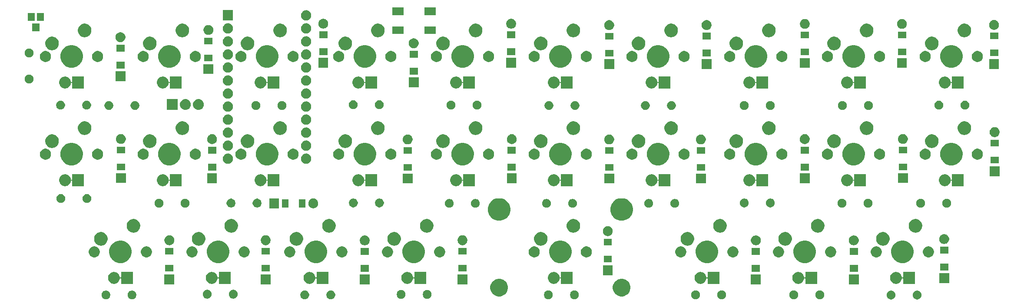
<source format=gbs>
G04 #@! TF.GenerationSoftware,KiCad,Pcbnew,(5.0.2-5-10.14)*
G04 #@! TF.CreationDate,2019-09-09T23:33:01+01:00*
G04 #@! TF.ProjectId,alpha_pro_micro,616c7068-615f-4707-926f-5f6d6963726f,rev?*
G04 #@! TF.SameCoordinates,Original*
G04 #@! TF.FileFunction,Soldermask,Bot*
G04 #@! TF.FilePolarity,Negative*
%FSLAX46Y46*%
G04 Gerber Fmt 4.6, Leading zero omitted, Abs format (unit mm)*
G04 Created by KiCad (PCBNEW (5.0.2-5-10.14)) date Monday, 09 September 2019 at 23:33:01*
%MOMM*%
%LPD*%
G01*
G04 APERTURE LIST*
%ADD10C,0.100000*%
G04 APERTURE END LIST*
D10*
G36*
X241220967Y-155232664D02*
X241377553Y-155297524D01*
X241518476Y-155391686D01*
X241638314Y-155511524D01*
X241732476Y-155652447D01*
X241797336Y-155809033D01*
X241830400Y-155975257D01*
X241830400Y-156144743D01*
X241797336Y-156310967D01*
X241732476Y-156467553D01*
X241638314Y-156608476D01*
X241518476Y-156728314D01*
X241377553Y-156822476D01*
X241220967Y-156887336D01*
X241054743Y-156920400D01*
X240885257Y-156920400D01*
X240719033Y-156887336D01*
X240562447Y-156822476D01*
X240421524Y-156728314D01*
X240301686Y-156608476D01*
X240207524Y-156467553D01*
X240142664Y-156310967D01*
X240109600Y-156144743D01*
X240109600Y-155975257D01*
X240142664Y-155809033D01*
X240207524Y-155652447D01*
X240301686Y-155511524D01*
X240421524Y-155391686D01*
X240562447Y-155297524D01*
X240719033Y-155232664D01*
X240885257Y-155199600D01*
X241054743Y-155199600D01*
X241220967Y-155232664D01*
X241220967Y-155232664D01*
G37*
G36*
X236140967Y-155232664D02*
X236297553Y-155297524D01*
X236438476Y-155391686D01*
X236558314Y-155511524D01*
X236652476Y-155652447D01*
X236717336Y-155809033D01*
X236750400Y-155975257D01*
X236750400Y-156144743D01*
X236717336Y-156310967D01*
X236652476Y-156467553D01*
X236558314Y-156608476D01*
X236438476Y-156728314D01*
X236297553Y-156822476D01*
X236140967Y-156887336D01*
X235974743Y-156920400D01*
X235805257Y-156920400D01*
X235639033Y-156887336D01*
X235482447Y-156822476D01*
X235341524Y-156728314D01*
X235221686Y-156608476D01*
X235127524Y-156467553D01*
X235062664Y-156310967D01*
X235029600Y-156144743D01*
X235029600Y-155975257D01*
X235062664Y-155809033D01*
X235127524Y-155652447D01*
X235221686Y-155511524D01*
X235341524Y-155391686D01*
X235482447Y-155297524D01*
X235639033Y-155232664D01*
X235805257Y-155199600D01*
X235974743Y-155199600D01*
X236140967Y-155232664D01*
X236140967Y-155232664D01*
G37*
G36*
X88220967Y-155222664D02*
X88377553Y-155287524D01*
X88518476Y-155381686D01*
X88638314Y-155501524D01*
X88732476Y-155642447D01*
X88797336Y-155799033D01*
X88830400Y-155965257D01*
X88830400Y-156134743D01*
X88797336Y-156300967D01*
X88732476Y-156457553D01*
X88638314Y-156598476D01*
X88518476Y-156718314D01*
X88377553Y-156812476D01*
X88220967Y-156877336D01*
X88054743Y-156910400D01*
X87885257Y-156910400D01*
X87719033Y-156877336D01*
X87562447Y-156812476D01*
X87421524Y-156718314D01*
X87301686Y-156598476D01*
X87207524Y-156457553D01*
X87142664Y-156300967D01*
X87109600Y-156134743D01*
X87109600Y-155965257D01*
X87142664Y-155799033D01*
X87207524Y-155642447D01*
X87301686Y-155501524D01*
X87421524Y-155381686D01*
X87562447Y-155287524D01*
X87719033Y-155222664D01*
X87885257Y-155189600D01*
X88054743Y-155189600D01*
X88220967Y-155222664D01*
X88220967Y-155222664D01*
G37*
G36*
X83140967Y-155222664D02*
X83297553Y-155287524D01*
X83438476Y-155381686D01*
X83558314Y-155501524D01*
X83652476Y-155642447D01*
X83717336Y-155799033D01*
X83750400Y-155965257D01*
X83750400Y-156134743D01*
X83717336Y-156300967D01*
X83652476Y-156457553D01*
X83558314Y-156598476D01*
X83438476Y-156718314D01*
X83297553Y-156812476D01*
X83140967Y-156877336D01*
X82974743Y-156910400D01*
X82805257Y-156910400D01*
X82639033Y-156877336D01*
X82482447Y-156812476D01*
X82341524Y-156718314D01*
X82221686Y-156598476D01*
X82127524Y-156457553D01*
X82062664Y-156300967D01*
X82029600Y-156134743D01*
X82029600Y-155965257D01*
X82062664Y-155799033D01*
X82127524Y-155642447D01*
X82221686Y-155501524D01*
X82341524Y-155381686D01*
X82482447Y-155287524D01*
X82639033Y-155222664D01*
X82805257Y-155189600D01*
X82974743Y-155189600D01*
X83140967Y-155222664D01*
X83140967Y-155222664D01*
G37*
G36*
X126970967Y-155202664D02*
X127127553Y-155267524D01*
X127268476Y-155361686D01*
X127388314Y-155481524D01*
X127482476Y-155622447D01*
X127547336Y-155779033D01*
X127580400Y-155945257D01*
X127580400Y-156114743D01*
X127547336Y-156280967D01*
X127482476Y-156437553D01*
X127388314Y-156578476D01*
X127268476Y-156698314D01*
X127127553Y-156792476D01*
X126970967Y-156857336D01*
X126804743Y-156890400D01*
X126635257Y-156890400D01*
X126469033Y-156857336D01*
X126312447Y-156792476D01*
X126171524Y-156698314D01*
X126051686Y-156578476D01*
X125957524Y-156437553D01*
X125892664Y-156280967D01*
X125859600Y-156114743D01*
X125859600Y-155945257D01*
X125892664Y-155779033D01*
X125957524Y-155622447D01*
X126051686Y-155481524D01*
X126171524Y-155361686D01*
X126312447Y-155267524D01*
X126469033Y-155202664D01*
X126635257Y-155169600D01*
X126804743Y-155169600D01*
X126970967Y-155202664D01*
X126970967Y-155202664D01*
G37*
G36*
X121890967Y-155202664D02*
X122047553Y-155267524D01*
X122188476Y-155361686D01*
X122308314Y-155481524D01*
X122402476Y-155622447D01*
X122467336Y-155779033D01*
X122500400Y-155945257D01*
X122500400Y-156114743D01*
X122467336Y-156280967D01*
X122402476Y-156437553D01*
X122308314Y-156578476D01*
X122188476Y-156698314D01*
X122047553Y-156792476D01*
X121890967Y-156857336D01*
X121724743Y-156890400D01*
X121555257Y-156890400D01*
X121389033Y-156857336D01*
X121232447Y-156792476D01*
X121091524Y-156698314D01*
X120971686Y-156578476D01*
X120877524Y-156437553D01*
X120812664Y-156280967D01*
X120779600Y-156114743D01*
X120779600Y-155945257D01*
X120812664Y-155779033D01*
X120877524Y-155622447D01*
X120971686Y-155481524D01*
X121091524Y-155361686D01*
X121232447Y-155267524D01*
X121389033Y-155202664D01*
X121555257Y-155169600D01*
X121724743Y-155169600D01*
X121890967Y-155202664D01*
X121890967Y-155202664D01*
G37*
G36*
X198070967Y-155182664D02*
X198227553Y-155247524D01*
X198368476Y-155341686D01*
X198488314Y-155461524D01*
X198582476Y-155602447D01*
X198647336Y-155759033D01*
X198680400Y-155925257D01*
X198680400Y-156094743D01*
X198647336Y-156260967D01*
X198582476Y-156417553D01*
X198488314Y-156558476D01*
X198368476Y-156678314D01*
X198227553Y-156772476D01*
X198070967Y-156837336D01*
X197904743Y-156870400D01*
X197735257Y-156870400D01*
X197569033Y-156837336D01*
X197412447Y-156772476D01*
X197271524Y-156678314D01*
X197151686Y-156558476D01*
X197057524Y-156417553D01*
X196992664Y-156260967D01*
X196959600Y-156094743D01*
X196959600Y-155925257D01*
X196992664Y-155759033D01*
X197057524Y-155602447D01*
X197151686Y-155461524D01*
X197271524Y-155341686D01*
X197412447Y-155247524D01*
X197569033Y-155182664D01*
X197735257Y-155149600D01*
X197904743Y-155149600D01*
X198070967Y-155182664D01*
X198070967Y-155182664D01*
G37*
G36*
X174460967Y-155182664D02*
X174617553Y-155247524D01*
X174758476Y-155341686D01*
X174878314Y-155461524D01*
X174972476Y-155602447D01*
X175037336Y-155759033D01*
X175070400Y-155925257D01*
X175070400Y-156094743D01*
X175037336Y-156260967D01*
X174972476Y-156417553D01*
X174878314Y-156558476D01*
X174758476Y-156678314D01*
X174617553Y-156772476D01*
X174460967Y-156837336D01*
X174294743Y-156870400D01*
X174125257Y-156870400D01*
X173959033Y-156837336D01*
X173802447Y-156772476D01*
X173661524Y-156678314D01*
X173541686Y-156558476D01*
X173447524Y-156417553D01*
X173382664Y-156260967D01*
X173349600Y-156094743D01*
X173349600Y-155925257D01*
X173382664Y-155759033D01*
X173447524Y-155602447D01*
X173541686Y-155461524D01*
X173661524Y-155341686D01*
X173802447Y-155247524D01*
X173959033Y-155182664D01*
X174125257Y-155149600D01*
X174294743Y-155149600D01*
X174460967Y-155182664D01*
X174460967Y-155182664D01*
G37*
G36*
X169380967Y-155182664D02*
X169537553Y-155247524D01*
X169678476Y-155341686D01*
X169798314Y-155461524D01*
X169892476Y-155602447D01*
X169957336Y-155759033D01*
X169990400Y-155925257D01*
X169990400Y-156094743D01*
X169957336Y-156260967D01*
X169892476Y-156417553D01*
X169798314Y-156558476D01*
X169678476Y-156678314D01*
X169537553Y-156772476D01*
X169380967Y-156837336D01*
X169214743Y-156870400D01*
X169045257Y-156870400D01*
X168879033Y-156837336D01*
X168722447Y-156772476D01*
X168581524Y-156678314D01*
X168461686Y-156558476D01*
X168367524Y-156417553D01*
X168302664Y-156260967D01*
X168269600Y-156094743D01*
X168269600Y-155925257D01*
X168302664Y-155759033D01*
X168367524Y-155602447D01*
X168461686Y-155461524D01*
X168581524Y-155341686D01*
X168722447Y-155247524D01*
X168879033Y-155182664D01*
X169045257Y-155149600D01*
X169214743Y-155149600D01*
X169380967Y-155182664D01*
X169380967Y-155182664D01*
G37*
G36*
X217170967Y-155182664D02*
X217327553Y-155247524D01*
X217468476Y-155341686D01*
X217588314Y-155461524D01*
X217682476Y-155602447D01*
X217747336Y-155759033D01*
X217780400Y-155925257D01*
X217780400Y-156094743D01*
X217747336Y-156260967D01*
X217682476Y-156417553D01*
X217588314Y-156558476D01*
X217468476Y-156678314D01*
X217327553Y-156772476D01*
X217170967Y-156837336D01*
X217004743Y-156870400D01*
X216835257Y-156870400D01*
X216669033Y-156837336D01*
X216512447Y-156772476D01*
X216371524Y-156678314D01*
X216251686Y-156558476D01*
X216157524Y-156417553D01*
X216092664Y-156260967D01*
X216059600Y-156094743D01*
X216059600Y-155925257D01*
X216092664Y-155759033D01*
X216157524Y-155602447D01*
X216251686Y-155461524D01*
X216371524Y-155341686D01*
X216512447Y-155247524D01*
X216669033Y-155182664D01*
X216835257Y-155149600D01*
X217004743Y-155149600D01*
X217170967Y-155182664D01*
X217170967Y-155182664D01*
G37*
G36*
X203150967Y-155182664D02*
X203307553Y-155247524D01*
X203448476Y-155341686D01*
X203568314Y-155461524D01*
X203662476Y-155602447D01*
X203727336Y-155759033D01*
X203760400Y-155925257D01*
X203760400Y-156094743D01*
X203727336Y-156260967D01*
X203662476Y-156417553D01*
X203568314Y-156558476D01*
X203448476Y-156678314D01*
X203307553Y-156772476D01*
X203150967Y-156837336D01*
X202984743Y-156870400D01*
X202815257Y-156870400D01*
X202649033Y-156837336D01*
X202492447Y-156772476D01*
X202351524Y-156678314D01*
X202231686Y-156558476D01*
X202137524Y-156417553D01*
X202072664Y-156260967D01*
X202039600Y-156094743D01*
X202039600Y-155925257D01*
X202072664Y-155759033D01*
X202137524Y-155602447D01*
X202231686Y-155461524D01*
X202351524Y-155341686D01*
X202492447Y-155247524D01*
X202649033Y-155182664D01*
X202815257Y-155149600D01*
X202984743Y-155149600D01*
X203150967Y-155182664D01*
X203150967Y-155182664D01*
G37*
G36*
X222250967Y-155182664D02*
X222407553Y-155247524D01*
X222548476Y-155341686D01*
X222668314Y-155461524D01*
X222762476Y-155602447D01*
X222827336Y-155759033D01*
X222860400Y-155925257D01*
X222860400Y-156094743D01*
X222827336Y-156260967D01*
X222762476Y-156417553D01*
X222668314Y-156558476D01*
X222548476Y-156678314D01*
X222407553Y-156772476D01*
X222250967Y-156837336D01*
X222084743Y-156870400D01*
X221915257Y-156870400D01*
X221749033Y-156837336D01*
X221592447Y-156772476D01*
X221451524Y-156678314D01*
X221331686Y-156558476D01*
X221237524Y-156417553D01*
X221172664Y-156260967D01*
X221139600Y-156094743D01*
X221139600Y-155925257D01*
X221172664Y-155759033D01*
X221237524Y-155602447D01*
X221331686Y-155461524D01*
X221451524Y-155341686D01*
X221592447Y-155247524D01*
X221749033Y-155182664D01*
X221915257Y-155149600D01*
X222084743Y-155149600D01*
X222250967Y-155182664D01*
X222250967Y-155182664D01*
G37*
G36*
X145760967Y-155092664D02*
X145917553Y-155157524D01*
X146058476Y-155251686D01*
X146178314Y-155371524D01*
X146272476Y-155512447D01*
X146337336Y-155669033D01*
X146370400Y-155835257D01*
X146370400Y-156004743D01*
X146337336Y-156170967D01*
X146272476Y-156327553D01*
X146178314Y-156468476D01*
X146058476Y-156588314D01*
X145917553Y-156682476D01*
X145760967Y-156747336D01*
X145594743Y-156780400D01*
X145425257Y-156780400D01*
X145259033Y-156747336D01*
X145102447Y-156682476D01*
X144961524Y-156588314D01*
X144841686Y-156468476D01*
X144747524Y-156327553D01*
X144682664Y-156170967D01*
X144649600Y-156004743D01*
X144649600Y-155835257D01*
X144682664Y-155669033D01*
X144747524Y-155512447D01*
X144841686Y-155371524D01*
X144961524Y-155251686D01*
X145102447Y-155157524D01*
X145259033Y-155092664D01*
X145425257Y-155059600D01*
X145594743Y-155059600D01*
X145760967Y-155092664D01*
X145760967Y-155092664D01*
G37*
G36*
X140680967Y-155092664D02*
X140837553Y-155157524D01*
X140978476Y-155251686D01*
X141098314Y-155371524D01*
X141192476Y-155512447D01*
X141257336Y-155669033D01*
X141290400Y-155835257D01*
X141290400Y-156004743D01*
X141257336Y-156170967D01*
X141192476Y-156327553D01*
X141098314Y-156468476D01*
X140978476Y-156588314D01*
X140837553Y-156682476D01*
X140680967Y-156747336D01*
X140514743Y-156780400D01*
X140345257Y-156780400D01*
X140179033Y-156747336D01*
X140022447Y-156682476D01*
X139881524Y-156588314D01*
X139761686Y-156468476D01*
X139667524Y-156327553D01*
X139602664Y-156170967D01*
X139569600Y-156004743D01*
X139569600Y-155835257D01*
X139602664Y-155669033D01*
X139667524Y-155512447D01*
X139761686Y-155371524D01*
X139881524Y-155251686D01*
X140022447Y-155157524D01*
X140179033Y-155092664D01*
X140345257Y-155059600D01*
X140514743Y-155059600D01*
X140680967Y-155092664D01*
X140680967Y-155092664D01*
G37*
G36*
X107950967Y-155072664D02*
X108107553Y-155137524D01*
X108248476Y-155231686D01*
X108368314Y-155351524D01*
X108462476Y-155492447D01*
X108527336Y-155649033D01*
X108560400Y-155815257D01*
X108560400Y-155984743D01*
X108527336Y-156150967D01*
X108462476Y-156307553D01*
X108368314Y-156448476D01*
X108248476Y-156568314D01*
X108107553Y-156662476D01*
X107950967Y-156727336D01*
X107784743Y-156760400D01*
X107615257Y-156760400D01*
X107449033Y-156727336D01*
X107292447Y-156662476D01*
X107151524Y-156568314D01*
X107031686Y-156448476D01*
X106937524Y-156307553D01*
X106872664Y-156150967D01*
X106839600Y-155984743D01*
X106839600Y-155815257D01*
X106872664Y-155649033D01*
X106937524Y-155492447D01*
X107031686Y-155351524D01*
X107151524Y-155231686D01*
X107292447Y-155137524D01*
X107449033Y-155072664D01*
X107615257Y-155039600D01*
X107784743Y-155039600D01*
X107950967Y-155072664D01*
X107950967Y-155072664D01*
G37*
G36*
X102870967Y-155072664D02*
X103027553Y-155137524D01*
X103168476Y-155231686D01*
X103288314Y-155351524D01*
X103382476Y-155492447D01*
X103447336Y-155649033D01*
X103480400Y-155815257D01*
X103480400Y-155984743D01*
X103447336Y-156150967D01*
X103382476Y-156307553D01*
X103288314Y-156448476D01*
X103168476Y-156568314D01*
X103027553Y-156662476D01*
X102870967Y-156727336D01*
X102704743Y-156760400D01*
X102535257Y-156760400D01*
X102369033Y-156727336D01*
X102212447Y-156662476D01*
X102071524Y-156568314D01*
X101951686Y-156448476D01*
X101857524Y-156307553D01*
X101792664Y-156150967D01*
X101759600Y-155984743D01*
X101759600Y-155815257D01*
X101792664Y-155649033D01*
X101857524Y-155492447D01*
X101951686Y-155351524D01*
X102071524Y-155231686D01*
X102212447Y-155137524D01*
X102369033Y-155072664D01*
X102535257Y-155039600D01*
X102704743Y-155039600D01*
X102870967Y-155072664D01*
X102870967Y-155072664D01*
G37*
G36*
X183890872Y-152964752D02*
X184204619Y-153094710D01*
X184486989Y-153283384D01*
X184727116Y-153523511D01*
X184915790Y-153805881D01*
X185045748Y-154119628D01*
X185112000Y-154452699D01*
X185112000Y-154792301D01*
X185045748Y-155125372D01*
X184915790Y-155439119D01*
X184727116Y-155721489D01*
X184486989Y-155961616D01*
X184204619Y-156150290D01*
X183890872Y-156280248D01*
X183557801Y-156346500D01*
X183218199Y-156346500D01*
X182885128Y-156280248D01*
X182571381Y-156150290D01*
X182289011Y-155961616D01*
X182048884Y-155721489D01*
X181860210Y-155439119D01*
X181730252Y-155125372D01*
X181664000Y-154792301D01*
X181664000Y-154452699D01*
X181730252Y-154119628D01*
X181860210Y-153805881D01*
X182048884Y-153523511D01*
X182289011Y-153283384D01*
X182571381Y-153094710D01*
X182885128Y-152964752D01*
X183218199Y-152898500D01*
X183557801Y-152898500D01*
X183890872Y-152964752D01*
X183890872Y-152964752D01*
G37*
G36*
X160014872Y-152964752D02*
X160328619Y-153094710D01*
X160610989Y-153283384D01*
X160851116Y-153523511D01*
X161039790Y-153805881D01*
X161169748Y-154119628D01*
X161236000Y-154452699D01*
X161236000Y-154792301D01*
X161169748Y-155125372D01*
X161039790Y-155439119D01*
X160851116Y-155721489D01*
X160610989Y-155961616D01*
X160328619Y-156150290D01*
X160014872Y-156280248D01*
X159681801Y-156346500D01*
X159342199Y-156346500D01*
X159009128Y-156280248D01*
X158695381Y-156150290D01*
X158413011Y-155961616D01*
X158172884Y-155721489D01*
X157984210Y-155439119D01*
X157854252Y-155125372D01*
X157788000Y-154792301D01*
X157788000Y-154452699D01*
X157854252Y-154119628D01*
X157984210Y-153805881D01*
X158172884Y-153523511D01*
X158413011Y-153283384D01*
X158695381Y-153094710D01*
X159009128Y-152964752D01*
X159342199Y-152898500D01*
X159681801Y-152898500D01*
X160014872Y-152964752D01*
X160014872Y-152964752D01*
G37*
G36*
X210525097Y-153978744D02*
X208601097Y-153978744D01*
X208601097Y-152054744D01*
X210525097Y-152054744D01*
X210525097Y-153978744D01*
X210525097Y-153978744D01*
G37*
G36*
X229600497Y-153978744D02*
X227676497Y-153978744D01*
X227676497Y-152054744D01*
X229600497Y-152054744D01*
X229600497Y-153978744D01*
X229600497Y-153978744D01*
G37*
G36*
X134299697Y-153978744D02*
X132375697Y-153978744D01*
X132375697Y-152054744D01*
X134299697Y-152054744D01*
X134299697Y-153978744D01*
X134299697Y-153978744D01*
G37*
G36*
X153349697Y-153953344D02*
X151425697Y-153953344D01*
X151425697Y-152029344D01*
X153349697Y-152029344D01*
X153349697Y-153953344D01*
X153349697Y-153953344D01*
G37*
G36*
X114995697Y-153953344D02*
X113071697Y-153953344D01*
X113071697Y-152029344D01*
X114995697Y-152029344D01*
X114995697Y-153953344D01*
X114995697Y-153953344D01*
G37*
G36*
X96225097Y-153953344D02*
X94301097Y-153953344D01*
X94301097Y-152029344D01*
X96225097Y-152029344D01*
X96225097Y-153953344D01*
X96225097Y-153953344D01*
G37*
G36*
X141866952Y-151594527D02*
X141941172Y-151609290D01*
X142028049Y-151645276D01*
X142150912Y-151696167D01*
X142339679Y-151822297D01*
X142500203Y-151982821D01*
X142626333Y-152171588D01*
X142713210Y-152381329D01*
X142744902Y-152540654D01*
X142752015Y-152564104D01*
X142763566Y-152585714D01*
X142779112Y-152604656D01*
X142798054Y-152620202D01*
X142819665Y-152631753D01*
X142843114Y-152638866D01*
X142867500Y-152641268D01*
X142891886Y-152638866D01*
X142915336Y-152631753D01*
X142936946Y-152620202D01*
X142955888Y-152604656D01*
X142971434Y-152585714D01*
X142982985Y-152564103D01*
X142990098Y-152540654D01*
X142992500Y-152516268D01*
X142992500Y-151565000D01*
X145297500Y-151565000D01*
X145297500Y-153870000D01*
X142992500Y-153870000D01*
X142992500Y-152918732D01*
X142990098Y-152894346D01*
X142982985Y-152870897D01*
X142971434Y-152849286D01*
X142955888Y-152830344D01*
X142936946Y-152814798D01*
X142915335Y-152803247D01*
X142891886Y-152796134D01*
X142867500Y-152793732D01*
X142843114Y-152796134D01*
X142819665Y-152803247D01*
X142798054Y-152814798D01*
X142779112Y-152830344D01*
X142763566Y-152849286D01*
X142752015Y-152870897D01*
X142744902Y-152894346D01*
X142713210Y-153053671D01*
X142626333Y-153263412D01*
X142500203Y-153452179D01*
X142339679Y-153612703D01*
X142150912Y-153738833D01*
X142028049Y-153789724D01*
X141941172Y-153825710D01*
X141866952Y-153840473D01*
X141718513Y-153870000D01*
X141491487Y-153870000D01*
X141343048Y-153840473D01*
X141268828Y-153825710D01*
X141181951Y-153789724D01*
X141059088Y-153738833D01*
X140870321Y-153612703D01*
X140709797Y-153452179D01*
X140583667Y-153263412D01*
X140496790Y-153053671D01*
X140452500Y-152831013D01*
X140452500Y-152603987D01*
X140496790Y-152381329D01*
X140583667Y-152171588D01*
X140709797Y-151982821D01*
X140870321Y-151822297D01*
X141059088Y-151696167D01*
X141181951Y-151645276D01*
X141268828Y-151609290D01*
X141343048Y-151594527D01*
X141491487Y-151565000D01*
X141718513Y-151565000D01*
X141866952Y-151594527D01*
X141866952Y-151594527D01*
G37*
G36*
X218066952Y-151594527D02*
X218141172Y-151609290D01*
X218228049Y-151645276D01*
X218350912Y-151696167D01*
X218539679Y-151822297D01*
X218700203Y-151982821D01*
X218826333Y-152171588D01*
X218913210Y-152381329D01*
X218944902Y-152540654D01*
X218952015Y-152564104D01*
X218963566Y-152585714D01*
X218979112Y-152604656D01*
X218998054Y-152620202D01*
X219019665Y-152631753D01*
X219043114Y-152638866D01*
X219067500Y-152641268D01*
X219091886Y-152638866D01*
X219115336Y-152631753D01*
X219136946Y-152620202D01*
X219155888Y-152604656D01*
X219171434Y-152585714D01*
X219182985Y-152564103D01*
X219190098Y-152540654D01*
X219192500Y-152516268D01*
X219192500Y-151565000D01*
X221497500Y-151565000D01*
X221497500Y-153870000D01*
X219192500Y-153870000D01*
X219192500Y-152918732D01*
X219190098Y-152894346D01*
X219182985Y-152870897D01*
X219171434Y-152849286D01*
X219155888Y-152830344D01*
X219136946Y-152814798D01*
X219115335Y-152803247D01*
X219091886Y-152796134D01*
X219067500Y-152793732D01*
X219043114Y-152796134D01*
X219019665Y-152803247D01*
X218998054Y-152814798D01*
X218979112Y-152830344D01*
X218963566Y-152849286D01*
X218952015Y-152870897D01*
X218944902Y-152894346D01*
X218913210Y-153053671D01*
X218826333Y-153263412D01*
X218700203Y-153452179D01*
X218539679Y-153612703D01*
X218350912Y-153738833D01*
X218228049Y-153789724D01*
X218141172Y-153825710D01*
X218066952Y-153840473D01*
X217918513Y-153870000D01*
X217691487Y-153870000D01*
X217543048Y-153840473D01*
X217468828Y-153825710D01*
X217381951Y-153789724D01*
X217259088Y-153738833D01*
X217070321Y-153612703D01*
X216909797Y-153452179D01*
X216783667Y-153263412D01*
X216696790Y-153053671D01*
X216652500Y-152831013D01*
X216652500Y-152603987D01*
X216696790Y-152381329D01*
X216783667Y-152171588D01*
X216909797Y-151982821D01*
X217070321Y-151822297D01*
X217259088Y-151696167D01*
X217381951Y-151645276D01*
X217468828Y-151609290D01*
X217543048Y-151594527D01*
X217691487Y-151565000D01*
X217918513Y-151565000D01*
X218066952Y-151594527D01*
X218066952Y-151594527D01*
G37*
G36*
X122816952Y-151594527D02*
X122891172Y-151609290D01*
X122978049Y-151645276D01*
X123100912Y-151696167D01*
X123289679Y-151822297D01*
X123450203Y-151982821D01*
X123576333Y-152171588D01*
X123663210Y-152381329D01*
X123694902Y-152540654D01*
X123702015Y-152564104D01*
X123713566Y-152585714D01*
X123729112Y-152604656D01*
X123748054Y-152620202D01*
X123769665Y-152631753D01*
X123793114Y-152638866D01*
X123817500Y-152641268D01*
X123841886Y-152638866D01*
X123865336Y-152631753D01*
X123886946Y-152620202D01*
X123905888Y-152604656D01*
X123921434Y-152585714D01*
X123932985Y-152564103D01*
X123940098Y-152540654D01*
X123942500Y-152516268D01*
X123942500Y-151565000D01*
X126247500Y-151565000D01*
X126247500Y-153870000D01*
X123942500Y-153870000D01*
X123942500Y-152918732D01*
X123940098Y-152894346D01*
X123932985Y-152870897D01*
X123921434Y-152849286D01*
X123905888Y-152830344D01*
X123886946Y-152814798D01*
X123865335Y-152803247D01*
X123841886Y-152796134D01*
X123817500Y-152793732D01*
X123793114Y-152796134D01*
X123769665Y-152803247D01*
X123748054Y-152814798D01*
X123729112Y-152830344D01*
X123713566Y-152849286D01*
X123702015Y-152870897D01*
X123694902Y-152894346D01*
X123663210Y-153053671D01*
X123576333Y-153263412D01*
X123450203Y-153452179D01*
X123289679Y-153612703D01*
X123100912Y-153738833D01*
X122978049Y-153789724D01*
X122891172Y-153825710D01*
X122816952Y-153840473D01*
X122668513Y-153870000D01*
X122441487Y-153870000D01*
X122293048Y-153840473D01*
X122218828Y-153825710D01*
X122131951Y-153789724D01*
X122009088Y-153738833D01*
X121820321Y-153612703D01*
X121659797Y-153452179D01*
X121533667Y-153263412D01*
X121446790Y-153053671D01*
X121402500Y-152831013D01*
X121402500Y-152603987D01*
X121446790Y-152381329D01*
X121533667Y-152171588D01*
X121659797Y-151982821D01*
X121820321Y-151822297D01*
X122009088Y-151696167D01*
X122131951Y-151645276D01*
X122218828Y-151609290D01*
X122293048Y-151594527D01*
X122441487Y-151565000D01*
X122668513Y-151565000D01*
X122816952Y-151594527D01*
X122816952Y-151594527D01*
G37*
G36*
X170441952Y-151594527D02*
X170516172Y-151609290D01*
X170603049Y-151645276D01*
X170725912Y-151696167D01*
X170914679Y-151822297D01*
X171075203Y-151982821D01*
X171201333Y-152171588D01*
X171288210Y-152381329D01*
X171319902Y-152540654D01*
X171327015Y-152564104D01*
X171338566Y-152585714D01*
X171354112Y-152604656D01*
X171373054Y-152620202D01*
X171394665Y-152631753D01*
X171418114Y-152638866D01*
X171442500Y-152641268D01*
X171466886Y-152638866D01*
X171490336Y-152631753D01*
X171511946Y-152620202D01*
X171530888Y-152604656D01*
X171546434Y-152585714D01*
X171557985Y-152564103D01*
X171565098Y-152540654D01*
X171567500Y-152516268D01*
X171567500Y-151565000D01*
X173872500Y-151565000D01*
X173872500Y-153870000D01*
X171567500Y-153870000D01*
X171567500Y-152918732D01*
X171565098Y-152894346D01*
X171557985Y-152870897D01*
X171546434Y-152849286D01*
X171530888Y-152830344D01*
X171511946Y-152814798D01*
X171490335Y-152803247D01*
X171466886Y-152796134D01*
X171442500Y-152793732D01*
X171418114Y-152796134D01*
X171394665Y-152803247D01*
X171373054Y-152814798D01*
X171354112Y-152830344D01*
X171338566Y-152849286D01*
X171327015Y-152870897D01*
X171319902Y-152894346D01*
X171288210Y-153053671D01*
X171201333Y-153263412D01*
X171075203Y-153452179D01*
X170914679Y-153612703D01*
X170725912Y-153738833D01*
X170603049Y-153789724D01*
X170516172Y-153825710D01*
X170441952Y-153840473D01*
X170293513Y-153870000D01*
X170066487Y-153870000D01*
X169918048Y-153840473D01*
X169843828Y-153825710D01*
X169756951Y-153789724D01*
X169634088Y-153738833D01*
X169445321Y-153612703D01*
X169284797Y-153452179D01*
X169158667Y-153263412D01*
X169071790Y-153053671D01*
X169027500Y-152831013D01*
X169027500Y-152603987D01*
X169071790Y-152381329D01*
X169158667Y-152171588D01*
X169284797Y-151982821D01*
X169445321Y-151822297D01*
X169634088Y-151696167D01*
X169756951Y-151645276D01*
X169843828Y-151609290D01*
X169918048Y-151594527D01*
X170066487Y-151565000D01*
X170293513Y-151565000D01*
X170441952Y-151594527D01*
X170441952Y-151594527D01*
G37*
G36*
X84716952Y-151594527D02*
X84791172Y-151609290D01*
X84878049Y-151645276D01*
X85000912Y-151696167D01*
X85189679Y-151822297D01*
X85350203Y-151982821D01*
X85476333Y-152171588D01*
X85563210Y-152381329D01*
X85594902Y-152540654D01*
X85602015Y-152564104D01*
X85613566Y-152585714D01*
X85629112Y-152604656D01*
X85648054Y-152620202D01*
X85669665Y-152631753D01*
X85693114Y-152638866D01*
X85717500Y-152641268D01*
X85741886Y-152638866D01*
X85765336Y-152631753D01*
X85786946Y-152620202D01*
X85805888Y-152604656D01*
X85821434Y-152585714D01*
X85832985Y-152564103D01*
X85840098Y-152540654D01*
X85842500Y-152516268D01*
X85842500Y-151565000D01*
X88147500Y-151565000D01*
X88147500Y-153870000D01*
X85842500Y-153870000D01*
X85842500Y-152918732D01*
X85840098Y-152894346D01*
X85832985Y-152870897D01*
X85821434Y-152849286D01*
X85805888Y-152830344D01*
X85786946Y-152814798D01*
X85765335Y-152803247D01*
X85741886Y-152796134D01*
X85717500Y-152793732D01*
X85693114Y-152796134D01*
X85669665Y-152803247D01*
X85648054Y-152814798D01*
X85629112Y-152830344D01*
X85613566Y-152849286D01*
X85602015Y-152870897D01*
X85594902Y-152894346D01*
X85563210Y-153053671D01*
X85476333Y-153263412D01*
X85350203Y-153452179D01*
X85189679Y-153612703D01*
X85000912Y-153738833D01*
X84878049Y-153789724D01*
X84791172Y-153825710D01*
X84716952Y-153840473D01*
X84568513Y-153870000D01*
X84341487Y-153870000D01*
X84193048Y-153840473D01*
X84118828Y-153825710D01*
X84031951Y-153789724D01*
X83909088Y-153738833D01*
X83720321Y-153612703D01*
X83559797Y-153452179D01*
X83433667Y-153263412D01*
X83346790Y-153053671D01*
X83302500Y-152831013D01*
X83302500Y-152603987D01*
X83346790Y-152381329D01*
X83433667Y-152171588D01*
X83559797Y-151982821D01*
X83720321Y-151822297D01*
X83909088Y-151696167D01*
X84031951Y-151645276D01*
X84118828Y-151609290D01*
X84193048Y-151594527D01*
X84341487Y-151565000D01*
X84568513Y-151565000D01*
X84716952Y-151594527D01*
X84716952Y-151594527D01*
G37*
G36*
X199016952Y-151594527D02*
X199091172Y-151609290D01*
X199178049Y-151645276D01*
X199300912Y-151696167D01*
X199489679Y-151822297D01*
X199650203Y-151982821D01*
X199776333Y-152171588D01*
X199863210Y-152381329D01*
X199894902Y-152540654D01*
X199902015Y-152564104D01*
X199913566Y-152585714D01*
X199929112Y-152604656D01*
X199948054Y-152620202D01*
X199969665Y-152631753D01*
X199993114Y-152638866D01*
X200017500Y-152641268D01*
X200041886Y-152638866D01*
X200065336Y-152631753D01*
X200086946Y-152620202D01*
X200105888Y-152604656D01*
X200121434Y-152585714D01*
X200132985Y-152564103D01*
X200140098Y-152540654D01*
X200142500Y-152516268D01*
X200142500Y-151565000D01*
X202447500Y-151565000D01*
X202447500Y-153870000D01*
X200142500Y-153870000D01*
X200142500Y-152918732D01*
X200140098Y-152894346D01*
X200132985Y-152870897D01*
X200121434Y-152849286D01*
X200105888Y-152830344D01*
X200086946Y-152814798D01*
X200065335Y-152803247D01*
X200041886Y-152796134D01*
X200017500Y-152793732D01*
X199993114Y-152796134D01*
X199969665Y-152803247D01*
X199948054Y-152814798D01*
X199929112Y-152830344D01*
X199913566Y-152849286D01*
X199902015Y-152870897D01*
X199894902Y-152894346D01*
X199863210Y-153053671D01*
X199776333Y-153263412D01*
X199650203Y-153452179D01*
X199489679Y-153612703D01*
X199300912Y-153738833D01*
X199178049Y-153789724D01*
X199091172Y-153825710D01*
X199016952Y-153840473D01*
X198868513Y-153870000D01*
X198641487Y-153870000D01*
X198493048Y-153840473D01*
X198418828Y-153825710D01*
X198331951Y-153789724D01*
X198209088Y-153738833D01*
X198020321Y-153612703D01*
X197859797Y-153452179D01*
X197733667Y-153263412D01*
X197646790Y-153053671D01*
X197602500Y-152831013D01*
X197602500Y-152603987D01*
X197646790Y-152381329D01*
X197733667Y-152171588D01*
X197859797Y-151982821D01*
X198020321Y-151822297D01*
X198209088Y-151696167D01*
X198331951Y-151645276D01*
X198418828Y-151609290D01*
X198493048Y-151594527D01*
X198641487Y-151565000D01*
X198868513Y-151565000D01*
X199016952Y-151594527D01*
X199016952Y-151594527D01*
G37*
G36*
X103766952Y-151594527D02*
X103841172Y-151609290D01*
X103928049Y-151645276D01*
X104050912Y-151696167D01*
X104239679Y-151822297D01*
X104400203Y-151982821D01*
X104526333Y-152171588D01*
X104613210Y-152381329D01*
X104644902Y-152540654D01*
X104652015Y-152564104D01*
X104663566Y-152585714D01*
X104679112Y-152604656D01*
X104698054Y-152620202D01*
X104719665Y-152631753D01*
X104743114Y-152638866D01*
X104767500Y-152641268D01*
X104791886Y-152638866D01*
X104815336Y-152631753D01*
X104836946Y-152620202D01*
X104855888Y-152604656D01*
X104871434Y-152585714D01*
X104882985Y-152564103D01*
X104890098Y-152540654D01*
X104892500Y-152516268D01*
X104892500Y-151565000D01*
X107197500Y-151565000D01*
X107197500Y-153870000D01*
X104892500Y-153870000D01*
X104892500Y-152918732D01*
X104890098Y-152894346D01*
X104882985Y-152870897D01*
X104871434Y-152849286D01*
X104855888Y-152830344D01*
X104836946Y-152814798D01*
X104815335Y-152803247D01*
X104791886Y-152796134D01*
X104767500Y-152793732D01*
X104743114Y-152796134D01*
X104719665Y-152803247D01*
X104698054Y-152814798D01*
X104679112Y-152830344D01*
X104663566Y-152849286D01*
X104652015Y-152870897D01*
X104644902Y-152894346D01*
X104613210Y-153053671D01*
X104526333Y-153263412D01*
X104400203Y-153452179D01*
X104239679Y-153612703D01*
X104050912Y-153738833D01*
X103928049Y-153789724D01*
X103841172Y-153825710D01*
X103766952Y-153840473D01*
X103618513Y-153870000D01*
X103391487Y-153870000D01*
X103243048Y-153840473D01*
X103168828Y-153825710D01*
X103081951Y-153789724D01*
X102959088Y-153738833D01*
X102770321Y-153612703D01*
X102609797Y-153452179D01*
X102483667Y-153263412D01*
X102396790Y-153053671D01*
X102352500Y-152831013D01*
X102352500Y-152603987D01*
X102396790Y-152381329D01*
X102483667Y-152171588D01*
X102609797Y-151982821D01*
X102770321Y-151822297D01*
X102959088Y-151696167D01*
X103081951Y-151645276D01*
X103168828Y-151609290D01*
X103243048Y-151594527D01*
X103391487Y-151565000D01*
X103618513Y-151565000D01*
X103766952Y-151594527D01*
X103766952Y-151594527D01*
G37*
G36*
X237116952Y-151594527D02*
X237191172Y-151609290D01*
X237278049Y-151645276D01*
X237400912Y-151696167D01*
X237589679Y-151822297D01*
X237750203Y-151982821D01*
X237876333Y-152171588D01*
X237963210Y-152381329D01*
X237994902Y-152540654D01*
X238002015Y-152564104D01*
X238013566Y-152585714D01*
X238029112Y-152604656D01*
X238048054Y-152620202D01*
X238069665Y-152631753D01*
X238093114Y-152638866D01*
X238117500Y-152641268D01*
X238141886Y-152638866D01*
X238165336Y-152631753D01*
X238186946Y-152620202D01*
X238205888Y-152604656D01*
X238221434Y-152585714D01*
X238232985Y-152564103D01*
X238240098Y-152540654D01*
X238242500Y-152516268D01*
X238242500Y-151565000D01*
X240547500Y-151565000D01*
X240547500Y-153870000D01*
X238242500Y-153870000D01*
X238242500Y-152918732D01*
X238240098Y-152894346D01*
X238232985Y-152870897D01*
X238221434Y-152849286D01*
X238205888Y-152830344D01*
X238186946Y-152814798D01*
X238165335Y-152803247D01*
X238141886Y-152796134D01*
X238117500Y-152793732D01*
X238093114Y-152796134D01*
X238069665Y-152803247D01*
X238048054Y-152814798D01*
X238029112Y-152830344D01*
X238013566Y-152849286D01*
X238002015Y-152870897D01*
X237994902Y-152894346D01*
X237963210Y-153053671D01*
X237876333Y-153263412D01*
X237750203Y-153452179D01*
X237589679Y-153612703D01*
X237400912Y-153738833D01*
X237278049Y-153789724D01*
X237191172Y-153825710D01*
X237116952Y-153840473D01*
X236968513Y-153870000D01*
X236741487Y-153870000D01*
X236593048Y-153840473D01*
X236518828Y-153825710D01*
X236431951Y-153789724D01*
X236309088Y-153738833D01*
X236120321Y-153612703D01*
X235959797Y-153452179D01*
X235833667Y-153263412D01*
X235746790Y-153053671D01*
X235702500Y-152831013D01*
X235702500Y-152603987D01*
X235746790Y-152381329D01*
X235833667Y-152171588D01*
X235959797Y-151982821D01*
X236120321Y-151822297D01*
X236309088Y-151696167D01*
X236431951Y-151645276D01*
X236518828Y-151609290D01*
X236593048Y-151594527D01*
X236741487Y-151565000D01*
X236968513Y-151565000D01*
X237116952Y-151594527D01*
X237116952Y-151594527D01*
G37*
G36*
X247212000Y-153732000D02*
X245288000Y-153732000D01*
X245288000Y-151808000D01*
X247212000Y-151808000D01*
X247212000Y-153732000D01*
X247212000Y-153732000D01*
G37*
G36*
X181670697Y-152175344D02*
X179746697Y-152175344D01*
X179746697Y-150251344D01*
X181670697Y-150251344D01*
X181670697Y-152175344D01*
X181670697Y-152175344D01*
G37*
G36*
X229438497Y-151506744D02*
X227838497Y-151506744D01*
X227838497Y-150206744D01*
X229438497Y-150206744D01*
X229438497Y-151506744D01*
X229438497Y-151506744D01*
G37*
G36*
X134137697Y-151506744D02*
X132537697Y-151506744D01*
X132537697Y-150206744D01*
X134137697Y-150206744D01*
X134137697Y-151506744D01*
X134137697Y-151506744D01*
G37*
G36*
X210363097Y-151506744D02*
X208763097Y-151506744D01*
X208763097Y-150206744D01*
X210363097Y-150206744D01*
X210363097Y-151506744D01*
X210363097Y-151506744D01*
G37*
G36*
X153187697Y-151481344D02*
X151587697Y-151481344D01*
X151587697Y-150181344D01*
X153187697Y-150181344D01*
X153187697Y-151481344D01*
X153187697Y-151481344D01*
G37*
G36*
X114833697Y-151481344D02*
X113233697Y-151481344D01*
X113233697Y-150181344D01*
X114833697Y-150181344D01*
X114833697Y-151481344D01*
X114833697Y-151481344D01*
G37*
G36*
X96063097Y-151481344D02*
X94463097Y-151481344D01*
X94463097Y-150181344D01*
X96063097Y-150181344D01*
X96063097Y-151481344D01*
X96063097Y-151481344D01*
G37*
G36*
X247050000Y-151260000D02*
X245450000Y-151260000D01*
X245450000Y-149960000D01*
X247050000Y-149960000D01*
X247050000Y-151260000D01*
X247050000Y-151260000D01*
G37*
G36*
X124464934Y-145527910D02*
X124464936Y-145527911D01*
X124464937Y-145527911D01*
X124864201Y-145693291D01*
X125223530Y-145933387D01*
X125529113Y-146238970D01*
X125769209Y-146598299D01*
X125934589Y-146997563D01*
X125934590Y-146997566D01*
X126018900Y-147421418D01*
X126018900Y-147853582D01*
X125953704Y-148181344D01*
X125934589Y-148277437D01*
X125769209Y-148676701D01*
X125529113Y-149036030D01*
X125223530Y-149341613D01*
X124864201Y-149581709D01*
X124464937Y-149747089D01*
X124464936Y-149747089D01*
X124464934Y-149747090D01*
X124041082Y-149831400D01*
X123608918Y-149831400D01*
X123185066Y-149747090D01*
X123185064Y-149747089D01*
X123185063Y-149747089D01*
X122785799Y-149581709D01*
X122426470Y-149341613D01*
X122120887Y-149036030D01*
X121880791Y-148676701D01*
X121715411Y-148277437D01*
X121696297Y-148181344D01*
X121631100Y-147853582D01*
X121631100Y-147421418D01*
X121715410Y-146997566D01*
X121715411Y-146997563D01*
X121880791Y-146598299D01*
X122120887Y-146238970D01*
X122426470Y-145933387D01*
X122785799Y-145693291D01*
X123185063Y-145527911D01*
X123185064Y-145527911D01*
X123185066Y-145527910D01*
X123608918Y-145443600D01*
X124041082Y-145443600D01*
X124464934Y-145527910D01*
X124464934Y-145527910D01*
G37*
G36*
X86364934Y-145527910D02*
X86364936Y-145527911D01*
X86364937Y-145527911D01*
X86764201Y-145693291D01*
X87123530Y-145933387D01*
X87429113Y-146238970D01*
X87669209Y-146598299D01*
X87834589Y-146997563D01*
X87834590Y-146997566D01*
X87918900Y-147421418D01*
X87918900Y-147853582D01*
X87853704Y-148181344D01*
X87834589Y-148277437D01*
X87669209Y-148676701D01*
X87429113Y-149036030D01*
X87123530Y-149341613D01*
X86764201Y-149581709D01*
X86364937Y-149747089D01*
X86364936Y-149747089D01*
X86364934Y-149747090D01*
X85941082Y-149831400D01*
X85508918Y-149831400D01*
X85085066Y-149747090D01*
X85085064Y-149747089D01*
X85085063Y-149747089D01*
X84685799Y-149581709D01*
X84326470Y-149341613D01*
X84020887Y-149036030D01*
X83780791Y-148676701D01*
X83615411Y-148277437D01*
X83596297Y-148181344D01*
X83531100Y-147853582D01*
X83531100Y-147421418D01*
X83615410Y-146997566D01*
X83615411Y-146997563D01*
X83780791Y-146598299D01*
X84020887Y-146238970D01*
X84326470Y-145933387D01*
X84685799Y-145693291D01*
X85085063Y-145527911D01*
X85085064Y-145527911D01*
X85085066Y-145527910D01*
X85508918Y-145443600D01*
X85941082Y-145443600D01*
X86364934Y-145527910D01*
X86364934Y-145527910D01*
G37*
G36*
X105414934Y-145527910D02*
X105414936Y-145527911D01*
X105414937Y-145527911D01*
X105814201Y-145693291D01*
X106173530Y-145933387D01*
X106479113Y-146238970D01*
X106719209Y-146598299D01*
X106884589Y-146997563D01*
X106884590Y-146997566D01*
X106968900Y-147421418D01*
X106968900Y-147853582D01*
X106903704Y-148181344D01*
X106884589Y-148277437D01*
X106719209Y-148676701D01*
X106479113Y-149036030D01*
X106173530Y-149341613D01*
X105814201Y-149581709D01*
X105414937Y-149747089D01*
X105414936Y-149747089D01*
X105414934Y-149747090D01*
X104991082Y-149831400D01*
X104558918Y-149831400D01*
X104135066Y-149747090D01*
X104135064Y-149747089D01*
X104135063Y-149747089D01*
X103735799Y-149581709D01*
X103376470Y-149341613D01*
X103070887Y-149036030D01*
X102830791Y-148676701D01*
X102665411Y-148277437D01*
X102646297Y-148181344D01*
X102581100Y-147853582D01*
X102581100Y-147421418D01*
X102665410Y-146997566D01*
X102665411Y-146997563D01*
X102830791Y-146598299D01*
X103070887Y-146238970D01*
X103376470Y-145933387D01*
X103735799Y-145693291D01*
X104135063Y-145527911D01*
X104135064Y-145527911D01*
X104135066Y-145527910D01*
X104558918Y-145443600D01*
X104991082Y-145443600D01*
X105414934Y-145527910D01*
X105414934Y-145527910D01*
G37*
G36*
X238764934Y-145527910D02*
X238764936Y-145527911D01*
X238764937Y-145527911D01*
X239164201Y-145693291D01*
X239523530Y-145933387D01*
X239829113Y-146238970D01*
X240069209Y-146598299D01*
X240234589Y-146997563D01*
X240234590Y-146997566D01*
X240318900Y-147421418D01*
X240318900Y-147853582D01*
X240253704Y-148181344D01*
X240234589Y-148277437D01*
X240069209Y-148676701D01*
X239829113Y-149036030D01*
X239523530Y-149341613D01*
X239164201Y-149581709D01*
X238764937Y-149747089D01*
X238764936Y-149747089D01*
X238764934Y-149747090D01*
X238341082Y-149831400D01*
X237908918Y-149831400D01*
X237485066Y-149747090D01*
X237485064Y-149747089D01*
X237485063Y-149747089D01*
X237085799Y-149581709D01*
X236726470Y-149341613D01*
X236420887Y-149036030D01*
X236180791Y-148676701D01*
X236015411Y-148277437D01*
X235996297Y-148181344D01*
X235931100Y-147853582D01*
X235931100Y-147421418D01*
X236015410Y-146997566D01*
X236015411Y-146997563D01*
X236180791Y-146598299D01*
X236420887Y-146238970D01*
X236726470Y-145933387D01*
X237085799Y-145693291D01*
X237485063Y-145527911D01*
X237485064Y-145527911D01*
X237485066Y-145527910D01*
X237908918Y-145443600D01*
X238341082Y-145443600D01*
X238764934Y-145527910D01*
X238764934Y-145527910D01*
G37*
G36*
X219714934Y-145527910D02*
X219714936Y-145527911D01*
X219714937Y-145527911D01*
X220114201Y-145693291D01*
X220473530Y-145933387D01*
X220779113Y-146238970D01*
X221019209Y-146598299D01*
X221184589Y-146997563D01*
X221184590Y-146997566D01*
X221268900Y-147421418D01*
X221268900Y-147853582D01*
X221203704Y-148181344D01*
X221184589Y-148277437D01*
X221019209Y-148676701D01*
X220779113Y-149036030D01*
X220473530Y-149341613D01*
X220114201Y-149581709D01*
X219714937Y-149747089D01*
X219714936Y-149747089D01*
X219714934Y-149747090D01*
X219291082Y-149831400D01*
X218858918Y-149831400D01*
X218435066Y-149747090D01*
X218435064Y-149747089D01*
X218435063Y-149747089D01*
X218035799Y-149581709D01*
X217676470Y-149341613D01*
X217370887Y-149036030D01*
X217130791Y-148676701D01*
X216965411Y-148277437D01*
X216946297Y-148181344D01*
X216881100Y-147853582D01*
X216881100Y-147421418D01*
X216965410Y-146997566D01*
X216965411Y-146997563D01*
X217130791Y-146598299D01*
X217370887Y-146238970D01*
X217676470Y-145933387D01*
X218035799Y-145693291D01*
X218435063Y-145527911D01*
X218435064Y-145527911D01*
X218435066Y-145527910D01*
X218858918Y-145443600D01*
X219291082Y-145443600D01*
X219714934Y-145527910D01*
X219714934Y-145527910D01*
G37*
G36*
X200664934Y-145527910D02*
X200664936Y-145527911D01*
X200664937Y-145527911D01*
X201064201Y-145693291D01*
X201423530Y-145933387D01*
X201729113Y-146238970D01*
X201969209Y-146598299D01*
X202134589Y-146997563D01*
X202134590Y-146997566D01*
X202218900Y-147421418D01*
X202218900Y-147853582D01*
X202153704Y-148181344D01*
X202134589Y-148277437D01*
X201969209Y-148676701D01*
X201729113Y-149036030D01*
X201423530Y-149341613D01*
X201064201Y-149581709D01*
X200664937Y-149747089D01*
X200664936Y-149747089D01*
X200664934Y-149747090D01*
X200241082Y-149831400D01*
X199808918Y-149831400D01*
X199385066Y-149747090D01*
X199385064Y-149747089D01*
X199385063Y-149747089D01*
X198985799Y-149581709D01*
X198626470Y-149341613D01*
X198320887Y-149036030D01*
X198080791Y-148676701D01*
X197915411Y-148277437D01*
X197896297Y-148181344D01*
X197831100Y-147853582D01*
X197831100Y-147421418D01*
X197915410Y-146997566D01*
X197915411Y-146997563D01*
X198080791Y-146598299D01*
X198320887Y-146238970D01*
X198626470Y-145933387D01*
X198985799Y-145693291D01*
X199385063Y-145527911D01*
X199385064Y-145527911D01*
X199385066Y-145527910D01*
X199808918Y-145443600D01*
X200241082Y-145443600D01*
X200664934Y-145527910D01*
X200664934Y-145527910D01*
G37*
G36*
X143514934Y-145527910D02*
X143514936Y-145527911D01*
X143514937Y-145527911D01*
X143914201Y-145693291D01*
X144273530Y-145933387D01*
X144579113Y-146238970D01*
X144819209Y-146598299D01*
X144984589Y-146997563D01*
X144984590Y-146997566D01*
X145068900Y-147421418D01*
X145068900Y-147853582D01*
X145003704Y-148181344D01*
X144984589Y-148277437D01*
X144819209Y-148676701D01*
X144579113Y-149036030D01*
X144273530Y-149341613D01*
X143914201Y-149581709D01*
X143514937Y-149747089D01*
X143514936Y-149747089D01*
X143514934Y-149747090D01*
X143091082Y-149831400D01*
X142658918Y-149831400D01*
X142235066Y-149747090D01*
X142235064Y-149747089D01*
X142235063Y-149747089D01*
X141835799Y-149581709D01*
X141476470Y-149341613D01*
X141170887Y-149036030D01*
X140930791Y-148676701D01*
X140765411Y-148277437D01*
X140746297Y-148181344D01*
X140681100Y-147853582D01*
X140681100Y-147421418D01*
X140765410Y-146997566D01*
X140765411Y-146997563D01*
X140930791Y-146598299D01*
X141170887Y-146238970D01*
X141476470Y-145933387D01*
X141835799Y-145693291D01*
X142235063Y-145527911D01*
X142235064Y-145527911D01*
X142235066Y-145527910D01*
X142658918Y-145443600D01*
X143091082Y-145443600D01*
X143514934Y-145527910D01*
X143514934Y-145527910D01*
G37*
G36*
X172089934Y-145527910D02*
X172089936Y-145527911D01*
X172089937Y-145527911D01*
X172489201Y-145693291D01*
X172848530Y-145933387D01*
X173154113Y-146238970D01*
X173394209Y-146598299D01*
X173559589Y-146997563D01*
X173559590Y-146997566D01*
X173643900Y-147421418D01*
X173643900Y-147853582D01*
X173578704Y-148181344D01*
X173559589Y-148277437D01*
X173394209Y-148676701D01*
X173154113Y-149036030D01*
X172848530Y-149341613D01*
X172489201Y-149581709D01*
X172089937Y-149747089D01*
X172089936Y-149747089D01*
X172089934Y-149747090D01*
X171666082Y-149831400D01*
X171233918Y-149831400D01*
X170810066Y-149747090D01*
X170810064Y-149747089D01*
X170810063Y-149747089D01*
X170410799Y-149581709D01*
X170051470Y-149341613D01*
X169745887Y-149036030D01*
X169505791Y-148676701D01*
X169340411Y-148277437D01*
X169321297Y-148181344D01*
X169256100Y-147853582D01*
X169256100Y-147421418D01*
X169340410Y-146997566D01*
X169340411Y-146997563D01*
X169505791Y-146598299D01*
X169745887Y-146238970D01*
X170051470Y-145933387D01*
X170410799Y-145693291D01*
X170810063Y-145527911D01*
X170810064Y-145527911D01*
X170810066Y-145527910D01*
X171233918Y-145443600D01*
X171666082Y-145443600D01*
X172089934Y-145527910D01*
X172089934Y-145527910D01*
G37*
G36*
X181508697Y-149703344D02*
X179908697Y-149703344D01*
X179908697Y-148403344D01*
X181508697Y-148403344D01*
X181508697Y-149703344D01*
X181508697Y-149703344D01*
G37*
G36*
X148268566Y-146603812D02*
X148464203Y-146684847D01*
X148640275Y-146802495D01*
X148790005Y-146952225D01*
X148907653Y-147128297D01*
X148988688Y-147323934D01*
X149030000Y-147531622D01*
X149030000Y-147743378D01*
X148988688Y-147951066D01*
X148907653Y-148146703D01*
X148790005Y-148322775D01*
X148640275Y-148472505D01*
X148464203Y-148590153D01*
X148268566Y-148671188D01*
X148060878Y-148712500D01*
X147849122Y-148712500D01*
X147641434Y-148671188D01*
X147445797Y-148590153D01*
X147269725Y-148472505D01*
X147119995Y-148322775D01*
X147002347Y-148146703D01*
X146921312Y-147951066D01*
X146880000Y-147743378D01*
X146880000Y-147531622D01*
X146921312Y-147323934D01*
X147002347Y-147128297D01*
X147119995Y-146952225D01*
X147269725Y-146802495D01*
X147445797Y-146684847D01*
X147641434Y-146603812D01*
X147849122Y-146562500D01*
X148060878Y-146562500D01*
X148268566Y-146603812D01*
X148268566Y-146603812D01*
G37*
G36*
X233358566Y-146603812D02*
X233554203Y-146684847D01*
X233730275Y-146802495D01*
X233880005Y-146952225D01*
X233997653Y-147128297D01*
X234078688Y-147323934D01*
X234120000Y-147531622D01*
X234120000Y-147743378D01*
X234078688Y-147951066D01*
X233997653Y-148146703D01*
X233880005Y-148322775D01*
X233730275Y-148472505D01*
X233554203Y-148590153D01*
X233358566Y-148671188D01*
X233150878Y-148712500D01*
X232939122Y-148712500D01*
X232731434Y-148671188D01*
X232535797Y-148590153D01*
X232359725Y-148472505D01*
X232209995Y-148322775D01*
X232092347Y-148146703D01*
X232011312Y-147951066D01*
X231970000Y-147743378D01*
X231970000Y-147531622D01*
X232011312Y-147323934D01*
X232092347Y-147128297D01*
X232209995Y-146952225D01*
X232359725Y-146802495D01*
X232535797Y-146684847D01*
X232731434Y-146603812D01*
X232939122Y-146562500D01*
X233150878Y-146562500D01*
X233358566Y-146603812D01*
X233358566Y-146603812D01*
G37*
G36*
X91118566Y-146603812D02*
X91314203Y-146684847D01*
X91490275Y-146802495D01*
X91640005Y-146952225D01*
X91757653Y-147128297D01*
X91838688Y-147323934D01*
X91880000Y-147531622D01*
X91880000Y-147743378D01*
X91838688Y-147951066D01*
X91757653Y-148146703D01*
X91640005Y-148322775D01*
X91490275Y-148472505D01*
X91314203Y-148590153D01*
X91118566Y-148671188D01*
X90910878Y-148712500D01*
X90699122Y-148712500D01*
X90491434Y-148671188D01*
X90295797Y-148590153D01*
X90119725Y-148472505D01*
X89969995Y-148322775D01*
X89852347Y-148146703D01*
X89771312Y-147951066D01*
X89730000Y-147743378D01*
X89730000Y-147531622D01*
X89771312Y-147323934D01*
X89852347Y-147128297D01*
X89969995Y-146952225D01*
X90119725Y-146802495D01*
X90295797Y-146684847D01*
X90491434Y-146603812D01*
X90699122Y-146562500D01*
X90910878Y-146562500D01*
X91118566Y-146603812D01*
X91118566Y-146603812D01*
G37*
G36*
X80958566Y-146603812D02*
X81154203Y-146684847D01*
X81330275Y-146802495D01*
X81480005Y-146952225D01*
X81597653Y-147128297D01*
X81678688Y-147323934D01*
X81720000Y-147531622D01*
X81720000Y-147743378D01*
X81678688Y-147951066D01*
X81597653Y-148146703D01*
X81480005Y-148322775D01*
X81330275Y-148472505D01*
X81154203Y-148590153D01*
X80958566Y-148671188D01*
X80750878Y-148712500D01*
X80539122Y-148712500D01*
X80331434Y-148671188D01*
X80135797Y-148590153D01*
X79959725Y-148472505D01*
X79809995Y-148322775D01*
X79692347Y-148146703D01*
X79611312Y-147951066D01*
X79570000Y-147743378D01*
X79570000Y-147531622D01*
X79611312Y-147323934D01*
X79692347Y-147128297D01*
X79809995Y-146952225D01*
X79959725Y-146802495D01*
X80135797Y-146684847D01*
X80331434Y-146603812D01*
X80539122Y-146562500D01*
X80750878Y-146562500D01*
X80958566Y-146603812D01*
X80958566Y-146603812D01*
G37*
G36*
X129218566Y-146603812D02*
X129414203Y-146684847D01*
X129590275Y-146802495D01*
X129740005Y-146952225D01*
X129857653Y-147128297D01*
X129938688Y-147323934D01*
X129980000Y-147531622D01*
X129980000Y-147743378D01*
X129938688Y-147951066D01*
X129857653Y-148146703D01*
X129740005Y-148322775D01*
X129590275Y-148472505D01*
X129414203Y-148590153D01*
X129218566Y-148671188D01*
X129010878Y-148712500D01*
X128799122Y-148712500D01*
X128591434Y-148671188D01*
X128395797Y-148590153D01*
X128219725Y-148472505D01*
X128069995Y-148322775D01*
X127952347Y-148146703D01*
X127871312Y-147951066D01*
X127830000Y-147743378D01*
X127830000Y-147531622D01*
X127871312Y-147323934D01*
X127952347Y-147128297D01*
X128069995Y-146952225D01*
X128219725Y-146802495D01*
X128395797Y-146684847D01*
X128591434Y-146603812D01*
X128799122Y-146562500D01*
X129010878Y-146562500D01*
X129218566Y-146603812D01*
X129218566Y-146603812D01*
G37*
G36*
X138108566Y-146603812D02*
X138304203Y-146684847D01*
X138480275Y-146802495D01*
X138630005Y-146952225D01*
X138747653Y-147128297D01*
X138828688Y-147323934D01*
X138870000Y-147531622D01*
X138870000Y-147743378D01*
X138828688Y-147951066D01*
X138747653Y-148146703D01*
X138630005Y-148322775D01*
X138480275Y-148472505D01*
X138304203Y-148590153D01*
X138108566Y-148671188D01*
X137900878Y-148712500D01*
X137689122Y-148712500D01*
X137481434Y-148671188D01*
X137285797Y-148590153D01*
X137109725Y-148472505D01*
X136959995Y-148322775D01*
X136842347Y-148146703D01*
X136761312Y-147951066D01*
X136720000Y-147743378D01*
X136720000Y-147531622D01*
X136761312Y-147323934D01*
X136842347Y-147128297D01*
X136959995Y-146952225D01*
X137109725Y-146802495D01*
X137285797Y-146684847D01*
X137481434Y-146603812D01*
X137689122Y-146562500D01*
X137900878Y-146562500D01*
X138108566Y-146603812D01*
X138108566Y-146603812D01*
G37*
G36*
X110168566Y-146603812D02*
X110364203Y-146684847D01*
X110540275Y-146802495D01*
X110690005Y-146952225D01*
X110807653Y-147128297D01*
X110888688Y-147323934D01*
X110930000Y-147531622D01*
X110930000Y-147743378D01*
X110888688Y-147951066D01*
X110807653Y-148146703D01*
X110690005Y-148322775D01*
X110540275Y-148472505D01*
X110364203Y-148590153D01*
X110168566Y-148671188D01*
X109960878Y-148712500D01*
X109749122Y-148712500D01*
X109541434Y-148671188D01*
X109345797Y-148590153D01*
X109169725Y-148472505D01*
X109019995Y-148322775D01*
X108902347Y-148146703D01*
X108821312Y-147951066D01*
X108780000Y-147743378D01*
X108780000Y-147531622D01*
X108821312Y-147323934D01*
X108902347Y-147128297D01*
X109019995Y-146952225D01*
X109169725Y-146802495D01*
X109345797Y-146684847D01*
X109541434Y-146603812D01*
X109749122Y-146562500D01*
X109960878Y-146562500D01*
X110168566Y-146603812D01*
X110168566Y-146603812D01*
G37*
G36*
X100008566Y-146603812D02*
X100204203Y-146684847D01*
X100380275Y-146802495D01*
X100530005Y-146952225D01*
X100647653Y-147128297D01*
X100728688Y-147323934D01*
X100770000Y-147531622D01*
X100770000Y-147743378D01*
X100728688Y-147951066D01*
X100647653Y-148146703D01*
X100530005Y-148322775D01*
X100380275Y-148472505D01*
X100204203Y-148590153D01*
X100008566Y-148671188D01*
X99800878Y-148712500D01*
X99589122Y-148712500D01*
X99381434Y-148671188D01*
X99185797Y-148590153D01*
X99009725Y-148472505D01*
X98859995Y-148322775D01*
X98742347Y-148146703D01*
X98661312Y-147951066D01*
X98620000Y-147743378D01*
X98620000Y-147531622D01*
X98661312Y-147323934D01*
X98742347Y-147128297D01*
X98859995Y-146952225D01*
X99009725Y-146802495D01*
X99185797Y-146684847D01*
X99381434Y-146603812D01*
X99589122Y-146562500D01*
X99800878Y-146562500D01*
X100008566Y-146603812D01*
X100008566Y-146603812D01*
G37*
G36*
X119058566Y-146603812D02*
X119254203Y-146684847D01*
X119430275Y-146802495D01*
X119580005Y-146952225D01*
X119697653Y-147128297D01*
X119778688Y-147323934D01*
X119820000Y-147531622D01*
X119820000Y-147743378D01*
X119778688Y-147951066D01*
X119697653Y-148146703D01*
X119580005Y-148322775D01*
X119430275Y-148472505D01*
X119254203Y-148590153D01*
X119058566Y-148671188D01*
X118850878Y-148712500D01*
X118639122Y-148712500D01*
X118431434Y-148671188D01*
X118235797Y-148590153D01*
X118059725Y-148472505D01*
X117909995Y-148322775D01*
X117792347Y-148146703D01*
X117711312Y-147951066D01*
X117670000Y-147743378D01*
X117670000Y-147531622D01*
X117711312Y-147323934D01*
X117792347Y-147128297D01*
X117909995Y-146952225D01*
X118059725Y-146802495D01*
X118235797Y-146684847D01*
X118431434Y-146603812D01*
X118639122Y-146562500D01*
X118850878Y-146562500D01*
X119058566Y-146603812D01*
X119058566Y-146603812D01*
G37*
G36*
X243518566Y-146603812D02*
X243714203Y-146684847D01*
X243890275Y-146802495D01*
X244040005Y-146952225D01*
X244157653Y-147128297D01*
X244238688Y-147323934D01*
X244280000Y-147531622D01*
X244280000Y-147743378D01*
X244238688Y-147951066D01*
X244157653Y-148146703D01*
X244040005Y-148322775D01*
X243890275Y-148472505D01*
X243714203Y-148590153D01*
X243518566Y-148671188D01*
X243310878Y-148712500D01*
X243099122Y-148712500D01*
X242891434Y-148671188D01*
X242695797Y-148590153D01*
X242519725Y-148472505D01*
X242369995Y-148322775D01*
X242252347Y-148146703D01*
X242171312Y-147951066D01*
X242130000Y-147743378D01*
X242130000Y-147531622D01*
X242171312Y-147323934D01*
X242252347Y-147128297D01*
X242369995Y-146952225D01*
X242519725Y-146802495D01*
X242695797Y-146684847D01*
X242891434Y-146603812D01*
X243099122Y-146562500D01*
X243310878Y-146562500D01*
X243518566Y-146603812D01*
X243518566Y-146603812D01*
G37*
G36*
X176843566Y-146603812D02*
X177039203Y-146684847D01*
X177215275Y-146802495D01*
X177365005Y-146952225D01*
X177482653Y-147128297D01*
X177563688Y-147323934D01*
X177605000Y-147531622D01*
X177605000Y-147743378D01*
X177563688Y-147951066D01*
X177482653Y-148146703D01*
X177365005Y-148322775D01*
X177215275Y-148472505D01*
X177039203Y-148590153D01*
X176843566Y-148671188D01*
X176635878Y-148712500D01*
X176424122Y-148712500D01*
X176216434Y-148671188D01*
X176020797Y-148590153D01*
X175844725Y-148472505D01*
X175694995Y-148322775D01*
X175577347Y-148146703D01*
X175496312Y-147951066D01*
X175455000Y-147743378D01*
X175455000Y-147531622D01*
X175496312Y-147323934D01*
X175577347Y-147128297D01*
X175694995Y-146952225D01*
X175844725Y-146802495D01*
X176020797Y-146684847D01*
X176216434Y-146603812D01*
X176424122Y-146562500D01*
X176635878Y-146562500D01*
X176843566Y-146603812D01*
X176843566Y-146603812D01*
G37*
G36*
X224468566Y-146603812D02*
X224664203Y-146684847D01*
X224840275Y-146802495D01*
X224990005Y-146952225D01*
X225107653Y-147128297D01*
X225188688Y-147323934D01*
X225230000Y-147531622D01*
X225230000Y-147743378D01*
X225188688Y-147951066D01*
X225107653Y-148146703D01*
X224990005Y-148322775D01*
X224840275Y-148472505D01*
X224664203Y-148590153D01*
X224468566Y-148671188D01*
X224260878Y-148712500D01*
X224049122Y-148712500D01*
X223841434Y-148671188D01*
X223645797Y-148590153D01*
X223469725Y-148472505D01*
X223319995Y-148322775D01*
X223202347Y-148146703D01*
X223121312Y-147951066D01*
X223080000Y-147743378D01*
X223080000Y-147531622D01*
X223121312Y-147323934D01*
X223202347Y-147128297D01*
X223319995Y-146952225D01*
X223469725Y-146802495D01*
X223645797Y-146684847D01*
X223841434Y-146603812D01*
X224049122Y-146562500D01*
X224260878Y-146562500D01*
X224468566Y-146603812D01*
X224468566Y-146603812D01*
G37*
G36*
X205418566Y-146603812D02*
X205614203Y-146684847D01*
X205790275Y-146802495D01*
X205940005Y-146952225D01*
X206057653Y-147128297D01*
X206138688Y-147323934D01*
X206180000Y-147531622D01*
X206180000Y-147743378D01*
X206138688Y-147951066D01*
X206057653Y-148146703D01*
X205940005Y-148322775D01*
X205790275Y-148472505D01*
X205614203Y-148590153D01*
X205418566Y-148671188D01*
X205210878Y-148712500D01*
X204999122Y-148712500D01*
X204791434Y-148671188D01*
X204595797Y-148590153D01*
X204419725Y-148472505D01*
X204269995Y-148322775D01*
X204152347Y-148146703D01*
X204071312Y-147951066D01*
X204030000Y-147743378D01*
X204030000Y-147531622D01*
X204071312Y-147323934D01*
X204152347Y-147128297D01*
X204269995Y-146952225D01*
X204419725Y-146802495D01*
X204595797Y-146684847D01*
X204791434Y-146603812D01*
X204999122Y-146562500D01*
X205210878Y-146562500D01*
X205418566Y-146603812D01*
X205418566Y-146603812D01*
G37*
G36*
X195258566Y-146603812D02*
X195454203Y-146684847D01*
X195630275Y-146802495D01*
X195780005Y-146952225D01*
X195897653Y-147128297D01*
X195978688Y-147323934D01*
X196020000Y-147531622D01*
X196020000Y-147743378D01*
X195978688Y-147951066D01*
X195897653Y-148146703D01*
X195780005Y-148322775D01*
X195630275Y-148472505D01*
X195454203Y-148590153D01*
X195258566Y-148671188D01*
X195050878Y-148712500D01*
X194839122Y-148712500D01*
X194631434Y-148671188D01*
X194435797Y-148590153D01*
X194259725Y-148472505D01*
X194109995Y-148322775D01*
X193992347Y-148146703D01*
X193911312Y-147951066D01*
X193870000Y-147743378D01*
X193870000Y-147531622D01*
X193911312Y-147323934D01*
X193992347Y-147128297D01*
X194109995Y-146952225D01*
X194259725Y-146802495D01*
X194435797Y-146684847D01*
X194631434Y-146603812D01*
X194839122Y-146562500D01*
X195050878Y-146562500D01*
X195258566Y-146603812D01*
X195258566Y-146603812D01*
G37*
G36*
X214308566Y-146603812D02*
X214504203Y-146684847D01*
X214680275Y-146802495D01*
X214830005Y-146952225D01*
X214947653Y-147128297D01*
X215028688Y-147323934D01*
X215070000Y-147531622D01*
X215070000Y-147743378D01*
X215028688Y-147951066D01*
X214947653Y-148146703D01*
X214830005Y-148322775D01*
X214680275Y-148472505D01*
X214504203Y-148590153D01*
X214308566Y-148671188D01*
X214100878Y-148712500D01*
X213889122Y-148712500D01*
X213681434Y-148671188D01*
X213485797Y-148590153D01*
X213309725Y-148472505D01*
X213159995Y-148322775D01*
X213042347Y-148146703D01*
X212961312Y-147951066D01*
X212920000Y-147743378D01*
X212920000Y-147531622D01*
X212961312Y-147323934D01*
X213042347Y-147128297D01*
X213159995Y-146952225D01*
X213309725Y-146802495D01*
X213485797Y-146684847D01*
X213681434Y-146603812D01*
X213889122Y-146562500D01*
X214100878Y-146562500D01*
X214308566Y-146603812D01*
X214308566Y-146603812D01*
G37*
G36*
X166683566Y-146603812D02*
X166879203Y-146684847D01*
X167055275Y-146802495D01*
X167205005Y-146952225D01*
X167322653Y-147128297D01*
X167403688Y-147323934D01*
X167445000Y-147531622D01*
X167445000Y-147743378D01*
X167403688Y-147951066D01*
X167322653Y-148146703D01*
X167205005Y-148322775D01*
X167055275Y-148472505D01*
X166879203Y-148590153D01*
X166683566Y-148671188D01*
X166475878Y-148712500D01*
X166264122Y-148712500D01*
X166056434Y-148671188D01*
X165860797Y-148590153D01*
X165684725Y-148472505D01*
X165534995Y-148322775D01*
X165417347Y-148146703D01*
X165336312Y-147951066D01*
X165295000Y-147743378D01*
X165295000Y-147531622D01*
X165336312Y-147323934D01*
X165417347Y-147128297D01*
X165534995Y-146952225D01*
X165684725Y-146802495D01*
X165860797Y-146684847D01*
X166056434Y-146603812D01*
X166264122Y-146562500D01*
X166475878Y-146562500D01*
X166683566Y-146603812D01*
X166683566Y-146603812D01*
G37*
G36*
X134137697Y-148206744D02*
X132537697Y-148206744D01*
X132537697Y-146906744D01*
X134137697Y-146906744D01*
X134137697Y-148206744D01*
X134137697Y-148206744D01*
G37*
G36*
X229438497Y-148206744D02*
X227838497Y-148206744D01*
X227838497Y-146906744D01*
X229438497Y-146906744D01*
X229438497Y-148206744D01*
X229438497Y-148206744D01*
G37*
G36*
X210363097Y-148206744D02*
X208763097Y-148206744D01*
X208763097Y-146906744D01*
X210363097Y-146906744D01*
X210363097Y-148206744D01*
X210363097Y-148206744D01*
G37*
G36*
X96063097Y-148181344D02*
X94463097Y-148181344D01*
X94463097Y-146881344D01*
X96063097Y-146881344D01*
X96063097Y-148181344D01*
X96063097Y-148181344D01*
G37*
G36*
X114833697Y-148181344D02*
X113233697Y-148181344D01*
X113233697Y-146881344D01*
X114833697Y-146881344D01*
X114833697Y-148181344D01*
X114833697Y-148181344D01*
G37*
G36*
X153187697Y-148181344D02*
X151587697Y-148181344D01*
X151587697Y-146881344D01*
X153187697Y-146881344D01*
X153187697Y-148181344D01*
X153187697Y-148181344D01*
G37*
G36*
X247050000Y-147960000D02*
X245450000Y-147960000D01*
X245450000Y-146660000D01*
X247050000Y-146660000D01*
X247050000Y-147960000D01*
X247050000Y-147960000D01*
G37*
G36*
X139366159Y-143806446D02*
X139451488Y-143823419D01*
X139692623Y-143923300D01*
X139909641Y-144068307D01*
X140094193Y-144252859D01*
X140094195Y-144252862D01*
X140239200Y-144469877D01*
X140332168Y-144694322D01*
X140339081Y-144711013D01*
X140390000Y-144966997D01*
X140390000Y-145228003D01*
X140380334Y-145276595D01*
X140339081Y-145483988D01*
X140252385Y-145693291D01*
X140239200Y-145725123D01*
X140094193Y-145942141D01*
X139909641Y-146126693D01*
X139909638Y-146126695D01*
X139692623Y-146271700D01*
X139451488Y-146371581D01*
X139366159Y-146388554D01*
X139195503Y-146422500D01*
X138934497Y-146422500D01*
X138763841Y-146388554D01*
X138678512Y-146371581D01*
X138437377Y-146271700D01*
X138220362Y-146126695D01*
X138220359Y-146126693D01*
X138035807Y-145942141D01*
X137890800Y-145725123D01*
X137877615Y-145693291D01*
X137790919Y-145483988D01*
X137749666Y-145276595D01*
X137740000Y-145228003D01*
X137740000Y-144966997D01*
X137790919Y-144711013D01*
X137797833Y-144694322D01*
X137890800Y-144469877D01*
X138035805Y-144252862D01*
X138035807Y-144252859D01*
X138220359Y-144068307D01*
X138437377Y-143923300D01*
X138678512Y-143823419D01*
X138763841Y-143806446D01*
X138934497Y-143772500D01*
X139195503Y-143772500D01*
X139366159Y-143806446D01*
X139366159Y-143806446D01*
G37*
G36*
X101266159Y-143806446D02*
X101351488Y-143823419D01*
X101592623Y-143923300D01*
X101809641Y-144068307D01*
X101994193Y-144252859D01*
X101994195Y-144252862D01*
X102139200Y-144469877D01*
X102232168Y-144694322D01*
X102239081Y-144711013D01*
X102290000Y-144966997D01*
X102290000Y-145228003D01*
X102280334Y-145276595D01*
X102239081Y-145483988D01*
X102152385Y-145693291D01*
X102139200Y-145725123D01*
X101994193Y-145942141D01*
X101809641Y-146126693D01*
X101809638Y-146126695D01*
X101592623Y-146271700D01*
X101351488Y-146371581D01*
X101266159Y-146388554D01*
X101095503Y-146422500D01*
X100834497Y-146422500D01*
X100663841Y-146388554D01*
X100578512Y-146371581D01*
X100337377Y-146271700D01*
X100120362Y-146126695D01*
X100120359Y-146126693D01*
X99935807Y-145942141D01*
X99790800Y-145725123D01*
X99777615Y-145693291D01*
X99690919Y-145483988D01*
X99649666Y-145276595D01*
X99640000Y-145228003D01*
X99640000Y-144966997D01*
X99690919Y-144711013D01*
X99697833Y-144694322D01*
X99790800Y-144469877D01*
X99935805Y-144252862D01*
X99935807Y-144252859D01*
X100120359Y-144068307D01*
X100337377Y-143923300D01*
X100578512Y-143823419D01*
X100663841Y-143806446D01*
X100834497Y-143772500D01*
X101095503Y-143772500D01*
X101266159Y-143806446D01*
X101266159Y-143806446D01*
G37*
G36*
X167941159Y-143806446D02*
X168026488Y-143823419D01*
X168267623Y-143923300D01*
X168484641Y-144068307D01*
X168669193Y-144252859D01*
X168669195Y-144252862D01*
X168814200Y-144469877D01*
X168907168Y-144694322D01*
X168914081Y-144711013D01*
X168965000Y-144966997D01*
X168965000Y-145228003D01*
X168955334Y-145276595D01*
X168914081Y-145483988D01*
X168827385Y-145693291D01*
X168814200Y-145725123D01*
X168669193Y-145942141D01*
X168484641Y-146126693D01*
X168484638Y-146126695D01*
X168267623Y-146271700D01*
X168026488Y-146371581D01*
X167941159Y-146388554D01*
X167770503Y-146422500D01*
X167509497Y-146422500D01*
X167338841Y-146388554D01*
X167253512Y-146371581D01*
X167012377Y-146271700D01*
X166795362Y-146126695D01*
X166795359Y-146126693D01*
X166610807Y-145942141D01*
X166465800Y-145725123D01*
X166452615Y-145693291D01*
X166365919Y-145483988D01*
X166324666Y-145276595D01*
X166315000Y-145228003D01*
X166315000Y-144966997D01*
X166365919Y-144711013D01*
X166372833Y-144694322D01*
X166465800Y-144469877D01*
X166610805Y-144252862D01*
X166610807Y-144252859D01*
X166795359Y-144068307D01*
X167012377Y-143923300D01*
X167253512Y-143823419D01*
X167338841Y-143806446D01*
X167509497Y-143772500D01*
X167770503Y-143772500D01*
X167941159Y-143806446D01*
X167941159Y-143806446D01*
G37*
G36*
X196516159Y-143806446D02*
X196601488Y-143823419D01*
X196842623Y-143923300D01*
X197059641Y-144068307D01*
X197244193Y-144252859D01*
X197244195Y-144252862D01*
X197389200Y-144469877D01*
X197482168Y-144694322D01*
X197489081Y-144711013D01*
X197540000Y-144966997D01*
X197540000Y-145228003D01*
X197530334Y-145276595D01*
X197489081Y-145483988D01*
X197402385Y-145693291D01*
X197389200Y-145725123D01*
X197244193Y-145942141D01*
X197059641Y-146126693D01*
X197059638Y-146126695D01*
X196842623Y-146271700D01*
X196601488Y-146371581D01*
X196516159Y-146388554D01*
X196345503Y-146422500D01*
X196084497Y-146422500D01*
X195913841Y-146388554D01*
X195828512Y-146371581D01*
X195587377Y-146271700D01*
X195370362Y-146126695D01*
X195370359Y-146126693D01*
X195185807Y-145942141D01*
X195040800Y-145725123D01*
X195027615Y-145693291D01*
X194940919Y-145483988D01*
X194899666Y-145276595D01*
X194890000Y-145228003D01*
X194890000Y-144966997D01*
X194940919Y-144711013D01*
X194947833Y-144694322D01*
X195040800Y-144469877D01*
X195185805Y-144252862D01*
X195185807Y-144252859D01*
X195370359Y-144068307D01*
X195587377Y-143923300D01*
X195828512Y-143823419D01*
X195913841Y-143806446D01*
X196084497Y-143772500D01*
X196345503Y-143772500D01*
X196516159Y-143806446D01*
X196516159Y-143806446D01*
G37*
G36*
X82216159Y-143806446D02*
X82301488Y-143823419D01*
X82542623Y-143923300D01*
X82759641Y-144068307D01*
X82944193Y-144252859D01*
X82944195Y-144252862D01*
X83089200Y-144469877D01*
X83182168Y-144694322D01*
X83189081Y-144711013D01*
X83240000Y-144966997D01*
X83240000Y-145228003D01*
X83230334Y-145276595D01*
X83189081Y-145483988D01*
X83102385Y-145693291D01*
X83089200Y-145725123D01*
X82944193Y-145942141D01*
X82759641Y-146126693D01*
X82759638Y-146126695D01*
X82542623Y-146271700D01*
X82301488Y-146371581D01*
X82216159Y-146388554D01*
X82045503Y-146422500D01*
X81784497Y-146422500D01*
X81613841Y-146388554D01*
X81528512Y-146371581D01*
X81287377Y-146271700D01*
X81070362Y-146126695D01*
X81070359Y-146126693D01*
X80885807Y-145942141D01*
X80740800Y-145725123D01*
X80727615Y-145693291D01*
X80640919Y-145483988D01*
X80599666Y-145276595D01*
X80590000Y-145228003D01*
X80590000Y-144966997D01*
X80640919Y-144711013D01*
X80647833Y-144694322D01*
X80740800Y-144469877D01*
X80885805Y-144252862D01*
X80885807Y-144252859D01*
X81070359Y-144068307D01*
X81287377Y-143923300D01*
X81528512Y-143823419D01*
X81613841Y-143806446D01*
X81784497Y-143772500D01*
X82045503Y-143772500D01*
X82216159Y-143806446D01*
X82216159Y-143806446D01*
G37*
G36*
X215566159Y-143806446D02*
X215651488Y-143823419D01*
X215892623Y-143923300D01*
X216109641Y-144068307D01*
X216294193Y-144252859D01*
X216294195Y-144252862D01*
X216439200Y-144469877D01*
X216532168Y-144694322D01*
X216539081Y-144711013D01*
X216590000Y-144966997D01*
X216590000Y-145228003D01*
X216580334Y-145276595D01*
X216539081Y-145483988D01*
X216452385Y-145693291D01*
X216439200Y-145725123D01*
X216294193Y-145942141D01*
X216109641Y-146126693D01*
X216109638Y-146126695D01*
X215892623Y-146271700D01*
X215651488Y-146371581D01*
X215566159Y-146388554D01*
X215395503Y-146422500D01*
X215134497Y-146422500D01*
X214963841Y-146388554D01*
X214878512Y-146371581D01*
X214637377Y-146271700D01*
X214420362Y-146126695D01*
X214420359Y-146126693D01*
X214235807Y-145942141D01*
X214090800Y-145725123D01*
X214077615Y-145693291D01*
X213990919Y-145483988D01*
X213949666Y-145276595D01*
X213940000Y-145228003D01*
X213940000Y-144966997D01*
X213990919Y-144711013D01*
X213997833Y-144694322D01*
X214090800Y-144469877D01*
X214235805Y-144252862D01*
X214235807Y-144252859D01*
X214420359Y-144068307D01*
X214637377Y-143923300D01*
X214878512Y-143823419D01*
X214963841Y-143806446D01*
X215134497Y-143772500D01*
X215395503Y-143772500D01*
X215566159Y-143806446D01*
X215566159Y-143806446D01*
G37*
G36*
X120316159Y-143806446D02*
X120401488Y-143823419D01*
X120642623Y-143923300D01*
X120859641Y-144068307D01*
X121044193Y-144252859D01*
X121044195Y-144252862D01*
X121189200Y-144469877D01*
X121282168Y-144694322D01*
X121289081Y-144711013D01*
X121340000Y-144966997D01*
X121340000Y-145228003D01*
X121330334Y-145276595D01*
X121289081Y-145483988D01*
X121202385Y-145693291D01*
X121189200Y-145725123D01*
X121044193Y-145942141D01*
X120859641Y-146126693D01*
X120859638Y-146126695D01*
X120642623Y-146271700D01*
X120401488Y-146371581D01*
X120316159Y-146388554D01*
X120145503Y-146422500D01*
X119884497Y-146422500D01*
X119713841Y-146388554D01*
X119628512Y-146371581D01*
X119387377Y-146271700D01*
X119170362Y-146126695D01*
X119170359Y-146126693D01*
X118985807Y-145942141D01*
X118840800Y-145725123D01*
X118827615Y-145693291D01*
X118740919Y-145483988D01*
X118699666Y-145276595D01*
X118690000Y-145228003D01*
X118690000Y-144966997D01*
X118740919Y-144711013D01*
X118747833Y-144694322D01*
X118840800Y-144469877D01*
X118985805Y-144252862D01*
X118985807Y-144252859D01*
X119170359Y-144068307D01*
X119387377Y-143923300D01*
X119628512Y-143823419D01*
X119713841Y-143806446D01*
X119884497Y-143772500D01*
X120145503Y-143772500D01*
X120316159Y-143806446D01*
X120316159Y-143806446D01*
G37*
G36*
X234616159Y-143806446D02*
X234701488Y-143823419D01*
X234942623Y-143923300D01*
X235159641Y-144068307D01*
X235344193Y-144252859D01*
X235344195Y-144252862D01*
X235489200Y-144469877D01*
X235582168Y-144694322D01*
X235589081Y-144711013D01*
X235640000Y-144966997D01*
X235640000Y-145228003D01*
X235630334Y-145276595D01*
X235589081Y-145483988D01*
X235502385Y-145693291D01*
X235489200Y-145725123D01*
X235344193Y-145942141D01*
X235159641Y-146126693D01*
X235159638Y-146126695D01*
X234942623Y-146271700D01*
X234701488Y-146371581D01*
X234616159Y-146388554D01*
X234445503Y-146422500D01*
X234184497Y-146422500D01*
X234013841Y-146388554D01*
X233928512Y-146371581D01*
X233687377Y-146271700D01*
X233470362Y-146126695D01*
X233470359Y-146126693D01*
X233285807Y-145942141D01*
X233140800Y-145725123D01*
X233127615Y-145693291D01*
X233040919Y-145483988D01*
X232999666Y-145276595D01*
X232990000Y-145228003D01*
X232990000Y-144966997D01*
X233040919Y-144711013D01*
X233047833Y-144694322D01*
X233140800Y-144469877D01*
X233285805Y-144252862D01*
X233285807Y-144252859D01*
X233470359Y-144068307D01*
X233687377Y-143923300D01*
X233928512Y-143823419D01*
X234013841Y-143806446D01*
X234184497Y-143772500D01*
X234445503Y-143772500D01*
X234616159Y-143806446D01*
X234616159Y-143806446D01*
G37*
G36*
X181508697Y-146403344D02*
X179908697Y-146403344D01*
X179908697Y-145103344D01*
X181508697Y-145103344D01*
X181508697Y-146403344D01*
X181508697Y-146403344D01*
G37*
G36*
X133618300Y-144471712D02*
X133618303Y-144471713D01*
X133618302Y-144471713D01*
X133793375Y-144544230D01*
X133793376Y-144544231D01*
X133950938Y-144649511D01*
X134084930Y-144783503D01*
X134084931Y-144783505D01*
X134190211Y-144941066D01*
X134246300Y-145076478D01*
X134262729Y-145116141D01*
X134299697Y-145301994D01*
X134299697Y-145491494D01*
X134262729Y-145677347D01*
X134262728Y-145677349D01*
X134190211Y-145852422D01*
X134190210Y-145852423D01*
X134084930Y-146009985D01*
X133950938Y-146143977D01*
X133871620Y-146196976D01*
X133793375Y-146249258D01*
X133679621Y-146296376D01*
X133618300Y-146321776D01*
X133432447Y-146358744D01*
X133242947Y-146358744D01*
X133057094Y-146321776D01*
X132995773Y-146296376D01*
X132882019Y-146249258D01*
X132803774Y-146196976D01*
X132724456Y-146143977D01*
X132590464Y-146009985D01*
X132485184Y-145852423D01*
X132485183Y-145852422D01*
X132412666Y-145677349D01*
X132412665Y-145677347D01*
X132375697Y-145491494D01*
X132375697Y-145301994D01*
X132412665Y-145116141D01*
X132429094Y-145076478D01*
X132485183Y-144941066D01*
X132590463Y-144783505D01*
X132590464Y-144783503D01*
X132724456Y-144649511D01*
X132882018Y-144544231D01*
X132882019Y-144544230D01*
X133057092Y-144471713D01*
X133057091Y-144471713D01*
X133057094Y-144471712D01*
X133242947Y-144434744D01*
X133432447Y-144434744D01*
X133618300Y-144471712D01*
X133618300Y-144471712D01*
G37*
G36*
X209843700Y-144471712D02*
X209843703Y-144471713D01*
X209843702Y-144471713D01*
X210018775Y-144544230D01*
X210018776Y-144544231D01*
X210176338Y-144649511D01*
X210310330Y-144783503D01*
X210310331Y-144783505D01*
X210415611Y-144941066D01*
X210471700Y-145076478D01*
X210488129Y-145116141D01*
X210525097Y-145301994D01*
X210525097Y-145491494D01*
X210488129Y-145677347D01*
X210488128Y-145677349D01*
X210415611Y-145852422D01*
X210415610Y-145852423D01*
X210310330Y-146009985D01*
X210176338Y-146143977D01*
X210097020Y-146196976D01*
X210018775Y-146249258D01*
X209905021Y-146296376D01*
X209843700Y-146321776D01*
X209657847Y-146358744D01*
X209468347Y-146358744D01*
X209282494Y-146321776D01*
X209221173Y-146296376D01*
X209107419Y-146249258D01*
X209029174Y-146196976D01*
X208949856Y-146143977D01*
X208815864Y-146009985D01*
X208710584Y-145852423D01*
X208710583Y-145852422D01*
X208638066Y-145677349D01*
X208638065Y-145677347D01*
X208601097Y-145491494D01*
X208601097Y-145301994D01*
X208638065Y-145116141D01*
X208654494Y-145076478D01*
X208710583Y-144941066D01*
X208815863Y-144783505D01*
X208815864Y-144783503D01*
X208949856Y-144649511D01*
X209107418Y-144544231D01*
X209107419Y-144544230D01*
X209282492Y-144471713D01*
X209282491Y-144471713D01*
X209282494Y-144471712D01*
X209468347Y-144434744D01*
X209657847Y-144434744D01*
X209843700Y-144471712D01*
X209843700Y-144471712D01*
G37*
G36*
X228919100Y-144471712D02*
X228919103Y-144471713D01*
X228919102Y-144471713D01*
X229094175Y-144544230D01*
X229094176Y-144544231D01*
X229251738Y-144649511D01*
X229385730Y-144783503D01*
X229385731Y-144783505D01*
X229491011Y-144941066D01*
X229547100Y-145076478D01*
X229563529Y-145116141D01*
X229600497Y-145301994D01*
X229600497Y-145491494D01*
X229563529Y-145677347D01*
X229563528Y-145677349D01*
X229491011Y-145852422D01*
X229491010Y-145852423D01*
X229385730Y-146009985D01*
X229251738Y-146143977D01*
X229172420Y-146196976D01*
X229094175Y-146249258D01*
X228980421Y-146296376D01*
X228919100Y-146321776D01*
X228733247Y-146358744D01*
X228543747Y-146358744D01*
X228357894Y-146321776D01*
X228296573Y-146296376D01*
X228182819Y-146249258D01*
X228104574Y-146196976D01*
X228025256Y-146143977D01*
X227891264Y-146009985D01*
X227785984Y-145852423D01*
X227785983Y-145852422D01*
X227713466Y-145677349D01*
X227713465Y-145677347D01*
X227676497Y-145491494D01*
X227676497Y-145301994D01*
X227713465Y-145116141D01*
X227729894Y-145076478D01*
X227785983Y-144941066D01*
X227891263Y-144783505D01*
X227891264Y-144783503D01*
X228025256Y-144649511D01*
X228182818Y-144544231D01*
X228182819Y-144544230D01*
X228357892Y-144471713D01*
X228357891Y-144471713D01*
X228357894Y-144471712D01*
X228543747Y-144434744D01*
X228733247Y-144434744D01*
X228919100Y-144471712D01*
X228919100Y-144471712D01*
G37*
G36*
X114314300Y-144446312D02*
X114314303Y-144446313D01*
X114314302Y-144446313D01*
X114489375Y-144518830D01*
X114489376Y-144518831D01*
X114646938Y-144624111D01*
X114780930Y-144758103D01*
X114780931Y-144758105D01*
X114886211Y-144915666D01*
X114942300Y-145051078D01*
X114958729Y-145090741D01*
X114995697Y-145276594D01*
X114995697Y-145466094D01*
X114958729Y-145651947D01*
X114958728Y-145651949D01*
X114886211Y-145827022D01*
X114886210Y-145827023D01*
X114780930Y-145984585D01*
X114646938Y-146118577D01*
X114608924Y-146143977D01*
X114489375Y-146223858D01*
X114428053Y-146249258D01*
X114314300Y-146296376D01*
X114128447Y-146333344D01*
X113938947Y-146333344D01*
X113753094Y-146296376D01*
X113639341Y-146249258D01*
X113578019Y-146223858D01*
X113458470Y-146143977D01*
X113420456Y-146118577D01*
X113286464Y-145984585D01*
X113181184Y-145827023D01*
X113181183Y-145827022D01*
X113108666Y-145651949D01*
X113108665Y-145651947D01*
X113071697Y-145466094D01*
X113071697Y-145276594D01*
X113108665Y-145090741D01*
X113125094Y-145051078D01*
X113181183Y-144915666D01*
X113286463Y-144758105D01*
X113286464Y-144758103D01*
X113420456Y-144624111D01*
X113578018Y-144518831D01*
X113578019Y-144518830D01*
X113753092Y-144446313D01*
X113753091Y-144446313D01*
X113753094Y-144446312D01*
X113938947Y-144409344D01*
X114128447Y-144409344D01*
X114314300Y-144446312D01*
X114314300Y-144446312D01*
G37*
G36*
X152668300Y-144446312D02*
X152668303Y-144446313D01*
X152668302Y-144446313D01*
X152843375Y-144518830D01*
X152843376Y-144518831D01*
X153000938Y-144624111D01*
X153134930Y-144758103D01*
X153134931Y-144758105D01*
X153240211Y-144915666D01*
X153296300Y-145051078D01*
X153312729Y-145090741D01*
X153349697Y-145276594D01*
X153349697Y-145466094D01*
X153312729Y-145651947D01*
X153312728Y-145651949D01*
X153240211Y-145827022D01*
X153240210Y-145827023D01*
X153134930Y-145984585D01*
X153000938Y-146118577D01*
X152962924Y-146143977D01*
X152843375Y-146223858D01*
X152782053Y-146249258D01*
X152668300Y-146296376D01*
X152482447Y-146333344D01*
X152292947Y-146333344D01*
X152107094Y-146296376D01*
X151993341Y-146249258D01*
X151932019Y-146223858D01*
X151812470Y-146143977D01*
X151774456Y-146118577D01*
X151640464Y-145984585D01*
X151535184Y-145827023D01*
X151535183Y-145827022D01*
X151462666Y-145651949D01*
X151462665Y-145651947D01*
X151425697Y-145466094D01*
X151425697Y-145276594D01*
X151462665Y-145090741D01*
X151479094Y-145051078D01*
X151535183Y-144915666D01*
X151640463Y-144758105D01*
X151640464Y-144758103D01*
X151774456Y-144624111D01*
X151932018Y-144518831D01*
X151932019Y-144518830D01*
X152107092Y-144446313D01*
X152107091Y-144446313D01*
X152107094Y-144446312D01*
X152292947Y-144409344D01*
X152482447Y-144409344D01*
X152668300Y-144446312D01*
X152668300Y-144446312D01*
G37*
G36*
X95543700Y-144446312D02*
X95543703Y-144446313D01*
X95543702Y-144446313D01*
X95718775Y-144518830D01*
X95718776Y-144518831D01*
X95876338Y-144624111D01*
X96010330Y-144758103D01*
X96010331Y-144758105D01*
X96115611Y-144915666D01*
X96171700Y-145051078D01*
X96188129Y-145090741D01*
X96225097Y-145276594D01*
X96225097Y-145466094D01*
X96188129Y-145651947D01*
X96188128Y-145651949D01*
X96115611Y-145827022D01*
X96115610Y-145827023D01*
X96010330Y-145984585D01*
X95876338Y-146118577D01*
X95838324Y-146143977D01*
X95718775Y-146223858D01*
X95657453Y-146249258D01*
X95543700Y-146296376D01*
X95357847Y-146333344D01*
X95168347Y-146333344D01*
X94982494Y-146296376D01*
X94868741Y-146249258D01*
X94807419Y-146223858D01*
X94687870Y-146143977D01*
X94649856Y-146118577D01*
X94515864Y-145984585D01*
X94410584Y-145827023D01*
X94410583Y-145827022D01*
X94338066Y-145651949D01*
X94338065Y-145651947D01*
X94301097Y-145466094D01*
X94301097Y-145276594D01*
X94338065Y-145090741D01*
X94354494Y-145051078D01*
X94410583Y-144915666D01*
X94515863Y-144758105D01*
X94515864Y-144758103D01*
X94649856Y-144624111D01*
X94807418Y-144518831D01*
X94807419Y-144518830D01*
X94982492Y-144446313D01*
X94982491Y-144446313D01*
X94982494Y-144446312D01*
X95168347Y-144409344D01*
X95357847Y-144409344D01*
X95543700Y-144446312D01*
X95543700Y-144446312D01*
G37*
G36*
X246530603Y-144224968D02*
X246530606Y-144224969D01*
X246530605Y-144224969D01*
X246705678Y-144297486D01*
X246770169Y-144340578D01*
X246863241Y-144402767D01*
X246997233Y-144536759D01*
X247009651Y-144555344D01*
X247102514Y-144694322D01*
X247139454Y-144783505D01*
X247175032Y-144869397D01*
X247212000Y-145055250D01*
X247212000Y-145244750D01*
X247175032Y-145430603D01*
X247175031Y-145430605D01*
X247102514Y-145605678D01*
X247102513Y-145605679D01*
X246997233Y-145763241D01*
X246863241Y-145897233D01*
X246809133Y-145933387D01*
X246705678Y-146002514D01*
X246570266Y-146058603D01*
X246530603Y-146075032D01*
X246344750Y-146112000D01*
X246155250Y-146112000D01*
X245969397Y-146075032D01*
X245929734Y-146058603D01*
X245794322Y-146002514D01*
X245690867Y-145933387D01*
X245636759Y-145897233D01*
X245502767Y-145763241D01*
X245397487Y-145605679D01*
X245397486Y-145605678D01*
X245324969Y-145430605D01*
X245324968Y-145430603D01*
X245288000Y-145244750D01*
X245288000Y-145055250D01*
X245324968Y-144869397D01*
X245360546Y-144783505D01*
X245397486Y-144694322D01*
X245490349Y-144555344D01*
X245502767Y-144536759D01*
X245636759Y-144402767D01*
X245729831Y-144340578D01*
X245794322Y-144297486D01*
X245969395Y-144224969D01*
X245969394Y-144224969D01*
X245969397Y-144224968D01*
X246155250Y-144188000D01*
X246344750Y-144188000D01*
X246530603Y-144224968D01*
X246530603Y-144224968D01*
G37*
G36*
X180989300Y-142668312D02*
X180989303Y-142668313D01*
X180989302Y-142668313D01*
X181164375Y-142740830D01*
X181164376Y-142740831D01*
X181321938Y-142846111D01*
X181455930Y-142980103D01*
X181455931Y-142980105D01*
X181561211Y-143137666D01*
X181580868Y-143185123D01*
X181633729Y-143312741D01*
X181670697Y-143498594D01*
X181670697Y-143688094D01*
X181633729Y-143873947D01*
X181633728Y-143873949D01*
X181561211Y-144049022D01*
X181561210Y-144049023D01*
X181455930Y-144206585D01*
X181321938Y-144340577D01*
X181242620Y-144393576D01*
X181164375Y-144445858D01*
X181028963Y-144501947D01*
X180989300Y-144518376D01*
X180803447Y-144555344D01*
X180613947Y-144555344D01*
X180428094Y-144518376D01*
X180388431Y-144501947D01*
X180253019Y-144445858D01*
X180174774Y-144393576D01*
X180095456Y-144340577D01*
X179961464Y-144206585D01*
X179856184Y-144049023D01*
X179856183Y-144049022D01*
X179783666Y-143873949D01*
X179783665Y-143873947D01*
X179746697Y-143688094D01*
X179746697Y-143498594D01*
X179783665Y-143312741D01*
X179836526Y-143185123D01*
X179856183Y-143137666D01*
X179961463Y-142980105D01*
X179961464Y-142980103D01*
X180095456Y-142846111D01*
X180253018Y-142740831D01*
X180253019Y-142740830D01*
X180428092Y-142668313D01*
X180428091Y-142668313D01*
X180428094Y-142668312D01*
X180613947Y-142631344D01*
X180803447Y-142631344D01*
X180989300Y-142668312D01*
X180989300Y-142668312D01*
G37*
G36*
X174291159Y-141266446D02*
X174376488Y-141283419D01*
X174617623Y-141383300D01*
X174834641Y-141528307D01*
X175019193Y-141712859D01*
X175164200Y-141929877D01*
X175264081Y-142171013D01*
X175315000Y-142426997D01*
X175315000Y-142688003D01*
X175283550Y-142846110D01*
X175264081Y-142943988D01*
X175249121Y-142980105D01*
X175164200Y-143185123D01*
X175019193Y-143402141D01*
X174834641Y-143586693D01*
X174834638Y-143586695D01*
X174617623Y-143731700D01*
X174376488Y-143831581D01*
X174291159Y-143848554D01*
X174120503Y-143882500D01*
X173859497Y-143882500D01*
X173688841Y-143848554D01*
X173603512Y-143831581D01*
X173362377Y-143731700D01*
X173145362Y-143586695D01*
X173145359Y-143586693D01*
X172960807Y-143402141D01*
X172815800Y-143185123D01*
X172730879Y-142980105D01*
X172715919Y-142943988D01*
X172696450Y-142846110D01*
X172665000Y-142688003D01*
X172665000Y-142426997D01*
X172715919Y-142171013D01*
X172815800Y-141929877D01*
X172960807Y-141712859D01*
X173145359Y-141528307D01*
X173362377Y-141383300D01*
X173603512Y-141283419D01*
X173688841Y-141266446D01*
X173859497Y-141232500D01*
X174120503Y-141232500D01*
X174291159Y-141266446D01*
X174291159Y-141266446D01*
G37*
G36*
X107616159Y-141266446D02*
X107701488Y-141283419D01*
X107942623Y-141383300D01*
X108159641Y-141528307D01*
X108344193Y-141712859D01*
X108489200Y-141929877D01*
X108589081Y-142171013D01*
X108640000Y-142426997D01*
X108640000Y-142688003D01*
X108608550Y-142846110D01*
X108589081Y-142943988D01*
X108574121Y-142980105D01*
X108489200Y-143185123D01*
X108344193Y-143402141D01*
X108159641Y-143586693D01*
X108159638Y-143586695D01*
X107942623Y-143731700D01*
X107701488Y-143831581D01*
X107616159Y-143848554D01*
X107445503Y-143882500D01*
X107184497Y-143882500D01*
X107013841Y-143848554D01*
X106928512Y-143831581D01*
X106687377Y-143731700D01*
X106470362Y-143586695D01*
X106470359Y-143586693D01*
X106285807Y-143402141D01*
X106140800Y-143185123D01*
X106055879Y-142980105D01*
X106040919Y-142943988D01*
X106021450Y-142846110D01*
X105990000Y-142688003D01*
X105990000Y-142426997D01*
X106040919Y-142171013D01*
X106140800Y-141929877D01*
X106285807Y-141712859D01*
X106470359Y-141528307D01*
X106687377Y-141383300D01*
X106928512Y-141283419D01*
X107013841Y-141266446D01*
X107184497Y-141232500D01*
X107445503Y-141232500D01*
X107616159Y-141266446D01*
X107616159Y-141266446D01*
G37*
G36*
X240966159Y-141266446D02*
X241051488Y-141283419D01*
X241292623Y-141383300D01*
X241509641Y-141528307D01*
X241694193Y-141712859D01*
X241839200Y-141929877D01*
X241939081Y-142171013D01*
X241990000Y-142426997D01*
X241990000Y-142688003D01*
X241958550Y-142846110D01*
X241939081Y-142943988D01*
X241924121Y-142980105D01*
X241839200Y-143185123D01*
X241694193Y-143402141D01*
X241509641Y-143586693D01*
X241509638Y-143586695D01*
X241292623Y-143731700D01*
X241051488Y-143831581D01*
X240966159Y-143848554D01*
X240795503Y-143882500D01*
X240534497Y-143882500D01*
X240363841Y-143848554D01*
X240278512Y-143831581D01*
X240037377Y-143731700D01*
X239820362Y-143586695D01*
X239820359Y-143586693D01*
X239635807Y-143402141D01*
X239490800Y-143185123D01*
X239405879Y-142980105D01*
X239390919Y-142943988D01*
X239371450Y-142846110D01*
X239340000Y-142688003D01*
X239340000Y-142426997D01*
X239390919Y-142171013D01*
X239490800Y-141929877D01*
X239635807Y-141712859D01*
X239820359Y-141528307D01*
X240037377Y-141383300D01*
X240278512Y-141283419D01*
X240363841Y-141266446D01*
X240534497Y-141232500D01*
X240795503Y-141232500D01*
X240966159Y-141266446D01*
X240966159Y-141266446D01*
G37*
G36*
X126666159Y-141266446D02*
X126751488Y-141283419D01*
X126992623Y-141383300D01*
X127209641Y-141528307D01*
X127394193Y-141712859D01*
X127539200Y-141929877D01*
X127639081Y-142171013D01*
X127690000Y-142426997D01*
X127690000Y-142688003D01*
X127658550Y-142846110D01*
X127639081Y-142943988D01*
X127624121Y-142980105D01*
X127539200Y-143185123D01*
X127394193Y-143402141D01*
X127209641Y-143586693D01*
X127209638Y-143586695D01*
X126992623Y-143731700D01*
X126751488Y-143831581D01*
X126666159Y-143848554D01*
X126495503Y-143882500D01*
X126234497Y-143882500D01*
X126063841Y-143848554D01*
X125978512Y-143831581D01*
X125737377Y-143731700D01*
X125520362Y-143586695D01*
X125520359Y-143586693D01*
X125335807Y-143402141D01*
X125190800Y-143185123D01*
X125105879Y-142980105D01*
X125090919Y-142943988D01*
X125071450Y-142846110D01*
X125040000Y-142688003D01*
X125040000Y-142426997D01*
X125090919Y-142171013D01*
X125190800Y-141929877D01*
X125335807Y-141712859D01*
X125520359Y-141528307D01*
X125737377Y-141383300D01*
X125978512Y-141283419D01*
X126063841Y-141266446D01*
X126234497Y-141232500D01*
X126495503Y-141232500D01*
X126666159Y-141266446D01*
X126666159Y-141266446D01*
G37*
G36*
X221916159Y-141266446D02*
X222001488Y-141283419D01*
X222242623Y-141383300D01*
X222459641Y-141528307D01*
X222644193Y-141712859D01*
X222789200Y-141929877D01*
X222889081Y-142171013D01*
X222940000Y-142426997D01*
X222940000Y-142688003D01*
X222908550Y-142846110D01*
X222889081Y-142943988D01*
X222874121Y-142980105D01*
X222789200Y-143185123D01*
X222644193Y-143402141D01*
X222459641Y-143586693D01*
X222459638Y-143586695D01*
X222242623Y-143731700D01*
X222001488Y-143831581D01*
X221916159Y-143848554D01*
X221745503Y-143882500D01*
X221484497Y-143882500D01*
X221313841Y-143848554D01*
X221228512Y-143831581D01*
X220987377Y-143731700D01*
X220770362Y-143586695D01*
X220770359Y-143586693D01*
X220585807Y-143402141D01*
X220440800Y-143185123D01*
X220355879Y-142980105D01*
X220340919Y-142943988D01*
X220321450Y-142846110D01*
X220290000Y-142688003D01*
X220290000Y-142426997D01*
X220340919Y-142171013D01*
X220440800Y-141929877D01*
X220585807Y-141712859D01*
X220770359Y-141528307D01*
X220987377Y-141383300D01*
X221228512Y-141283419D01*
X221313841Y-141266446D01*
X221484497Y-141232500D01*
X221745503Y-141232500D01*
X221916159Y-141266446D01*
X221916159Y-141266446D01*
G37*
G36*
X202866159Y-141266446D02*
X202951488Y-141283419D01*
X203192623Y-141383300D01*
X203409641Y-141528307D01*
X203594193Y-141712859D01*
X203739200Y-141929877D01*
X203839081Y-142171013D01*
X203890000Y-142426997D01*
X203890000Y-142688003D01*
X203858550Y-142846110D01*
X203839081Y-142943988D01*
X203824121Y-142980105D01*
X203739200Y-143185123D01*
X203594193Y-143402141D01*
X203409641Y-143586693D01*
X203409638Y-143586695D01*
X203192623Y-143731700D01*
X202951488Y-143831581D01*
X202866159Y-143848554D01*
X202695503Y-143882500D01*
X202434497Y-143882500D01*
X202263841Y-143848554D01*
X202178512Y-143831581D01*
X201937377Y-143731700D01*
X201720362Y-143586695D01*
X201720359Y-143586693D01*
X201535807Y-143402141D01*
X201390800Y-143185123D01*
X201305879Y-142980105D01*
X201290919Y-142943988D01*
X201271450Y-142846110D01*
X201240000Y-142688003D01*
X201240000Y-142426997D01*
X201290919Y-142171013D01*
X201390800Y-141929877D01*
X201535807Y-141712859D01*
X201720359Y-141528307D01*
X201937377Y-141383300D01*
X202178512Y-141283419D01*
X202263841Y-141266446D01*
X202434497Y-141232500D01*
X202695503Y-141232500D01*
X202866159Y-141266446D01*
X202866159Y-141266446D01*
G37*
G36*
X145716159Y-141266446D02*
X145801488Y-141283419D01*
X146042623Y-141383300D01*
X146259641Y-141528307D01*
X146444193Y-141712859D01*
X146589200Y-141929877D01*
X146689081Y-142171013D01*
X146740000Y-142426997D01*
X146740000Y-142688003D01*
X146708550Y-142846110D01*
X146689081Y-142943988D01*
X146674121Y-142980105D01*
X146589200Y-143185123D01*
X146444193Y-143402141D01*
X146259641Y-143586693D01*
X146259638Y-143586695D01*
X146042623Y-143731700D01*
X145801488Y-143831581D01*
X145716159Y-143848554D01*
X145545503Y-143882500D01*
X145284497Y-143882500D01*
X145113841Y-143848554D01*
X145028512Y-143831581D01*
X144787377Y-143731700D01*
X144570362Y-143586695D01*
X144570359Y-143586693D01*
X144385807Y-143402141D01*
X144240800Y-143185123D01*
X144155879Y-142980105D01*
X144140919Y-142943988D01*
X144121450Y-142846110D01*
X144090000Y-142688003D01*
X144090000Y-142426997D01*
X144140919Y-142171013D01*
X144240800Y-141929877D01*
X144385807Y-141712859D01*
X144570359Y-141528307D01*
X144787377Y-141383300D01*
X145028512Y-141283419D01*
X145113841Y-141266446D01*
X145284497Y-141232500D01*
X145545503Y-141232500D01*
X145716159Y-141266446D01*
X145716159Y-141266446D01*
G37*
G36*
X88566159Y-141266446D02*
X88651488Y-141283419D01*
X88892623Y-141383300D01*
X89109641Y-141528307D01*
X89294193Y-141712859D01*
X89439200Y-141929877D01*
X89539081Y-142171013D01*
X89590000Y-142426997D01*
X89590000Y-142688003D01*
X89558550Y-142846110D01*
X89539081Y-142943988D01*
X89524121Y-142980105D01*
X89439200Y-143185123D01*
X89294193Y-143402141D01*
X89109641Y-143586693D01*
X89109638Y-143586695D01*
X88892623Y-143731700D01*
X88651488Y-143831581D01*
X88566159Y-143848554D01*
X88395503Y-143882500D01*
X88134497Y-143882500D01*
X87963841Y-143848554D01*
X87878512Y-143831581D01*
X87637377Y-143731700D01*
X87420362Y-143586695D01*
X87420359Y-143586693D01*
X87235807Y-143402141D01*
X87090800Y-143185123D01*
X87005879Y-142980105D01*
X86990919Y-142943988D01*
X86971450Y-142846110D01*
X86940000Y-142688003D01*
X86940000Y-142426997D01*
X86990919Y-142171013D01*
X87090800Y-141929877D01*
X87235807Y-141712859D01*
X87420359Y-141528307D01*
X87637377Y-141383300D01*
X87878512Y-141283419D01*
X87963841Y-141266446D01*
X88134497Y-141232500D01*
X88395503Y-141232500D01*
X88566159Y-141266446D01*
X88566159Y-141266446D01*
G37*
G36*
X160151934Y-137272910D02*
X160151936Y-137272911D01*
X160151937Y-137272911D01*
X160551201Y-137438291D01*
X160910530Y-137678387D01*
X161216113Y-137983970D01*
X161456209Y-138343299D01*
X161619895Y-138738473D01*
X161621590Y-138742566D01*
X161701668Y-139145144D01*
X161705900Y-139166420D01*
X161705900Y-139598580D01*
X161621589Y-140022437D01*
X161456209Y-140421701D01*
X161216113Y-140781030D01*
X160910530Y-141086613D01*
X160551201Y-141326709D01*
X160151937Y-141492089D01*
X160151936Y-141492089D01*
X160151934Y-141492090D01*
X159728082Y-141576400D01*
X159295918Y-141576400D01*
X158872066Y-141492090D01*
X158872064Y-141492089D01*
X158872063Y-141492089D01*
X158472799Y-141326709D01*
X158113470Y-141086613D01*
X157807887Y-140781030D01*
X157567791Y-140421701D01*
X157402411Y-140022437D01*
X157318100Y-139598580D01*
X157318100Y-139166420D01*
X157322332Y-139145144D01*
X157402410Y-138742566D01*
X157404105Y-138738473D01*
X157567791Y-138343299D01*
X157807887Y-137983970D01*
X158113470Y-137678387D01*
X158472799Y-137438291D01*
X158872063Y-137272911D01*
X158872064Y-137272911D01*
X158872066Y-137272910D01*
X159295918Y-137188600D01*
X159728082Y-137188600D01*
X160151934Y-137272910D01*
X160151934Y-137272910D01*
G37*
G36*
X184027934Y-137272910D02*
X184027936Y-137272911D01*
X184027937Y-137272911D01*
X184427201Y-137438291D01*
X184786530Y-137678387D01*
X185092113Y-137983970D01*
X185332209Y-138343299D01*
X185495895Y-138738473D01*
X185497590Y-138742566D01*
X185577668Y-139145144D01*
X185581900Y-139166420D01*
X185581900Y-139598580D01*
X185497589Y-140022437D01*
X185332209Y-140421701D01*
X185092113Y-140781030D01*
X184786530Y-141086613D01*
X184427201Y-141326709D01*
X184027937Y-141492089D01*
X184027936Y-141492089D01*
X184027934Y-141492090D01*
X183604082Y-141576400D01*
X183171918Y-141576400D01*
X182748066Y-141492090D01*
X182748064Y-141492089D01*
X182748063Y-141492089D01*
X182348799Y-141326709D01*
X181989470Y-141086613D01*
X181683887Y-140781030D01*
X181443791Y-140421701D01*
X181278411Y-140022437D01*
X181194100Y-139598580D01*
X181194100Y-139166420D01*
X181198332Y-139145144D01*
X181278410Y-138742566D01*
X181280105Y-138738473D01*
X181443791Y-138343299D01*
X181683887Y-137983970D01*
X181989470Y-137678387D01*
X182348799Y-137438291D01*
X182748063Y-137272911D01*
X182748064Y-137272911D01*
X182748066Y-137272910D01*
X183171918Y-137188600D01*
X183604082Y-137188600D01*
X184027934Y-137272910D01*
X184027934Y-137272910D01*
G37*
G36*
X123572600Y-137258112D02*
X123572603Y-137258113D01*
X123572602Y-137258113D01*
X123747675Y-137330630D01*
X123747676Y-137330631D01*
X123905238Y-137435911D01*
X124039230Y-137569903D01*
X124039231Y-137569905D01*
X124144511Y-137727466D01*
X124167285Y-137782448D01*
X124217029Y-137902541D01*
X124253997Y-138088394D01*
X124253997Y-138277894D01*
X124217029Y-138463747D01*
X124217028Y-138463749D01*
X124144511Y-138638822D01*
X124144510Y-138638823D01*
X124039230Y-138796385D01*
X123905238Y-138930377D01*
X123826267Y-138983144D01*
X123747675Y-139035658D01*
X123612263Y-139091747D01*
X123572600Y-139108176D01*
X123386747Y-139145144D01*
X123197247Y-139145144D01*
X123011394Y-139108176D01*
X122971731Y-139091747D01*
X122836319Y-139035658D01*
X122757727Y-138983144D01*
X122678756Y-138930377D01*
X122544764Y-138796385D01*
X122439484Y-138638823D01*
X122439483Y-138638822D01*
X122366966Y-138463749D01*
X122366965Y-138463747D01*
X122329997Y-138277894D01*
X122329997Y-138088394D01*
X122366965Y-137902541D01*
X122416709Y-137782448D01*
X122439483Y-137727466D01*
X122544763Y-137569905D01*
X122544764Y-137569903D01*
X122678756Y-137435911D01*
X122836318Y-137330631D01*
X122836319Y-137330630D01*
X123011392Y-137258113D01*
X123011391Y-137258113D01*
X123011394Y-137258112D01*
X123197247Y-137221144D01*
X123386747Y-137221144D01*
X123572600Y-137258112D01*
X123572600Y-137258112D01*
G37*
G36*
X116633997Y-139145144D02*
X114709997Y-139145144D01*
X114709997Y-137221144D01*
X116633997Y-137221144D01*
X116633997Y-139145144D01*
X116633997Y-139145144D01*
G37*
G36*
X194010967Y-137362664D02*
X194167553Y-137427524D01*
X194308476Y-137521686D01*
X194428314Y-137641524D01*
X194522476Y-137782447D01*
X194587336Y-137939033D01*
X194620400Y-138105257D01*
X194620400Y-138274743D01*
X194587336Y-138440967D01*
X194522476Y-138597553D01*
X194428314Y-138738476D01*
X194308476Y-138858314D01*
X194167553Y-138952476D01*
X194010967Y-139017336D01*
X193844743Y-139050400D01*
X193675257Y-139050400D01*
X193509033Y-139017336D01*
X193352447Y-138952476D01*
X193211524Y-138858314D01*
X193091686Y-138738476D01*
X192997524Y-138597553D01*
X192932664Y-138440967D01*
X192899600Y-138274743D01*
X192899600Y-138105257D01*
X192932664Y-137939033D01*
X192997524Y-137782447D01*
X193091686Y-137641524D01*
X193211524Y-137521686D01*
X193352447Y-137427524D01*
X193509033Y-137362664D01*
X193675257Y-137329600D01*
X193844743Y-137329600D01*
X194010967Y-137362664D01*
X194010967Y-137362664D01*
G37*
G36*
X188930967Y-137362664D02*
X189087553Y-137427524D01*
X189228476Y-137521686D01*
X189348314Y-137641524D01*
X189442476Y-137782447D01*
X189507336Y-137939033D01*
X189540400Y-138105257D01*
X189540400Y-138274743D01*
X189507336Y-138440967D01*
X189442476Y-138597553D01*
X189348314Y-138738476D01*
X189228476Y-138858314D01*
X189087553Y-138952476D01*
X188930967Y-139017336D01*
X188764743Y-139050400D01*
X188595257Y-139050400D01*
X188429033Y-139017336D01*
X188272447Y-138952476D01*
X188131524Y-138858314D01*
X188011686Y-138738476D01*
X187917524Y-138597553D01*
X187852664Y-138440967D01*
X187819600Y-138274743D01*
X187819600Y-138105257D01*
X187852664Y-137939033D01*
X187917524Y-137782447D01*
X188011686Y-137641524D01*
X188131524Y-137521686D01*
X188272447Y-137427524D01*
X188429033Y-137362664D01*
X188595257Y-137329600D01*
X188764743Y-137329600D01*
X188930967Y-137362664D01*
X188930967Y-137362664D01*
G37*
G36*
X150060967Y-137362664D02*
X150217553Y-137427524D01*
X150358476Y-137521686D01*
X150478314Y-137641524D01*
X150572476Y-137782447D01*
X150637336Y-137939033D01*
X150670400Y-138105257D01*
X150670400Y-138274743D01*
X150637336Y-138440967D01*
X150572476Y-138597553D01*
X150478314Y-138738476D01*
X150358476Y-138858314D01*
X150217553Y-138952476D01*
X150060967Y-139017336D01*
X149894743Y-139050400D01*
X149725257Y-139050400D01*
X149559033Y-139017336D01*
X149402447Y-138952476D01*
X149261524Y-138858314D01*
X149141686Y-138738476D01*
X149047524Y-138597553D01*
X148982664Y-138440967D01*
X148949600Y-138274743D01*
X148949600Y-138105257D01*
X148982664Y-137939033D01*
X149047524Y-137782447D01*
X149141686Y-137641524D01*
X149261524Y-137521686D01*
X149402447Y-137427524D01*
X149559033Y-137362664D01*
X149725257Y-137329600D01*
X149894743Y-137329600D01*
X150060967Y-137362664D01*
X150060967Y-137362664D01*
G37*
G36*
X169010967Y-137362664D02*
X169167553Y-137427524D01*
X169308476Y-137521686D01*
X169428314Y-137641524D01*
X169522476Y-137782447D01*
X169587336Y-137939033D01*
X169620400Y-138105257D01*
X169620400Y-138274743D01*
X169587336Y-138440967D01*
X169522476Y-138597553D01*
X169428314Y-138738476D01*
X169308476Y-138858314D01*
X169167553Y-138952476D01*
X169010967Y-139017336D01*
X168844743Y-139050400D01*
X168675257Y-139050400D01*
X168509033Y-139017336D01*
X168352447Y-138952476D01*
X168211524Y-138858314D01*
X168091686Y-138738476D01*
X167997524Y-138597553D01*
X167932664Y-138440967D01*
X167899600Y-138274743D01*
X167899600Y-138105257D01*
X167932664Y-137939033D01*
X167997524Y-137782447D01*
X168091686Y-137641524D01*
X168211524Y-137521686D01*
X168352447Y-137427524D01*
X168509033Y-137362664D01*
X168675257Y-137329600D01*
X168844743Y-137329600D01*
X169010967Y-137362664D01*
X169010967Y-137362664D01*
G37*
G36*
X174090967Y-137362664D02*
X174247553Y-137427524D01*
X174388476Y-137521686D01*
X174508314Y-137641524D01*
X174602476Y-137782447D01*
X174667336Y-137939033D01*
X174700400Y-138105257D01*
X174700400Y-138274743D01*
X174667336Y-138440967D01*
X174602476Y-138597553D01*
X174508314Y-138738476D01*
X174388476Y-138858314D01*
X174247553Y-138952476D01*
X174090967Y-139017336D01*
X173924743Y-139050400D01*
X173755257Y-139050400D01*
X173589033Y-139017336D01*
X173432447Y-138952476D01*
X173291524Y-138858314D01*
X173171686Y-138738476D01*
X173077524Y-138597553D01*
X173012664Y-138440967D01*
X172979600Y-138274743D01*
X172979600Y-138105257D01*
X173012664Y-137939033D01*
X173077524Y-137782447D01*
X173171686Y-137641524D01*
X173291524Y-137521686D01*
X173432447Y-137427524D01*
X173589033Y-137362664D01*
X173755257Y-137329600D01*
X173924743Y-137329600D01*
X174090967Y-137362664D01*
X174090967Y-137362664D01*
G37*
G36*
X155140967Y-137362664D02*
X155297553Y-137427524D01*
X155438476Y-137521686D01*
X155558314Y-137641524D01*
X155652476Y-137782447D01*
X155717336Y-137939033D01*
X155750400Y-138105257D01*
X155750400Y-138274743D01*
X155717336Y-138440967D01*
X155652476Y-138597553D01*
X155558314Y-138738476D01*
X155438476Y-138858314D01*
X155297553Y-138952476D01*
X155140967Y-139017336D01*
X154974743Y-139050400D01*
X154805257Y-139050400D01*
X154639033Y-139017336D01*
X154482447Y-138952476D01*
X154341524Y-138858314D01*
X154221686Y-138738476D01*
X154127524Y-138597553D01*
X154062664Y-138440967D01*
X154029600Y-138274743D01*
X154029600Y-138105257D01*
X154062664Y-137939033D01*
X154127524Y-137782447D01*
X154221686Y-137641524D01*
X154341524Y-137521686D01*
X154482447Y-137427524D01*
X154639033Y-137362664D01*
X154805257Y-137329600D01*
X154974743Y-137329600D01*
X155140967Y-137362664D01*
X155140967Y-137362664D01*
G37*
G36*
X93480967Y-137312664D02*
X93637553Y-137377524D01*
X93778476Y-137471686D01*
X93898314Y-137591524D01*
X93992476Y-137732447D01*
X94057336Y-137889033D01*
X94090400Y-138055257D01*
X94090400Y-138224743D01*
X94057336Y-138390967D01*
X93992476Y-138547553D01*
X93898314Y-138688476D01*
X93778476Y-138808314D01*
X93637553Y-138902476D01*
X93480967Y-138967336D01*
X93314743Y-139000400D01*
X93145257Y-139000400D01*
X92979033Y-138967336D01*
X92822447Y-138902476D01*
X92681524Y-138808314D01*
X92561686Y-138688476D01*
X92467524Y-138547553D01*
X92402664Y-138390967D01*
X92369600Y-138224743D01*
X92369600Y-138055257D01*
X92402664Y-137889033D01*
X92467524Y-137732447D01*
X92561686Y-137591524D01*
X92681524Y-137471686D01*
X92822447Y-137377524D01*
X92979033Y-137312664D01*
X93145257Y-137279600D01*
X93314743Y-137279600D01*
X93480967Y-137312664D01*
X93480967Y-137312664D01*
G37*
G36*
X241930967Y-137312664D02*
X242087553Y-137377524D01*
X242228476Y-137471686D01*
X242348314Y-137591524D01*
X242442476Y-137732447D01*
X242507336Y-137889033D01*
X242540400Y-138055257D01*
X242540400Y-138224743D01*
X242507336Y-138390967D01*
X242442476Y-138547553D01*
X242348314Y-138688476D01*
X242228476Y-138808314D01*
X242087553Y-138902476D01*
X241930967Y-138967336D01*
X241764743Y-139000400D01*
X241595257Y-139000400D01*
X241429033Y-138967336D01*
X241272447Y-138902476D01*
X241131524Y-138808314D01*
X241011686Y-138688476D01*
X240917524Y-138547553D01*
X240852664Y-138390967D01*
X240819600Y-138224743D01*
X240819600Y-138055257D01*
X240852664Y-137889033D01*
X240917524Y-137732447D01*
X241011686Y-137591524D01*
X241131524Y-137471686D01*
X241272447Y-137377524D01*
X241429033Y-137312664D01*
X241595257Y-137279600D01*
X241764743Y-137279600D01*
X241930967Y-137312664D01*
X241930967Y-137312664D01*
G37*
G36*
X247010967Y-137312664D02*
X247167553Y-137377524D01*
X247308476Y-137471686D01*
X247428314Y-137591524D01*
X247522476Y-137732447D01*
X247587336Y-137889033D01*
X247620400Y-138055257D01*
X247620400Y-138224743D01*
X247587336Y-138390967D01*
X247522476Y-138547553D01*
X247428314Y-138688476D01*
X247308476Y-138808314D01*
X247167553Y-138902476D01*
X247010967Y-138967336D01*
X246844743Y-139000400D01*
X246675257Y-139000400D01*
X246509033Y-138967336D01*
X246352447Y-138902476D01*
X246211524Y-138808314D01*
X246091686Y-138688476D01*
X245997524Y-138547553D01*
X245932664Y-138390967D01*
X245899600Y-138224743D01*
X245899600Y-138055257D01*
X245932664Y-137889033D01*
X245997524Y-137732447D01*
X246091686Y-137591524D01*
X246211524Y-137471686D01*
X246352447Y-137377524D01*
X246509033Y-137312664D01*
X246675257Y-137279600D01*
X246844743Y-137279600D01*
X247010967Y-137312664D01*
X247010967Y-137312664D01*
G37*
G36*
X226570967Y-137312664D02*
X226727553Y-137377524D01*
X226868476Y-137471686D01*
X226988314Y-137591524D01*
X227082476Y-137732447D01*
X227147336Y-137889033D01*
X227180400Y-138055257D01*
X227180400Y-138224743D01*
X227147336Y-138390967D01*
X227082476Y-138547553D01*
X226988314Y-138688476D01*
X226868476Y-138808314D01*
X226727553Y-138902476D01*
X226570967Y-138967336D01*
X226404743Y-139000400D01*
X226235257Y-139000400D01*
X226069033Y-138967336D01*
X225912447Y-138902476D01*
X225771524Y-138808314D01*
X225651686Y-138688476D01*
X225557524Y-138547553D01*
X225492664Y-138390967D01*
X225459600Y-138224743D01*
X225459600Y-138055257D01*
X225492664Y-137889033D01*
X225557524Y-137732447D01*
X225651686Y-137591524D01*
X225771524Y-137471686D01*
X225912447Y-137377524D01*
X226069033Y-137312664D01*
X226235257Y-137279600D01*
X226404743Y-137279600D01*
X226570967Y-137312664D01*
X226570967Y-137312664D01*
G37*
G36*
X98560967Y-137312664D02*
X98717553Y-137377524D01*
X98858476Y-137471686D01*
X98978314Y-137591524D01*
X99072476Y-137732447D01*
X99137336Y-137889033D01*
X99170400Y-138055257D01*
X99170400Y-138224743D01*
X99137336Y-138390967D01*
X99072476Y-138547553D01*
X98978314Y-138688476D01*
X98858476Y-138808314D01*
X98717553Y-138902476D01*
X98560967Y-138967336D01*
X98394743Y-139000400D01*
X98225257Y-139000400D01*
X98059033Y-138967336D01*
X97902447Y-138902476D01*
X97761524Y-138808314D01*
X97641686Y-138688476D01*
X97547524Y-138547553D01*
X97482664Y-138390967D01*
X97449600Y-138224743D01*
X97449600Y-138055257D01*
X97482664Y-137889033D01*
X97547524Y-137732447D01*
X97641686Y-137591524D01*
X97761524Y-137471686D01*
X97902447Y-137377524D01*
X98059033Y-137312664D01*
X98225257Y-137279600D01*
X98394743Y-137279600D01*
X98560967Y-137312664D01*
X98560967Y-137312664D01*
G37*
G36*
X231650967Y-137312664D02*
X231807553Y-137377524D01*
X231948476Y-137471686D01*
X232068314Y-137591524D01*
X232162476Y-137732447D01*
X232227336Y-137889033D01*
X232260400Y-138055257D01*
X232260400Y-138224743D01*
X232227336Y-138390967D01*
X232162476Y-138547553D01*
X232068314Y-138688476D01*
X231948476Y-138808314D01*
X231807553Y-138902476D01*
X231650967Y-138967336D01*
X231484743Y-139000400D01*
X231315257Y-139000400D01*
X231149033Y-138967336D01*
X230992447Y-138902476D01*
X230851524Y-138808314D01*
X230731686Y-138688476D01*
X230637524Y-138547553D01*
X230572664Y-138390967D01*
X230539600Y-138224743D01*
X230539600Y-138055257D01*
X230572664Y-137889033D01*
X230637524Y-137732447D01*
X230731686Y-137591524D01*
X230851524Y-137471686D01*
X230992447Y-137377524D01*
X231149033Y-137312664D01*
X231315257Y-137279600D01*
X231484743Y-137279600D01*
X231650967Y-137312664D01*
X231650967Y-137312664D01*
G37*
G36*
X107520967Y-137302664D02*
X107677553Y-137367524D01*
X107818476Y-137461686D01*
X107938314Y-137581524D01*
X108032476Y-137722447D01*
X108097336Y-137879033D01*
X108130400Y-138045257D01*
X108130400Y-138214743D01*
X108097336Y-138380967D01*
X108032476Y-138537553D01*
X107938314Y-138678476D01*
X107818476Y-138798314D01*
X107677553Y-138892476D01*
X107520967Y-138957336D01*
X107354743Y-138990400D01*
X107185257Y-138990400D01*
X107019033Y-138957336D01*
X106862447Y-138892476D01*
X106721524Y-138798314D01*
X106601686Y-138678476D01*
X106507524Y-138537553D01*
X106442664Y-138380967D01*
X106409600Y-138214743D01*
X106409600Y-138045257D01*
X106442664Y-137879033D01*
X106507524Y-137722447D01*
X106601686Y-137581524D01*
X106721524Y-137461686D01*
X106862447Y-137367524D01*
X107019033Y-137302664D01*
X107185257Y-137269600D01*
X107354743Y-137269600D01*
X107520967Y-137302664D01*
X107520967Y-137302664D01*
G37*
G36*
X112600967Y-137302664D02*
X112757553Y-137367524D01*
X112898476Y-137461686D01*
X113018314Y-137581524D01*
X113112476Y-137722447D01*
X113177336Y-137879033D01*
X113210400Y-138045257D01*
X113210400Y-138214743D01*
X113177336Y-138380967D01*
X113112476Y-138537553D01*
X113018314Y-138678476D01*
X112898476Y-138798314D01*
X112757553Y-138892476D01*
X112600967Y-138957336D01*
X112434743Y-138990400D01*
X112265257Y-138990400D01*
X112099033Y-138957336D01*
X111942447Y-138892476D01*
X111801524Y-138798314D01*
X111681686Y-138678476D01*
X111587524Y-138537553D01*
X111522664Y-138380967D01*
X111489600Y-138214743D01*
X111489600Y-138045257D01*
X111522664Y-137879033D01*
X111587524Y-137722447D01*
X111681686Y-137581524D01*
X111801524Y-137461686D01*
X111942447Y-137367524D01*
X112099033Y-137302664D01*
X112265257Y-137269600D01*
X112434743Y-137269600D01*
X112600967Y-137302664D01*
X112600967Y-137302664D01*
G37*
G36*
X121781997Y-138983144D02*
X120481997Y-138983144D01*
X120481997Y-137383144D01*
X121781997Y-137383144D01*
X121781997Y-138983144D01*
X121781997Y-138983144D01*
G37*
G36*
X118481997Y-138983144D02*
X117181997Y-138983144D01*
X117181997Y-137383144D01*
X118481997Y-137383144D01*
X118481997Y-138983144D01*
X118481997Y-138983144D01*
G37*
G36*
X131370967Y-137282664D02*
X131527553Y-137347524D01*
X131668476Y-137441686D01*
X131788314Y-137561524D01*
X131882476Y-137702447D01*
X131947336Y-137859033D01*
X131980400Y-138025257D01*
X131980400Y-138194743D01*
X131947336Y-138360967D01*
X131882476Y-138517553D01*
X131788314Y-138658476D01*
X131668476Y-138778314D01*
X131527553Y-138872476D01*
X131370967Y-138937336D01*
X131204743Y-138970400D01*
X131035257Y-138970400D01*
X130869033Y-138937336D01*
X130712447Y-138872476D01*
X130571524Y-138778314D01*
X130451686Y-138658476D01*
X130357524Y-138517553D01*
X130292664Y-138360967D01*
X130259600Y-138194743D01*
X130259600Y-138025257D01*
X130292664Y-137859033D01*
X130357524Y-137702447D01*
X130451686Y-137561524D01*
X130571524Y-137441686D01*
X130712447Y-137347524D01*
X130869033Y-137282664D01*
X131035257Y-137249600D01*
X131204743Y-137249600D01*
X131370967Y-137282664D01*
X131370967Y-137282664D01*
G37*
G36*
X136450967Y-137282664D02*
X136607553Y-137347524D01*
X136748476Y-137441686D01*
X136868314Y-137561524D01*
X136962476Y-137702447D01*
X137027336Y-137859033D01*
X137060400Y-138025257D01*
X137060400Y-138194743D01*
X137027336Y-138360967D01*
X136962476Y-138517553D01*
X136868314Y-138658476D01*
X136748476Y-138778314D01*
X136607553Y-138872476D01*
X136450967Y-138937336D01*
X136284743Y-138970400D01*
X136115257Y-138970400D01*
X135949033Y-138937336D01*
X135792447Y-138872476D01*
X135651524Y-138778314D01*
X135531686Y-138658476D01*
X135437524Y-138517553D01*
X135372664Y-138360967D01*
X135339600Y-138194743D01*
X135339600Y-138025257D01*
X135372664Y-137859033D01*
X135437524Y-137702447D01*
X135531686Y-137561524D01*
X135651524Y-137441686D01*
X135792447Y-137347524D01*
X135949033Y-137282664D01*
X136115257Y-137249600D01*
X136284743Y-137249600D01*
X136450967Y-137282664D01*
X136450967Y-137282664D01*
G37*
G36*
X212630967Y-137282664D02*
X212787553Y-137347524D01*
X212928476Y-137441686D01*
X213048314Y-137561524D01*
X213142476Y-137702447D01*
X213207336Y-137859033D01*
X213240400Y-138025257D01*
X213240400Y-138194743D01*
X213207336Y-138360967D01*
X213142476Y-138517553D01*
X213048314Y-138658476D01*
X212928476Y-138778314D01*
X212787553Y-138872476D01*
X212630967Y-138937336D01*
X212464743Y-138970400D01*
X212295257Y-138970400D01*
X212129033Y-138937336D01*
X211972447Y-138872476D01*
X211831524Y-138778314D01*
X211711686Y-138658476D01*
X211617524Y-138517553D01*
X211552664Y-138360967D01*
X211519600Y-138194743D01*
X211519600Y-138025257D01*
X211552664Y-137859033D01*
X211617524Y-137702447D01*
X211711686Y-137561524D01*
X211831524Y-137441686D01*
X211972447Y-137347524D01*
X212129033Y-137282664D01*
X212295257Y-137249600D01*
X212464743Y-137249600D01*
X212630967Y-137282664D01*
X212630967Y-137282664D01*
G37*
G36*
X207550967Y-137282664D02*
X207707553Y-137347524D01*
X207848476Y-137441686D01*
X207968314Y-137561524D01*
X208062476Y-137702447D01*
X208127336Y-137859033D01*
X208160400Y-138025257D01*
X208160400Y-138194743D01*
X208127336Y-138360967D01*
X208062476Y-138517553D01*
X207968314Y-138658476D01*
X207848476Y-138778314D01*
X207707553Y-138872476D01*
X207550967Y-138937336D01*
X207384743Y-138970400D01*
X207215257Y-138970400D01*
X207049033Y-138937336D01*
X206892447Y-138872476D01*
X206751524Y-138778314D01*
X206631686Y-138658476D01*
X206537524Y-138517553D01*
X206472664Y-138360967D01*
X206439600Y-138194743D01*
X206439600Y-138025257D01*
X206472664Y-137859033D01*
X206537524Y-137702447D01*
X206631686Y-137561524D01*
X206751524Y-137441686D01*
X206892447Y-137347524D01*
X207049033Y-137282664D01*
X207215257Y-137249600D01*
X207384743Y-137249600D01*
X207550967Y-137282664D01*
X207550967Y-137282664D01*
G37*
G36*
X74360967Y-136422664D02*
X74517553Y-136487524D01*
X74658476Y-136581686D01*
X74778314Y-136701524D01*
X74872476Y-136842447D01*
X74937336Y-136999033D01*
X74970400Y-137165257D01*
X74970400Y-137334743D01*
X74937336Y-137500967D01*
X74872476Y-137657553D01*
X74778314Y-137798476D01*
X74658476Y-137918314D01*
X74517553Y-138012476D01*
X74360967Y-138077336D01*
X74194743Y-138110400D01*
X74025257Y-138110400D01*
X73859033Y-138077336D01*
X73702447Y-138012476D01*
X73561524Y-137918314D01*
X73441686Y-137798476D01*
X73347524Y-137657553D01*
X73282664Y-137500967D01*
X73249600Y-137334743D01*
X73249600Y-137165257D01*
X73282664Y-136999033D01*
X73347524Y-136842447D01*
X73441686Y-136701524D01*
X73561524Y-136581686D01*
X73702447Y-136487524D01*
X73859033Y-136422664D01*
X74025257Y-136389600D01*
X74194743Y-136389600D01*
X74360967Y-136422664D01*
X74360967Y-136422664D01*
G37*
G36*
X79440967Y-136422664D02*
X79597553Y-136487524D01*
X79738476Y-136581686D01*
X79858314Y-136701524D01*
X79952476Y-136842447D01*
X80017336Y-136999033D01*
X80050400Y-137165257D01*
X80050400Y-137334743D01*
X80017336Y-137500967D01*
X79952476Y-137657553D01*
X79858314Y-137798476D01*
X79738476Y-137918314D01*
X79597553Y-138012476D01*
X79440967Y-138077336D01*
X79274743Y-138110400D01*
X79105257Y-138110400D01*
X78939033Y-138077336D01*
X78782447Y-138012476D01*
X78641524Y-137918314D01*
X78521686Y-137798476D01*
X78427524Y-137657553D01*
X78362664Y-137500967D01*
X78329600Y-137334743D01*
X78329600Y-137165257D01*
X78362664Y-136999033D01*
X78427524Y-136842447D01*
X78521686Y-136701524D01*
X78641524Y-136581686D01*
X78782447Y-136487524D01*
X78939033Y-136422664D01*
X79105257Y-136389600D01*
X79274743Y-136389600D01*
X79440967Y-136422664D01*
X79440967Y-136422664D01*
G37*
G36*
X227591952Y-132544527D02*
X227666172Y-132559290D01*
X227753049Y-132595276D01*
X227875912Y-132646167D01*
X228064679Y-132772297D01*
X228225203Y-132932821D01*
X228351333Y-133121588D01*
X228438210Y-133331329D01*
X228469902Y-133490654D01*
X228477015Y-133514104D01*
X228488566Y-133535714D01*
X228504112Y-133554656D01*
X228523054Y-133570202D01*
X228544665Y-133581753D01*
X228568114Y-133588866D01*
X228592500Y-133591268D01*
X228616886Y-133588866D01*
X228640336Y-133581753D01*
X228661946Y-133570202D01*
X228680888Y-133554656D01*
X228696434Y-133535714D01*
X228707985Y-133514103D01*
X228715098Y-133490654D01*
X228717500Y-133466268D01*
X228717500Y-132515000D01*
X231022500Y-132515000D01*
X231022500Y-134820000D01*
X228717500Y-134820000D01*
X228717500Y-133868732D01*
X228715098Y-133844346D01*
X228707985Y-133820897D01*
X228696434Y-133799286D01*
X228680888Y-133780344D01*
X228661946Y-133764798D01*
X228640335Y-133753247D01*
X228616886Y-133746134D01*
X228592500Y-133743732D01*
X228568114Y-133746134D01*
X228544665Y-133753247D01*
X228523054Y-133764798D01*
X228504112Y-133780344D01*
X228488566Y-133799286D01*
X228477015Y-133820897D01*
X228469902Y-133844346D01*
X228438210Y-134003671D01*
X228351333Y-134213412D01*
X228225203Y-134402179D01*
X228064679Y-134562703D01*
X227875912Y-134688833D01*
X227753049Y-134739724D01*
X227666172Y-134775710D01*
X227591952Y-134790473D01*
X227443513Y-134820000D01*
X227216487Y-134820000D01*
X227068048Y-134790473D01*
X226993828Y-134775710D01*
X226906951Y-134739724D01*
X226784088Y-134688833D01*
X226595321Y-134562703D01*
X226434797Y-134402179D01*
X226308667Y-134213412D01*
X226221790Y-134003671D01*
X226177500Y-133781013D01*
X226177500Y-133553987D01*
X226221790Y-133331329D01*
X226308667Y-133121588D01*
X226434797Y-132932821D01*
X226595321Y-132772297D01*
X226784088Y-132646167D01*
X226906951Y-132595276D01*
X226993828Y-132559290D01*
X227068048Y-132544527D01*
X227216487Y-132515000D01*
X227443513Y-132515000D01*
X227591952Y-132544527D01*
X227591952Y-132544527D01*
G37*
G36*
X75191952Y-132544527D02*
X75266172Y-132559290D01*
X75353049Y-132595276D01*
X75475912Y-132646167D01*
X75664679Y-132772297D01*
X75825203Y-132932821D01*
X75951333Y-133121588D01*
X76038210Y-133331329D01*
X76069902Y-133490654D01*
X76077015Y-133514104D01*
X76088566Y-133535714D01*
X76104112Y-133554656D01*
X76123054Y-133570202D01*
X76144665Y-133581753D01*
X76168114Y-133588866D01*
X76192500Y-133591268D01*
X76216886Y-133588866D01*
X76240336Y-133581753D01*
X76261946Y-133570202D01*
X76280888Y-133554656D01*
X76296434Y-133535714D01*
X76307985Y-133514103D01*
X76315098Y-133490654D01*
X76317500Y-133466268D01*
X76317500Y-132515000D01*
X78622500Y-132515000D01*
X78622500Y-134820000D01*
X76317500Y-134820000D01*
X76317500Y-133868732D01*
X76315098Y-133844346D01*
X76307985Y-133820897D01*
X76296434Y-133799286D01*
X76280888Y-133780344D01*
X76261946Y-133764798D01*
X76240335Y-133753247D01*
X76216886Y-133746134D01*
X76192500Y-133743732D01*
X76168114Y-133746134D01*
X76144665Y-133753247D01*
X76123054Y-133764798D01*
X76104112Y-133780344D01*
X76088566Y-133799286D01*
X76077015Y-133820897D01*
X76069902Y-133844346D01*
X76038210Y-134003671D01*
X75951333Y-134213412D01*
X75825203Y-134402179D01*
X75664679Y-134562703D01*
X75475912Y-134688833D01*
X75353049Y-134739724D01*
X75266172Y-134775710D01*
X75191952Y-134790473D01*
X75043513Y-134820000D01*
X74816487Y-134820000D01*
X74668048Y-134790473D01*
X74593828Y-134775710D01*
X74506951Y-134739724D01*
X74384088Y-134688833D01*
X74195321Y-134562703D01*
X74034797Y-134402179D01*
X73908667Y-134213412D01*
X73821790Y-134003671D01*
X73777500Y-133781013D01*
X73777500Y-133553987D01*
X73821790Y-133331329D01*
X73908667Y-133121588D01*
X74034797Y-132932821D01*
X74195321Y-132772297D01*
X74384088Y-132646167D01*
X74506951Y-132595276D01*
X74593828Y-132559290D01*
X74668048Y-132544527D01*
X74816487Y-132515000D01*
X75043513Y-132515000D01*
X75191952Y-132544527D01*
X75191952Y-132544527D01*
G37*
G36*
X246641952Y-132544527D02*
X246716172Y-132559290D01*
X246803049Y-132595276D01*
X246925912Y-132646167D01*
X247114679Y-132772297D01*
X247275203Y-132932821D01*
X247401333Y-133121588D01*
X247488210Y-133331329D01*
X247519902Y-133490654D01*
X247527015Y-133514104D01*
X247538566Y-133535714D01*
X247554112Y-133554656D01*
X247573054Y-133570202D01*
X247594665Y-133581753D01*
X247618114Y-133588866D01*
X247642500Y-133591268D01*
X247666886Y-133588866D01*
X247690336Y-133581753D01*
X247711946Y-133570202D01*
X247730888Y-133554656D01*
X247746434Y-133535714D01*
X247757985Y-133514103D01*
X247765098Y-133490654D01*
X247767500Y-133466268D01*
X247767500Y-132515000D01*
X250072500Y-132515000D01*
X250072500Y-134820000D01*
X247767500Y-134820000D01*
X247767500Y-133868732D01*
X247765098Y-133844346D01*
X247757985Y-133820897D01*
X247746434Y-133799286D01*
X247730888Y-133780344D01*
X247711946Y-133764798D01*
X247690335Y-133753247D01*
X247666886Y-133746134D01*
X247642500Y-133743732D01*
X247618114Y-133746134D01*
X247594665Y-133753247D01*
X247573054Y-133764798D01*
X247554112Y-133780344D01*
X247538566Y-133799286D01*
X247527015Y-133820897D01*
X247519902Y-133844346D01*
X247488210Y-134003671D01*
X247401333Y-134213412D01*
X247275203Y-134402179D01*
X247114679Y-134562703D01*
X246925912Y-134688833D01*
X246803049Y-134739724D01*
X246716172Y-134775710D01*
X246641952Y-134790473D01*
X246493513Y-134820000D01*
X246266487Y-134820000D01*
X246118048Y-134790473D01*
X246043828Y-134775710D01*
X245956951Y-134739724D01*
X245834088Y-134688833D01*
X245645321Y-134562703D01*
X245484797Y-134402179D01*
X245358667Y-134213412D01*
X245271790Y-134003671D01*
X245227500Y-133781013D01*
X245227500Y-133553987D01*
X245271790Y-133331329D01*
X245358667Y-133121588D01*
X245484797Y-132932821D01*
X245645321Y-132772297D01*
X245834088Y-132646167D01*
X245956951Y-132595276D01*
X246043828Y-132559290D01*
X246118048Y-132544527D01*
X246266487Y-132515000D01*
X246493513Y-132515000D01*
X246641952Y-132544527D01*
X246641952Y-132544527D01*
G37*
G36*
X94241952Y-132544527D02*
X94316172Y-132559290D01*
X94403049Y-132595276D01*
X94525912Y-132646167D01*
X94714679Y-132772297D01*
X94875203Y-132932821D01*
X95001333Y-133121588D01*
X95088210Y-133331329D01*
X95119902Y-133490654D01*
X95127015Y-133514104D01*
X95138566Y-133535714D01*
X95154112Y-133554656D01*
X95173054Y-133570202D01*
X95194665Y-133581753D01*
X95218114Y-133588866D01*
X95242500Y-133591268D01*
X95266886Y-133588866D01*
X95290336Y-133581753D01*
X95311946Y-133570202D01*
X95330888Y-133554656D01*
X95346434Y-133535714D01*
X95357985Y-133514103D01*
X95365098Y-133490654D01*
X95367500Y-133466268D01*
X95367500Y-132515000D01*
X97672500Y-132515000D01*
X97672500Y-134820000D01*
X95367500Y-134820000D01*
X95367500Y-133868732D01*
X95365098Y-133844346D01*
X95357985Y-133820897D01*
X95346434Y-133799286D01*
X95330888Y-133780344D01*
X95311946Y-133764798D01*
X95290335Y-133753247D01*
X95266886Y-133746134D01*
X95242500Y-133743732D01*
X95218114Y-133746134D01*
X95194665Y-133753247D01*
X95173054Y-133764798D01*
X95154112Y-133780344D01*
X95138566Y-133799286D01*
X95127015Y-133820897D01*
X95119902Y-133844346D01*
X95088210Y-134003671D01*
X95001333Y-134213412D01*
X94875203Y-134402179D01*
X94714679Y-134562703D01*
X94525912Y-134688833D01*
X94403049Y-134739724D01*
X94316172Y-134775710D01*
X94241952Y-134790473D01*
X94093513Y-134820000D01*
X93866487Y-134820000D01*
X93718048Y-134790473D01*
X93643828Y-134775710D01*
X93556951Y-134739724D01*
X93434088Y-134688833D01*
X93245321Y-134562703D01*
X93084797Y-134402179D01*
X92958667Y-134213412D01*
X92871790Y-134003671D01*
X92827500Y-133781013D01*
X92827500Y-133553987D01*
X92871790Y-133331329D01*
X92958667Y-133121588D01*
X93084797Y-132932821D01*
X93245321Y-132772297D01*
X93434088Y-132646167D01*
X93556951Y-132595276D01*
X93643828Y-132559290D01*
X93718048Y-132544527D01*
X93866487Y-132515000D01*
X94093513Y-132515000D01*
X94241952Y-132544527D01*
X94241952Y-132544527D01*
G37*
G36*
X189491952Y-132544527D02*
X189566172Y-132559290D01*
X189653049Y-132595276D01*
X189775912Y-132646167D01*
X189964679Y-132772297D01*
X190125203Y-132932821D01*
X190251333Y-133121588D01*
X190338210Y-133331329D01*
X190369902Y-133490654D01*
X190377015Y-133514104D01*
X190388566Y-133535714D01*
X190404112Y-133554656D01*
X190423054Y-133570202D01*
X190444665Y-133581753D01*
X190468114Y-133588866D01*
X190492500Y-133591268D01*
X190516886Y-133588866D01*
X190540336Y-133581753D01*
X190561946Y-133570202D01*
X190580888Y-133554656D01*
X190596434Y-133535714D01*
X190607985Y-133514103D01*
X190615098Y-133490654D01*
X190617500Y-133466268D01*
X190617500Y-132515000D01*
X192922500Y-132515000D01*
X192922500Y-134820000D01*
X190617500Y-134820000D01*
X190617500Y-133868732D01*
X190615098Y-133844346D01*
X190607985Y-133820897D01*
X190596434Y-133799286D01*
X190580888Y-133780344D01*
X190561946Y-133764798D01*
X190540335Y-133753247D01*
X190516886Y-133746134D01*
X190492500Y-133743732D01*
X190468114Y-133746134D01*
X190444665Y-133753247D01*
X190423054Y-133764798D01*
X190404112Y-133780344D01*
X190388566Y-133799286D01*
X190377015Y-133820897D01*
X190369902Y-133844346D01*
X190338210Y-134003671D01*
X190251333Y-134213412D01*
X190125203Y-134402179D01*
X189964679Y-134562703D01*
X189775912Y-134688833D01*
X189653049Y-134739724D01*
X189566172Y-134775710D01*
X189491952Y-134790473D01*
X189343513Y-134820000D01*
X189116487Y-134820000D01*
X188968048Y-134790473D01*
X188893828Y-134775710D01*
X188806951Y-134739724D01*
X188684088Y-134688833D01*
X188495321Y-134562703D01*
X188334797Y-134402179D01*
X188208667Y-134213412D01*
X188121790Y-134003671D01*
X188077500Y-133781013D01*
X188077500Y-133553987D01*
X188121790Y-133331329D01*
X188208667Y-133121588D01*
X188334797Y-132932821D01*
X188495321Y-132772297D01*
X188684088Y-132646167D01*
X188806951Y-132595276D01*
X188893828Y-132559290D01*
X188968048Y-132544527D01*
X189116487Y-132515000D01*
X189343513Y-132515000D01*
X189491952Y-132544527D01*
X189491952Y-132544527D01*
G37*
G36*
X170441952Y-132544527D02*
X170516172Y-132559290D01*
X170603049Y-132595276D01*
X170725912Y-132646167D01*
X170914679Y-132772297D01*
X171075203Y-132932821D01*
X171201333Y-133121588D01*
X171288210Y-133331329D01*
X171319902Y-133490654D01*
X171327015Y-133514104D01*
X171338566Y-133535714D01*
X171354112Y-133554656D01*
X171373054Y-133570202D01*
X171394665Y-133581753D01*
X171418114Y-133588866D01*
X171442500Y-133591268D01*
X171466886Y-133588866D01*
X171490336Y-133581753D01*
X171511946Y-133570202D01*
X171530888Y-133554656D01*
X171546434Y-133535714D01*
X171557985Y-133514103D01*
X171565098Y-133490654D01*
X171567500Y-133466268D01*
X171567500Y-132515000D01*
X173872500Y-132515000D01*
X173872500Y-134820000D01*
X171567500Y-134820000D01*
X171567500Y-133868732D01*
X171565098Y-133844346D01*
X171557985Y-133820897D01*
X171546434Y-133799286D01*
X171530888Y-133780344D01*
X171511946Y-133764798D01*
X171490335Y-133753247D01*
X171466886Y-133746134D01*
X171442500Y-133743732D01*
X171418114Y-133746134D01*
X171394665Y-133753247D01*
X171373054Y-133764798D01*
X171354112Y-133780344D01*
X171338566Y-133799286D01*
X171327015Y-133820897D01*
X171319902Y-133844346D01*
X171288210Y-134003671D01*
X171201333Y-134213412D01*
X171075203Y-134402179D01*
X170914679Y-134562703D01*
X170725912Y-134688833D01*
X170603049Y-134739724D01*
X170516172Y-134775710D01*
X170441952Y-134790473D01*
X170293513Y-134820000D01*
X170066487Y-134820000D01*
X169918048Y-134790473D01*
X169843828Y-134775710D01*
X169756951Y-134739724D01*
X169634088Y-134688833D01*
X169445321Y-134562703D01*
X169284797Y-134402179D01*
X169158667Y-134213412D01*
X169071790Y-134003671D01*
X169027500Y-133781013D01*
X169027500Y-133553987D01*
X169071790Y-133331329D01*
X169158667Y-133121588D01*
X169284797Y-132932821D01*
X169445321Y-132772297D01*
X169634088Y-132646167D01*
X169756951Y-132595276D01*
X169843828Y-132559290D01*
X169918048Y-132544527D01*
X170066487Y-132515000D01*
X170293513Y-132515000D01*
X170441952Y-132544527D01*
X170441952Y-132544527D01*
G37*
G36*
X151391952Y-132544527D02*
X151466172Y-132559290D01*
X151553049Y-132595276D01*
X151675912Y-132646167D01*
X151864679Y-132772297D01*
X152025203Y-132932821D01*
X152151333Y-133121588D01*
X152238210Y-133331329D01*
X152269902Y-133490654D01*
X152277015Y-133514104D01*
X152288566Y-133535714D01*
X152304112Y-133554656D01*
X152323054Y-133570202D01*
X152344665Y-133581753D01*
X152368114Y-133588866D01*
X152392500Y-133591268D01*
X152416886Y-133588866D01*
X152440336Y-133581753D01*
X152461946Y-133570202D01*
X152480888Y-133554656D01*
X152496434Y-133535714D01*
X152507985Y-133514103D01*
X152515098Y-133490654D01*
X152517500Y-133466268D01*
X152517500Y-132515000D01*
X154822500Y-132515000D01*
X154822500Y-134820000D01*
X152517500Y-134820000D01*
X152517500Y-133868732D01*
X152515098Y-133844346D01*
X152507985Y-133820897D01*
X152496434Y-133799286D01*
X152480888Y-133780344D01*
X152461946Y-133764798D01*
X152440335Y-133753247D01*
X152416886Y-133746134D01*
X152392500Y-133743732D01*
X152368114Y-133746134D01*
X152344665Y-133753247D01*
X152323054Y-133764798D01*
X152304112Y-133780344D01*
X152288566Y-133799286D01*
X152277015Y-133820897D01*
X152269902Y-133844346D01*
X152238210Y-134003671D01*
X152151333Y-134213412D01*
X152025203Y-134402179D01*
X151864679Y-134562703D01*
X151675912Y-134688833D01*
X151553049Y-134739724D01*
X151466172Y-134775710D01*
X151391952Y-134790473D01*
X151243513Y-134820000D01*
X151016487Y-134820000D01*
X150868048Y-134790473D01*
X150793828Y-134775710D01*
X150706951Y-134739724D01*
X150584088Y-134688833D01*
X150395321Y-134562703D01*
X150234797Y-134402179D01*
X150108667Y-134213412D01*
X150021790Y-134003671D01*
X149977500Y-133781013D01*
X149977500Y-133553987D01*
X150021790Y-133331329D01*
X150108667Y-133121588D01*
X150234797Y-132932821D01*
X150395321Y-132772297D01*
X150584088Y-132646167D01*
X150706951Y-132595276D01*
X150793828Y-132559290D01*
X150868048Y-132544527D01*
X151016487Y-132515000D01*
X151243513Y-132515000D01*
X151391952Y-132544527D01*
X151391952Y-132544527D01*
G37*
G36*
X132341952Y-132544527D02*
X132416172Y-132559290D01*
X132503049Y-132595276D01*
X132625912Y-132646167D01*
X132814679Y-132772297D01*
X132975203Y-132932821D01*
X133101333Y-133121588D01*
X133188210Y-133331329D01*
X133219902Y-133490654D01*
X133227015Y-133514104D01*
X133238566Y-133535714D01*
X133254112Y-133554656D01*
X133273054Y-133570202D01*
X133294665Y-133581753D01*
X133318114Y-133588866D01*
X133342500Y-133591268D01*
X133366886Y-133588866D01*
X133390336Y-133581753D01*
X133411946Y-133570202D01*
X133430888Y-133554656D01*
X133446434Y-133535714D01*
X133457985Y-133514103D01*
X133465098Y-133490654D01*
X133467500Y-133466268D01*
X133467500Y-132515000D01*
X135772500Y-132515000D01*
X135772500Y-134820000D01*
X133467500Y-134820000D01*
X133467500Y-133868732D01*
X133465098Y-133844346D01*
X133457985Y-133820897D01*
X133446434Y-133799286D01*
X133430888Y-133780344D01*
X133411946Y-133764798D01*
X133390335Y-133753247D01*
X133366886Y-133746134D01*
X133342500Y-133743732D01*
X133318114Y-133746134D01*
X133294665Y-133753247D01*
X133273054Y-133764798D01*
X133254112Y-133780344D01*
X133238566Y-133799286D01*
X133227015Y-133820897D01*
X133219902Y-133844346D01*
X133188210Y-134003671D01*
X133101333Y-134213412D01*
X132975203Y-134402179D01*
X132814679Y-134562703D01*
X132625912Y-134688833D01*
X132503049Y-134739724D01*
X132416172Y-134775710D01*
X132341952Y-134790473D01*
X132193513Y-134820000D01*
X131966487Y-134820000D01*
X131818048Y-134790473D01*
X131743828Y-134775710D01*
X131656951Y-134739724D01*
X131534088Y-134688833D01*
X131345321Y-134562703D01*
X131184797Y-134402179D01*
X131058667Y-134213412D01*
X130971790Y-134003671D01*
X130927500Y-133781013D01*
X130927500Y-133553987D01*
X130971790Y-133331329D01*
X131058667Y-133121588D01*
X131184797Y-132932821D01*
X131345321Y-132772297D01*
X131534088Y-132646167D01*
X131656951Y-132595276D01*
X131743828Y-132559290D01*
X131818048Y-132544527D01*
X131966487Y-132515000D01*
X132193513Y-132515000D01*
X132341952Y-132544527D01*
X132341952Y-132544527D01*
G37*
G36*
X208541952Y-132544527D02*
X208616172Y-132559290D01*
X208703049Y-132595276D01*
X208825912Y-132646167D01*
X209014679Y-132772297D01*
X209175203Y-132932821D01*
X209301333Y-133121588D01*
X209388210Y-133331329D01*
X209419902Y-133490654D01*
X209427015Y-133514104D01*
X209438566Y-133535714D01*
X209454112Y-133554656D01*
X209473054Y-133570202D01*
X209494665Y-133581753D01*
X209518114Y-133588866D01*
X209542500Y-133591268D01*
X209566886Y-133588866D01*
X209590336Y-133581753D01*
X209611946Y-133570202D01*
X209630888Y-133554656D01*
X209646434Y-133535714D01*
X209657985Y-133514103D01*
X209665098Y-133490654D01*
X209667500Y-133466268D01*
X209667500Y-132515000D01*
X211972500Y-132515000D01*
X211972500Y-134820000D01*
X209667500Y-134820000D01*
X209667500Y-133868732D01*
X209665098Y-133844346D01*
X209657985Y-133820897D01*
X209646434Y-133799286D01*
X209630888Y-133780344D01*
X209611946Y-133764798D01*
X209590335Y-133753247D01*
X209566886Y-133746134D01*
X209542500Y-133743732D01*
X209518114Y-133746134D01*
X209494665Y-133753247D01*
X209473054Y-133764798D01*
X209454112Y-133780344D01*
X209438566Y-133799286D01*
X209427015Y-133820897D01*
X209419902Y-133844346D01*
X209388210Y-134003671D01*
X209301333Y-134213412D01*
X209175203Y-134402179D01*
X209014679Y-134562703D01*
X208825912Y-134688833D01*
X208703049Y-134739724D01*
X208616172Y-134775710D01*
X208541952Y-134790473D01*
X208393513Y-134820000D01*
X208166487Y-134820000D01*
X208018048Y-134790473D01*
X207943828Y-134775710D01*
X207856951Y-134739724D01*
X207734088Y-134688833D01*
X207545321Y-134562703D01*
X207384797Y-134402179D01*
X207258667Y-134213412D01*
X207171790Y-134003671D01*
X207127500Y-133781013D01*
X207127500Y-133553987D01*
X207171790Y-133331329D01*
X207258667Y-133121588D01*
X207384797Y-132932821D01*
X207545321Y-132772297D01*
X207734088Y-132646167D01*
X207856951Y-132595276D01*
X207943828Y-132559290D01*
X208018048Y-132544527D01*
X208166487Y-132515000D01*
X208393513Y-132515000D01*
X208541952Y-132544527D01*
X208541952Y-132544527D01*
G37*
G36*
X113291952Y-132544527D02*
X113366172Y-132559290D01*
X113453049Y-132595276D01*
X113575912Y-132646167D01*
X113764679Y-132772297D01*
X113925203Y-132932821D01*
X114051333Y-133121588D01*
X114138210Y-133331329D01*
X114169902Y-133490654D01*
X114177015Y-133514104D01*
X114188566Y-133535714D01*
X114204112Y-133554656D01*
X114223054Y-133570202D01*
X114244665Y-133581753D01*
X114268114Y-133588866D01*
X114292500Y-133591268D01*
X114316886Y-133588866D01*
X114340336Y-133581753D01*
X114361946Y-133570202D01*
X114380888Y-133554656D01*
X114396434Y-133535714D01*
X114407985Y-133514103D01*
X114415098Y-133490654D01*
X114417500Y-133466268D01*
X114417500Y-132515000D01*
X116722500Y-132515000D01*
X116722500Y-134820000D01*
X114417500Y-134820000D01*
X114417500Y-133868732D01*
X114415098Y-133844346D01*
X114407985Y-133820897D01*
X114396434Y-133799286D01*
X114380888Y-133780344D01*
X114361946Y-133764798D01*
X114340335Y-133753247D01*
X114316886Y-133746134D01*
X114292500Y-133743732D01*
X114268114Y-133746134D01*
X114244665Y-133753247D01*
X114223054Y-133764798D01*
X114204112Y-133780344D01*
X114188566Y-133799286D01*
X114177015Y-133820897D01*
X114169902Y-133844346D01*
X114138210Y-134003671D01*
X114051333Y-134213412D01*
X113925203Y-134402179D01*
X113764679Y-134562703D01*
X113575912Y-134688833D01*
X113453049Y-134739724D01*
X113366172Y-134775710D01*
X113291952Y-134790473D01*
X113143513Y-134820000D01*
X112916487Y-134820000D01*
X112768048Y-134790473D01*
X112693828Y-134775710D01*
X112606951Y-134739724D01*
X112484088Y-134688833D01*
X112295321Y-134562703D01*
X112134797Y-134402179D01*
X112008667Y-134213412D01*
X111921790Y-134003671D01*
X111877500Y-133781013D01*
X111877500Y-133553987D01*
X111921790Y-133331329D01*
X112008667Y-133121588D01*
X112134797Y-132932821D01*
X112295321Y-132772297D01*
X112484088Y-132646167D01*
X112606951Y-132595276D01*
X112693828Y-132559290D01*
X112768048Y-132544527D01*
X112916487Y-132515000D01*
X113143513Y-132515000D01*
X113291952Y-132544527D01*
X113291952Y-132544527D01*
G37*
G36*
X199806297Y-134306444D02*
X197882297Y-134306444D01*
X197882297Y-132382444D01*
X199806297Y-132382444D01*
X199806297Y-134306444D01*
X199806297Y-134306444D01*
G37*
G36*
X142668997Y-134306444D02*
X140744997Y-134306444D01*
X140744997Y-132382444D01*
X142668997Y-132382444D01*
X142668997Y-134306444D01*
X142668997Y-134306444D01*
G37*
G36*
X181937397Y-134306444D02*
X180013397Y-134306444D01*
X180013397Y-132382444D01*
X181937397Y-132382444D01*
X181937397Y-134306444D01*
X181937397Y-134306444D01*
G37*
G36*
X162950897Y-134242944D02*
X161026897Y-134242944D01*
X161026897Y-132318944D01*
X162950897Y-132318944D01*
X162950897Y-134242944D01*
X162950897Y-134242944D01*
G37*
G36*
X220037397Y-134242944D02*
X218113397Y-134242944D01*
X218113397Y-132318944D01*
X220037397Y-132318944D01*
X220037397Y-134242944D01*
X220037397Y-134242944D01*
G37*
G36*
X104546375Y-134242944D02*
X102622375Y-134242944D01*
X102622375Y-132318944D01*
X104546375Y-132318944D01*
X104546375Y-134242944D01*
X104546375Y-134242944D01*
G37*
G36*
X239176297Y-134217544D02*
X237252297Y-134217544D01*
X237252297Y-132293544D01*
X239176297Y-132293544D01*
X239176297Y-134217544D01*
X239176297Y-134217544D01*
G37*
G36*
X86776297Y-134217544D02*
X84852297Y-134217544D01*
X84852297Y-132293544D01*
X86776297Y-132293544D01*
X86776297Y-134217544D01*
X86776297Y-134217544D01*
G37*
G36*
X257052000Y-132882000D02*
X255128000Y-132882000D01*
X255128000Y-130958000D01*
X257052000Y-130958000D01*
X257052000Y-132882000D01*
X257052000Y-132882000D01*
G37*
G36*
X181775397Y-131834444D02*
X180175397Y-131834444D01*
X180175397Y-130534444D01*
X181775397Y-130534444D01*
X181775397Y-131834444D01*
X181775397Y-131834444D01*
G37*
G36*
X142506997Y-131834444D02*
X140906997Y-131834444D01*
X140906997Y-130534444D01*
X142506997Y-130534444D01*
X142506997Y-131834444D01*
X142506997Y-131834444D01*
G37*
G36*
X199644297Y-131834444D02*
X198044297Y-131834444D01*
X198044297Y-130534444D01*
X199644297Y-130534444D01*
X199644297Y-131834444D01*
X199644297Y-131834444D01*
G37*
G36*
X162788897Y-131770944D02*
X161188897Y-131770944D01*
X161188897Y-130470944D01*
X162788897Y-130470944D01*
X162788897Y-131770944D01*
X162788897Y-131770944D01*
G37*
G36*
X219875397Y-131770944D02*
X218275397Y-131770944D01*
X218275397Y-130470944D01*
X219875397Y-130470944D01*
X219875397Y-131770944D01*
X219875397Y-131770944D01*
G37*
G36*
X104384375Y-131770944D02*
X102784375Y-131770944D01*
X102784375Y-130470944D01*
X104384375Y-130470944D01*
X104384375Y-131770944D01*
X104384375Y-131770944D01*
G37*
G36*
X239014297Y-131745544D02*
X237414297Y-131745544D01*
X237414297Y-130445544D01*
X239014297Y-130445544D01*
X239014297Y-131745544D01*
X239014297Y-131745544D01*
G37*
G36*
X86614297Y-131745544D02*
X85014297Y-131745544D01*
X85014297Y-130445544D01*
X86614297Y-130445544D01*
X86614297Y-131745544D01*
X86614297Y-131745544D01*
G37*
G36*
X229239934Y-126477910D02*
X229239936Y-126477911D01*
X229239937Y-126477911D01*
X229639201Y-126643291D01*
X229998530Y-126883387D01*
X230304113Y-127188970D01*
X230544209Y-127548299D01*
X230698431Y-127920625D01*
X230709590Y-127947566D01*
X230793900Y-128371418D01*
X230793900Y-128803582D01*
X230757426Y-128986950D01*
X230709589Y-129227437D01*
X230544209Y-129626701D01*
X230304113Y-129986030D01*
X229998530Y-130291613D01*
X229639201Y-130531709D01*
X229239937Y-130697089D01*
X229239936Y-130697089D01*
X229239934Y-130697090D01*
X228816082Y-130781400D01*
X228383918Y-130781400D01*
X227960066Y-130697090D01*
X227960064Y-130697089D01*
X227960063Y-130697089D01*
X227560799Y-130531709D01*
X227201470Y-130291613D01*
X226895887Y-129986030D01*
X226655791Y-129626701D01*
X226490411Y-129227437D01*
X226442575Y-128986950D01*
X226406100Y-128803582D01*
X226406100Y-128371418D01*
X226490410Y-127947566D01*
X226501569Y-127920625D01*
X226655791Y-127548299D01*
X226895887Y-127188970D01*
X227201470Y-126883387D01*
X227560799Y-126643291D01*
X227960063Y-126477911D01*
X227960064Y-126477911D01*
X227960066Y-126477910D01*
X228383918Y-126393600D01*
X228816082Y-126393600D01*
X229239934Y-126477910D01*
X229239934Y-126477910D01*
G37*
G36*
X248289934Y-126477910D02*
X248289936Y-126477911D01*
X248289937Y-126477911D01*
X248689201Y-126643291D01*
X249048530Y-126883387D01*
X249354113Y-127188970D01*
X249594209Y-127548299D01*
X249748431Y-127920625D01*
X249759590Y-127947566D01*
X249843900Y-128371418D01*
X249843900Y-128803582D01*
X249807426Y-128986950D01*
X249759589Y-129227437D01*
X249594209Y-129626701D01*
X249354113Y-129986030D01*
X249048530Y-130291613D01*
X248689201Y-130531709D01*
X248289937Y-130697089D01*
X248289936Y-130697089D01*
X248289934Y-130697090D01*
X247866082Y-130781400D01*
X247433918Y-130781400D01*
X247010066Y-130697090D01*
X247010064Y-130697089D01*
X247010063Y-130697089D01*
X246610799Y-130531709D01*
X246251470Y-130291613D01*
X245945887Y-129986030D01*
X245705791Y-129626701D01*
X245540411Y-129227437D01*
X245492575Y-128986950D01*
X245456100Y-128803582D01*
X245456100Y-128371418D01*
X245540410Y-127947566D01*
X245551569Y-127920625D01*
X245705791Y-127548299D01*
X245945887Y-127188970D01*
X246251470Y-126883387D01*
X246610799Y-126643291D01*
X247010063Y-126477911D01*
X247010064Y-126477911D01*
X247010066Y-126477910D01*
X247433918Y-126393600D01*
X247866082Y-126393600D01*
X248289934Y-126477910D01*
X248289934Y-126477910D01*
G37*
G36*
X210189934Y-126477910D02*
X210189936Y-126477911D01*
X210189937Y-126477911D01*
X210589201Y-126643291D01*
X210948530Y-126883387D01*
X211254113Y-127188970D01*
X211494209Y-127548299D01*
X211648431Y-127920625D01*
X211659590Y-127947566D01*
X211743900Y-128371418D01*
X211743900Y-128803582D01*
X211707426Y-128986950D01*
X211659589Y-129227437D01*
X211494209Y-129626701D01*
X211254113Y-129986030D01*
X210948530Y-130291613D01*
X210589201Y-130531709D01*
X210189937Y-130697089D01*
X210189936Y-130697089D01*
X210189934Y-130697090D01*
X209766082Y-130781400D01*
X209333918Y-130781400D01*
X208910066Y-130697090D01*
X208910064Y-130697089D01*
X208910063Y-130697089D01*
X208510799Y-130531709D01*
X208151470Y-130291613D01*
X207845887Y-129986030D01*
X207605791Y-129626701D01*
X207440411Y-129227437D01*
X207392575Y-128986950D01*
X207356100Y-128803582D01*
X207356100Y-128371418D01*
X207440410Y-127947566D01*
X207451569Y-127920625D01*
X207605791Y-127548299D01*
X207845887Y-127188970D01*
X208151470Y-126883387D01*
X208510799Y-126643291D01*
X208910063Y-126477911D01*
X208910064Y-126477911D01*
X208910066Y-126477910D01*
X209333918Y-126393600D01*
X209766082Y-126393600D01*
X210189934Y-126477910D01*
X210189934Y-126477910D01*
G37*
G36*
X191139934Y-126477910D02*
X191139936Y-126477911D01*
X191139937Y-126477911D01*
X191539201Y-126643291D01*
X191898530Y-126883387D01*
X192204113Y-127188970D01*
X192444209Y-127548299D01*
X192598431Y-127920625D01*
X192609590Y-127947566D01*
X192693900Y-128371418D01*
X192693900Y-128803582D01*
X192657426Y-128986950D01*
X192609589Y-129227437D01*
X192444209Y-129626701D01*
X192204113Y-129986030D01*
X191898530Y-130291613D01*
X191539201Y-130531709D01*
X191139937Y-130697089D01*
X191139936Y-130697089D01*
X191139934Y-130697090D01*
X190716082Y-130781400D01*
X190283918Y-130781400D01*
X189860066Y-130697090D01*
X189860064Y-130697089D01*
X189860063Y-130697089D01*
X189460799Y-130531709D01*
X189101470Y-130291613D01*
X188795887Y-129986030D01*
X188555791Y-129626701D01*
X188390411Y-129227437D01*
X188342575Y-128986950D01*
X188306100Y-128803582D01*
X188306100Y-128371418D01*
X188390410Y-127947566D01*
X188401569Y-127920625D01*
X188555791Y-127548299D01*
X188795887Y-127188970D01*
X189101470Y-126883387D01*
X189460799Y-126643291D01*
X189860063Y-126477911D01*
X189860064Y-126477911D01*
X189860066Y-126477910D01*
X190283918Y-126393600D01*
X190716082Y-126393600D01*
X191139934Y-126477910D01*
X191139934Y-126477910D01*
G37*
G36*
X153039934Y-126477910D02*
X153039936Y-126477911D01*
X153039937Y-126477911D01*
X153439201Y-126643291D01*
X153798530Y-126883387D01*
X154104113Y-127188970D01*
X154344209Y-127548299D01*
X154498431Y-127920625D01*
X154509590Y-127947566D01*
X154593900Y-128371418D01*
X154593900Y-128803582D01*
X154557426Y-128986950D01*
X154509589Y-129227437D01*
X154344209Y-129626701D01*
X154104113Y-129986030D01*
X153798530Y-130291613D01*
X153439201Y-130531709D01*
X153039937Y-130697089D01*
X153039936Y-130697089D01*
X153039934Y-130697090D01*
X152616082Y-130781400D01*
X152183918Y-130781400D01*
X151760066Y-130697090D01*
X151760064Y-130697089D01*
X151760063Y-130697089D01*
X151360799Y-130531709D01*
X151001470Y-130291613D01*
X150695887Y-129986030D01*
X150455791Y-129626701D01*
X150290411Y-129227437D01*
X150242575Y-128986950D01*
X150206100Y-128803582D01*
X150206100Y-128371418D01*
X150290410Y-127947566D01*
X150301569Y-127920625D01*
X150455791Y-127548299D01*
X150695887Y-127188970D01*
X151001470Y-126883387D01*
X151360799Y-126643291D01*
X151760063Y-126477911D01*
X151760064Y-126477911D01*
X151760066Y-126477910D01*
X152183918Y-126393600D01*
X152616082Y-126393600D01*
X153039934Y-126477910D01*
X153039934Y-126477910D01*
G37*
G36*
X133989934Y-126477910D02*
X133989936Y-126477911D01*
X133989937Y-126477911D01*
X134389201Y-126643291D01*
X134748530Y-126883387D01*
X135054113Y-127188970D01*
X135294209Y-127548299D01*
X135448431Y-127920625D01*
X135459590Y-127947566D01*
X135543900Y-128371418D01*
X135543900Y-128803582D01*
X135507426Y-128986950D01*
X135459589Y-129227437D01*
X135294209Y-129626701D01*
X135054113Y-129986030D01*
X134748530Y-130291613D01*
X134389201Y-130531709D01*
X133989937Y-130697089D01*
X133989936Y-130697089D01*
X133989934Y-130697090D01*
X133566082Y-130781400D01*
X133133918Y-130781400D01*
X132710066Y-130697090D01*
X132710064Y-130697089D01*
X132710063Y-130697089D01*
X132310799Y-130531709D01*
X131951470Y-130291613D01*
X131645887Y-129986030D01*
X131405791Y-129626701D01*
X131240411Y-129227437D01*
X131192575Y-128986950D01*
X131156100Y-128803582D01*
X131156100Y-128371418D01*
X131240410Y-127947566D01*
X131251569Y-127920625D01*
X131405791Y-127548299D01*
X131645887Y-127188970D01*
X131951470Y-126883387D01*
X132310799Y-126643291D01*
X132710063Y-126477911D01*
X132710064Y-126477911D01*
X132710066Y-126477910D01*
X133133918Y-126393600D01*
X133566082Y-126393600D01*
X133989934Y-126477910D01*
X133989934Y-126477910D01*
G37*
G36*
X114939934Y-126477910D02*
X114939936Y-126477911D01*
X114939937Y-126477911D01*
X115339201Y-126643291D01*
X115698530Y-126883387D01*
X116004113Y-127188970D01*
X116244209Y-127548299D01*
X116398431Y-127920625D01*
X116409590Y-127947566D01*
X116493900Y-128371418D01*
X116493900Y-128803582D01*
X116457426Y-128986950D01*
X116409589Y-129227437D01*
X116244209Y-129626701D01*
X116004113Y-129986030D01*
X115698530Y-130291613D01*
X115339201Y-130531709D01*
X114939937Y-130697089D01*
X114939936Y-130697089D01*
X114939934Y-130697090D01*
X114516082Y-130781400D01*
X114083918Y-130781400D01*
X113660066Y-130697090D01*
X113660064Y-130697089D01*
X113660063Y-130697089D01*
X113260799Y-130531709D01*
X112901470Y-130291613D01*
X112595887Y-129986030D01*
X112355791Y-129626701D01*
X112190411Y-129227437D01*
X112142575Y-128986950D01*
X112106100Y-128803582D01*
X112106100Y-128371418D01*
X112190410Y-127947566D01*
X112201569Y-127920625D01*
X112355791Y-127548299D01*
X112595887Y-127188970D01*
X112901470Y-126883387D01*
X113260799Y-126643291D01*
X113660063Y-126477911D01*
X113660064Y-126477911D01*
X113660066Y-126477910D01*
X114083918Y-126393600D01*
X114516082Y-126393600D01*
X114939934Y-126477910D01*
X114939934Y-126477910D01*
G37*
G36*
X95889934Y-126477910D02*
X95889936Y-126477911D01*
X95889937Y-126477911D01*
X96289201Y-126643291D01*
X96648530Y-126883387D01*
X96954113Y-127188970D01*
X97194209Y-127548299D01*
X97348431Y-127920625D01*
X97359590Y-127947566D01*
X97443900Y-128371418D01*
X97443900Y-128803582D01*
X97407426Y-128986950D01*
X97359589Y-129227437D01*
X97194209Y-129626701D01*
X96954113Y-129986030D01*
X96648530Y-130291613D01*
X96289201Y-130531709D01*
X95889937Y-130697089D01*
X95889936Y-130697089D01*
X95889934Y-130697090D01*
X95466082Y-130781400D01*
X95033918Y-130781400D01*
X94610066Y-130697090D01*
X94610064Y-130697089D01*
X94610063Y-130697089D01*
X94210799Y-130531709D01*
X93851470Y-130291613D01*
X93545887Y-129986030D01*
X93305791Y-129626701D01*
X93140411Y-129227437D01*
X93092575Y-128986950D01*
X93056100Y-128803582D01*
X93056100Y-128371418D01*
X93140410Y-127947566D01*
X93151569Y-127920625D01*
X93305791Y-127548299D01*
X93545887Y-127188970D01*
X93851470Y-126883387D01*
X94210799Y-126643291D01*
X94610063Y-126477911D01*
X94610064Y-126477911D01*
X94610066Y-126477910D01*
X95033918Y-126393600D01*
X95466082Y-126393600D01*
X95889934Y-126477910D01*
X95889934Y-126477910D01*
G37*
G36*
X76839934Y-126477910D02*
X76839936Y-126477911D01*
X76839937Y-126477911D01*
X77239201Y-126643291D01*
X77598530Y-126883387D01*
X77904113Y-127188970D01*
X78144209Y-127548299D01*
X78298431Y-127920625D01*
X78309590Y-127947566D01*
X78393900Y-128371418D01*
X78393900Y-128803582D01*
X78357426Y-128986950D01*
X78309589Y-129227437D01*
X78144209Y-129626701D01*
X77904113Y-129986030D01*
X77598530Y-130291613D01*
X77239201Y-130531709D01*
X76839937Y-130697089D01*
X76839936Y-130697089D01*
X76839934Y-130697090D01*
X76416082Y-130781400D01*
X75983918Y-130781400D01*
X75560066Y-130697090D01*
X75560064Y-130697089D01*
X75560063Y-130697089D01*
X75160799Y-130531709D01*
X74801470Y-130291613D01*
X74495887Y-129986030D01*
X74255791Y-129626701D01*
X74090411Y-129227437D01*
X74042575Y-128986950D01*
X74006100Y-128803582D01*
X74006100Y-128371418D01*
X74090410Y-127947566D01*
X74101569Y-127920625D01*
X74255791Y-127548299D01*
X74495887Y-127188970D01*
X74801470Y-126883387D01*
X75160799Y-126643291D01*
X75560063Y-126477911D01*
X75560064Y-126477911D01*
X75560066Y-126477910D01*
X75983918Y-126393600D01*
X76416082Y-126393600D01*
X76839934Y-126477910D01*
X76839934Y-126477910D01*
G37*
G36*
X172089934Y-126477910D02*
X172089936Y-126477911D01*
X172089937Y-126477911D01*
X172489201Y-126643291D01*
X172848530Y-126883387D01*
X173154113Y-127188970D01*
X173394209Y-127548299D01*
X173548431Y-127920625D01*
X173559590Y-127947566D01*
X173643900Y-128371418D01*
X173643900Y-128803582D01*
X173607426Y-128986950D01*
X173559589Y-129227437D01*
X173394209Y-129626701D01*
X173154113Y-129986030D01*
X172848530Y-130291613D01*
X172489201Y-130531709D01*
X172089937Y-130697089D01*
X172089936Y-130697089D01*
X172089934Y-130697090D01*
X171666082Y-130781400D01*
X171233918Y-130781400D01*
X170810066Y-130697090D01*
X170810064Y-130697089D01*
X170810063Y-130697089D01*
X170410799Y-130531709D01*
X170051470Y-130291613D01*
X169745887Y-129986030D01*
X169505791Y-129626701D01*
X169340411Y-129227437D01*
X169292575Y-128986950D01*
X169256100Y-128803582D01*
X169256100Y-128371418D01*
X169340410Y-127947566D01*
X169351569Y-127920625D01*
X169505791Y-127548299D01*
X169745887Y-127188970D01*
X170051470Y-126883387D01*
X170410799Y-126643291D01*
X170810063Y-126477911D01*
X170810064Y-126477911D01*
X170810066Y-126477910D01*
X171233918Y-126393600D01*
X171666082Y-126393600D01*
X172089934Y-126477910D01*
X172089934Y-126477910D01*
G37*
G36*
X106830369Y-128470944D02*
X106971689Y-128499054D01*
X107153678Y-128574436D01*
X107317463Y-128683874D01*
X107456751Y-128823162D01*
X107566189Y-128986947D01*
X107641571Y-129168936D01*
X107653207Y-129227434D01*
X107680000Y-129362132D01*
X107680000Y-129559118D01*
X107664628Y-129636395D01*
X107641571Y-129752314D01*
X107566189Y-129934303D01*
X107456751Y-130098088D01*
X107317463Y-130237376D01*
X107153678Y-130346814D01*
X106971689Y-130422196D01*
X106855770Y-130445253D01*
X106778493Y-130460625D01*
X106581507Y-130460625D01*
X106504230Y-130445253D01*
X106388311Y-130422196D01*
X106206322Y-130346814D01*
X106042537Y-130237376D01*
X105903249Y-130098088D01*
X105793811Y-129934303D01*
X105718429Y-129752314D01*
X105695372Y-129636395D01*
X105680000Y-129559118D01*
X105680000Y-129362132D01*
X105706793Y-129227434D01*
X105718429Y-129168936D01*
X105793811Y-128986947D01*
X105903249Y-128823162D01*
X106042537Y-128683874D01*
X106206322Y-128574436D01*
X106388311Y-128499054D01*
X106529631Y-128470944D01*
X106581507Y-128460625D01*
X106778493Y-128460625D01*
X106830369Y-128470944D01*
X106830369Y-128470944D01*
G37*
G36*
X122070369Y-128470944D02*
X122211689Y-128499054D01*
X122393678Y-128574436D01*
X122557463Y-128683874D01*
X122696751Y-128823162D01*
X122806189Y-128986947D01*
X122881571Y-129168936D01*
X122893207Y-129227434D01*
X122920000Y-129362132D01*
X122920000Y-129559118D01*
X122904628Y-129636395D01*
X122881571Y-129752314D01*
X122806189Y-129934303D01*
X122696751Y-130098088D01*
X122557463Y-130237376D01*
X122393678Y-130346814D01*
X122211689Y-130422196D01*
X122095770Y-130445253D01*
X122018493Y-130460625D01*
X121821507Y-130460625D01*
X121744230Y-130445253D01*
X121628311Y-130422196D01*
X121446322Y-130346814D01*
X121282537Y-130237376D01*
X121143249Y-130098088D01*
X121033811Y-129934303D01*
X120958429Y-129752314D01*
X120935372Y-129636395D01*
X120920000Y-129559118D01*
X120920000Y-129362132D01*
X120946793Y-129227434D01*
X120958429Y-129168936D01*
X121033811Y-128986947D01*
X121143249Y-128823162D01*
X121282537Y-128683874D01*
X121446322Y-128574436D01*
X121628311Y-128499054D01*
X121769631Y-128470944D01*
X121821507Y-128460625D01*
X122018493Y-128460625D01*
X122070369Y-128470944D01*
X122070369Y-128470944D01*
G37*
G36*
X256890000Y-130410000D02*
X255290000Y-130410000D01*
X255290000Y-129110000D01*
X256890000Y-129110000D01*
X256890000Y-130410000D01*
X256890000Y-130410000D01*
G37*
G36*
X81593566Y-127553812D02*
X81789203Y-127634847D01*
X81965275Y-127752495D01*
X82115005Y-127902225D01*
X82232653Y-128078297D01*
X82313688Y-128273934D01*
X82355000Y-128481622D01*
X82355000Y-128693378D01*
X82313688Y-128901066D01*
X82232653Y-129096703D01*
X82115005Y-129272775D01*
X81965275Y-129422505D01*
X81789203Y-129540153D01*
X81593566Y-129621188D01*
X81385878Y-129662500D01*
X81174122Y-129662500D01*
X80966434Y-129621188D01*
X80770797Y-129540153D01*
X80594725Y-129422505D01*
X80444995Y-129272775D01*
X80327347Y-129096703D01*
X80246312Y-128901066D01*
X80205000Y-128693378D01*
X80205000Y-128481622D01*
X80246312Y-128273934D01*
X80327347Y-128078297D01*
X80444995Y-127902225D01*
X80594725Y-127752495D01*
X80770797Y-127634847D01*
X80966434Y-127553812D01*
X81174122Y-127512500D01*
X81385878Y-127512500D01*
X81593566Y-127553812D01*
X81593566Y-127553812D01*
G37*
G36*
X157793566Y-127553812D02*
X157989203Y-127634847D01*
X158165275Y-127752495D01*
X158315005Y-127902225D01*
X158432653Y-128078297D01*
X158513688Y-128273934D01*
X158555000Y-128481622D01*
X158555000Y-128693378D01*
X158513688Y-128901066D01*
X158432653Y-129096703D01*
X158315005Y-129272775D01*
X158165275Y-129422505D01*
X157989203Y-129540153D01*
X157793566Y-129621188D01*
X157585878Y-129662500D01*
X157374122Y-129662500D01*
X157166434Y-129621188D01*
X156970797Y-129540153D01*
X156794725Y-129422505D01*
X156644995Y-129272775D01*
X156527347Y-129096703D01*
X156446312Y-128901066D01*
X156405000Y-128693378D01*
X156405000Y-128481622D01*
X156446312Y-128273934D01*
X156527347Y-128078297D01*
X156644995Y-127902225D01*
X156794725Y-127752495D01*
X156970797Y-127634847D01*
X157166434Y-127553812D01*
X157374122Y-127512500D01*
X157585878Y-127512500D01*
X157793566Y-127553812D01*
X157793566Y-127553812D01*
G37*
G36*
X109533566Y-127553812D02*
X109729203Y-127634847D01*
X109905275Y-127752495D01*
X110055005Y-127902225D01*
X110172653Y-128078297D01*
X110253688Y-128273934D01*
X110295000Y-128481622D01*
X110295000Y-128693378D01*
X110253688Y-128901066D01*
X110172653Y-129096703D01*
X110055005Y-129272775D01*
X109905275Y-129422505D01*
X109729203Y-129540153D01*
X109533566Y-129621188D01*
X109325878Y-129662500D01*
X109114122Y-129662500D01*
X108906434Y-129621188D01*
X108710797Y-129540153D01*
X108534725Y-129422505D01*
X108384995Y-129272775D01*
X108267347Y-129096703D01*
X108186312Y-128901066D01*
X108145000Y-128693378D01*
X108145000Y-128481622D01*
X108186312Y-128273934D01*
X108267347Y-128078297D01*
X108384995Y-127902225D01*
X108534725Y-127752495D01*
X108710797Y-127634847D01*
X108906434Y-127553812D01*
X109114122Y-127512500D01*
X109325878Y-127512500D01*
X109533566Y-127553812D01*
X109533566Y-127553812D01*
G37*
G36*
X100643566Y-127553812D02*
X100839203Y-127634847D01*
X101015275Y-127752495D01*
X101165005Y-127902225D01*
X101282653Y-128078297D01*
X101363688Y-128273934D01*
X101405000Y-128481622D01*
X101405000Y-128693378D01*
X101363688Y-128901066D01*
X101282653Y-129096703D01*
X101165005Y-129272775D01*
X101015275Y-129422505D01*
X100839203Y-129540153D01*
X100643566Y-129621188D01*
X100435878Y-129662500D01*
X100224122Y-129662500D01*
X100016434Y-129621188D01*
X99820797Y-129540153D01*
X99644725Y-129422505D01*
X99494995Y-129272775D01*
X99377347Y-129096703D01*
X99296312Y-128901066D01*
X99255000Y-128693378D01*
X99255000Y-128481622D01*
X99296312Y-128273934D01*
X99377347Y-128078297D01*
X99494995Y-127902225D01*
X99644725Y-127752495D01*
X99820797Y-127634847D01*
X100016434Y-127553812D01*
X100224122Y-127512500D01*
X100435878Y-127512500D01*
X100643566Y-127553812D01*
X100643566Y-127553812D01*
G37*
G36*
X90483566Y-127553812D02*
X90679203Y-127634847D01*
X90855275Y-127752495D01*
X91005005Y-127902225D01*
X91122653Y-128078297D01*
X91203688Y-128273934D01*
X91245000Y-128481622D01*
X91245000Y-128693378D01*
X91203688Y-128901066D01*
X91122653Y-129096703D01*
X91005005Y-129272775D01*
X90855275Y-129422505D01*
X90679203Y-129540153D01*
X90483566Y-129621188D01*
X90275878Y-129662500D01*
X90064122Y-129662500D01*
X89856434Y-129621188D01*
X89660797Y-129540153D01*
X89484725Y-129422505D01*
X89334995Y-129272775D01*
X89217347Y-129096703D01*
X89136312Y-128901066D01*
X89095000Y-128693378D01*
X89095000Y-128481622D01*
X89136312Y-128273934D01*
X89217347Y-128078297D01*
X89334995Y-127902225D01*
X89484725Y-127752495D01*
X89660797Y-127634847D01*
X89856434Y-127553812D01*
X90064122Y-127512500D01*
X90275878Y-127512500D01*
X90483566Y-127553812D01*
X90483566Y-127553812D01*
G37*
G36*
X71433566Y-127553812D02*
X71629203Y-127634847D01*
X71805275Y-127752495D01*
X71955005Y-127902225D01*
X72072653Y-128078297D01*
X72153688Y-128273934D01*
X72195000Y-128481622D01*
X72195000Y-128693378D01*
X72153688Y-128901066D01*
X72072653Y-129096703D01*
X71955005Y-129272775D01*
X71805275Y-129422505D01*
X71629203Y-129540153D01*
X71433566Y-129621188D01*
X71225878Y-129662500D01*
X71014122Y-129662500D01*
X70806434Y-129621188D01*
X70610797Y-129540153D01*
X70434725Y-129422505D01*
X70284995Y-129272775D01*
X70167347Y-129096703D01*
X70086312Y-128901066D01*
X70045000Y-128693378D01*
X70045000Y-128481622D01*
X70086312Y-128273934D01*
X70167347Y-128078297D01*
X70284995Y-127902225D01*
X70434725Y-127752495D01*
X70610797Y-127634847D01*
X70806434Y-127553812D01*
X71014122Y-127512500D01*
X71225878Y-127512500D01*
X71433566Y-127553812D01*
X71433566Y-127553812D01*
G37*
G36*
X253043566Y-127553812D02*
X253239203Y-127634847D01*
X253415275Y-127752495D01*
X253565005Y-127902225D01*
X253682653Y-128078297D01*
X253763688Y-128273934D01*
X253805000Y-128481622D01*
X253805000Y-128693378D01*
X253763688Y-128901066D01*
X253682653Y-129096703D01*
X253565005Y-129272775D01*
X253415275Y-129422505D01*
X253239203Y-129540153D01*
X253043566Y-129621188D01*
X252835878Y-129662500D01*
X252624122Y-129662500D01*
X252416434Y-129621188D01*
X252220797Y-129540153D01*
X252044725Y-129422505D01*
X251894995Y-129272775D01*
X251777347Y-129096703D01*
X251696312Y-128901066D01*
X251655000Y-128693378D01*
X251655000Y-128481622D01*
X251696312Y-128273934D01*
X251777347Y-128078297D01*
X251894995Y-127902225D01*
X252044725Y-127752495D01*
X252220797Y-127634847D01*
X252416434Y-127553812D01*
X252624122Y-127512500D01*
X252835878Y-127512500D01*
X253043566Y-127553812D01*
X253043566Y-127553812D01*
G37*
G36*
X128583566Y-127553812D02*
X128779203Y-127634847D01*
X128955275Y-127752495D01*
X129105005Y-127902225D01*
X129222653Y-128078297D01*
X129303688Y-128273934D01*
X129345000Y-128481622D01*
X129345000Y-128693378D01*
X129303688Y-128901066D01*
X129222653Y-129096703D01*
X129105005Y-129272775D01*
X128955275Y-129422505D01*
X128779203Y-129540153D01*
X128583566Y-129621188D01*
X128375878Y-129662500D01*
X128164122Y-129662500D01*
X127956434Y-129621188D01*
X127760797Y-129540153D01*
X127584725Y-129422505D01*
X127434995Y-129272775D01*
X127317347Y-129096703D01*
X127236312Y-128901066D01*
X127195000Y-128693378D01*
X127195000Y-128481622D01*
X127236312Y-128273934D01*
X127317347Y-128078297D01*
X127434995Y-127902225D01*
X127584725Y-127752495D01*
X127760797Y-127634847D01*
X127956434Y-127553812D01*
X128164122Y-127512500D01*
X128375878Y-127512500D01*
X128583566Y-127553812D01*
X128583566Y-127553812D01*
G37*
G36*
X119693566Y-127553812D02*
X119889203Y-127634847D01*
X120065275Y-127752495D01*
X120215005Y-127902225D01*
X120332653Y-128078297D01*
X120413688Y-128273934D01*
X120455000Y-128481622D01*
X120455000Y-128693378D01*
X120413688Y-128901066D01*
X120332653Y-129096703D01*
X120215005Y-129272775D01*
X120065275Y-129422505D01*
X119889203Y-129540153D01*
X119693566Y-129621188D01*
X119485878Y-129662500D01*
X119274122Y-129662500D01*
X119066434Y-129621188D01*
X118870797Y-129540153D01*
X118694725Y-129422505D01*
X118544995Y-129272775D01*
X118427347Y-129096703D01*
X118346312Y-128901066D01*
X118305000Y-128693378D01*
X118305000Y-128481622D01*
X118346312Y-128273934D01*
X118427347Y-128078297D01*
X118544995Y-127902225D01*
X118694725Y-127752495D01*
X118870797Y-127634847D01*
X119066434Y-127553812D01*
X119274122Y-127512500D01*
X119485878Y-127512500D01*
X119693566Y-127553812D01*
X119693566Y-127553812D01*
G37*
G36*
X138743566Y-127553812D02*
X138939203Y-127634847D01*
X139115275Y-127752495D01*
X139265005Y-127902225D01*
X139382653Y-128078297D01*
X139463688Y-128273934D01*
X139505000Y-128481622D01*
X139505000Y-128693378D01*
X139463688Y-128901066D01*
X139382653Y-129096703D01*
X139265005Y-129272775D01*
X139115275Y-129422505D01*
X138939203Y-129540153D01*
X138743566Y-129621188D01*
X138535878Y-129662500D01*
X138324122Y-129662500D01*
X138116434Y-129621188D01*
X137920797Y-129540153D01*
X137744725Y-129422505D01*
X137594995Y-129272775D01*
X137477347Y-129096703D01*
X137396312Y-128901066D01*
X137355000Y-128693378D01*
X137355000Y-128481622D01*
X137396312Y-128273934D01*
X137477347Y-128078297D01*
X137594995Y-127902225D01*
X137744725Y-127752495D01*
X137920797Y-127634847D01*
X138116434Y-127553812D01*
X138324122Y-127512500D01*
X138535878Y-127512500D01*
X138743566Y-127553812D01*
X138743566Y-127553812D01*
G37*
G36*
X147633566Y-127553812D02*
X147829203Y-127634847D01*
X148005275Y-127752495D01*
X148155005Y-127902225D01*
X148272653Y-128078297D01*
X148353688Y-128273934D01*
X148395000Y-128481622D01*
X148395000Y-128693378D01*
X148353688Y-128901066D01*
X148272653Y-129096703D01*
X148155005Y-129272775D01*
X148005275Y-129422505D01*
X147829203Y-129540153D01*
X147633566Y-129621188D01*
X147425878Y-129662500D01*
X147214122Y-129662500D01*
X147006434Y-129621188D01*
X146810797Y-129540153D01*
X146634725Y-129422505D01*
X146484995Y-129272775D01*
X146367347Y-129096703D01*
X146286312Y-128901066D01*
X146245000Y-128693378D01*
X146245000Y-128481622D01*
X146286312Y-128273934D01*
X146367347Y-128078297D01*
X146484995Y-127902225D01*
X146634725Y-127752495D01*
X146810797Y-127634847D01*
X147006434Y-127553812D01*
X147214122Y-127512500D01*
X147425878Y-127512500D01*
X147633566Y-127553812D01*
X147633566Y-127553812D01*
G37*
G36*
X166683566Y-127553812D02*
X166879203Y-127634847D01*
X167055275Y-127752495D01*
X167205005Y-127902225D01*
X167322653Y-128078297D01*
X167403688Y-128273934D01*
X167445000Y-128481622D01*
X167445000Y-128693378D01*
X167403688Y-128901066D01*
X167322653Y-129096703D01*
X167205005Y-129272775D01*
X167055275Y-129422505D01*
X166879203Y-129540153D01*
X166683566Y-129621188D01*
X166475878Y-129662500D01*
X166264122Y-129662500D01*
X166056434Y-129621188D01*
X165860797Y-129540153D01*
X165684725Y-129422505D01*
X165534995Y-129272775D01*
X165417347Y-129096703D01*
X165336312Y-128901066D01*
X165295000Y-128693378D01*
X165295000Y-128481622D01*
X165336312Y-128273934D01*
X165417347Y-128078297D01*
X165534995Y-127902225D01*
X165684725Y-127752495D01*
X165860797Y-127634847D01*
X166056434Y-127553812D01*
X166264122Y-127512500D01*
X166475878Y-127512500D01*
X166683566Y-127553812D01*
X166683566Y-127553812D01*
G37*
G36*
X176843566Y-127553812D02*
X177039203Y-127634847D01*
X177215275Y-127752495D01*
X177365005Y-127902225D01*
X177482653Y-128078297D01*
X177563688Y-128273934D01*
X177605000Y-128481622D01*
X177605000Y-128693378D01*
X177563688Y-128901066D01*
X177482653Y-129096703D01*
X177365005Y-129272775D01*
X177215275Y-129422505D01*
X177039203Y-129540153D01*
X176843566Y-129621188D01*
X176635878Y-129662500D01*
X176424122Y-129662500D01*
X176216434Y-129621188D01*
X176020797Y-129540153D01*
X175844725Y-129422505D01*
X175694995Y-129272775D01*
X175577347Y-129096703D01*
X175496312Y-128901066D01*
X175455000Y-128693378D01*
X175455000Y-128481622D01*
X175496312Y-128273934D01*
X175577347Y-128078297D01*
X175694995Y-127902225D01*
X175844725Y-127752495D01*
X176020797Y-127634847D01*
X176216434Y-127553812D01*
X176424122Y-127512500D01*
X176635878Y-127512500D01*
X176843566Y-127553812D01*
X176843566Y-127553812D01*
G37*
G36*
X185733566Y-127553812D02*
X185929203Y-127634847D01*
X186105275Y-127752495D01*
X186255005Y-127902225D01*
X186372653Y-128078297D01*
X186453688Y-128273934D01*
X186495000Y-128481622D01*
X186495000Y-128693378D01*
X186453688Y-128901066D01*
X186372653Y-129096703D01*
X186255005Y-129272775D01*
X186105275Y-129422505D01*
X185929203Y-129540153D01*
X185733566Y-129621188D01*
X185525878Y-129662500D01*
X185314122Y-129662500D01*
X185106434Y-129621188D01*
X184910797Y-129540153D01*
X184734725Y-129422505D01*
X184584995Y-129272775D01*
X184467347Y-129096703D01*
X184386312Y-128901066D01*
X184345000Y-128693378D01*
X184345000Y-128481622D01*
X184386312Y-128273934D01*
X184467347Y-128078297D01*
X184584995Y-127902225D01*
X184734725Y-127752495D01*
X184910797Y-127634847D01*
X185106434Y-127553812D01*
X185314122Y-127512500D01*
X185525878Y-127512500D01*
X185733566Y-127553812D01*
X185733566Y-127553812D01*
G37*
G36*
X195893566Y-127553812D02*
X196089203Y-127634847D01*
X196265275Y-127752495D01*
X196415005Y-127902225D01*
X196532653Y-128078297D01*
X196613688Y-128273934D01*
X196655000Y-128481622D01*
X196655000Y-128693378D01*
X196613688Y-128901066D01*
X196532653Y-129096703D01*
X196415005Y-129272775D01*
X196265275Y-129422505D01*
X196089203Y-129540153D01*
X195893566Y-129621188D01*
X195685878Y-129662500D01*
X195474122Y-129662500D01*
X195266434Y-129621188D01*
X195070797Y-129540153D01*
X194894725Y-129422505D01*
X194744995Y-129272775D01*
X194627347Y-129096703D01*
X194546312Y-128901066D01*
X194505000Y-128693378D01*
X194505000Y-128481622D01*
X194546312Y-128273934D01*
X194627347Y-128078297D01*
X194744995Y-127902225D01*
X194894725Y-127752495D01*
X195070797Y-127634847D01*
X195266434Y-127553812D01*
X195474122Y-127512500D01*
X195685878Y-127512500D01*
X195893566Y-127553812D01*
X195893566Y-127553812D01*
G37*
G36*
X242883566Y-127553812D02*
X243079203Y-127634847D01*
X243255275Y-127752495D01*
X243405005Y-127902225D01*
X243522653Y-128078297D01*
X243603688Y-128273934D01*
X243645000Y-128481622D01*
X243645000Y-128693378D01*
X243603688Y-128901066D01*
X243522653Y-129096703D01*
X243405005Y-129272775D01*
X243255275Y-129422505D01*
X243079203Y-129540153D01*
X242883566Y-129621188D01*
X242675878Y-129662500D01*
X242464122Y-129662500D01*
X242256434Y-129621188D01*
X242060797Y-129540153D01*
X241884725Y-129422505D01*
X241734995Y-129272775D01*
X241617347Y-129096703D01*
X241536312Y-128901066D01*
X241495000Y-128693378D01*
X241495000Y-128481622D01*
X241536312Y-128273934D01*
X241617347Y-128078297D01*
X241734995Y-127902225D01*
X241884725Y-127752495D01*
X242060797Y-127634847D01*
X242256434Y-127553812D01*
X242464122Y-127512500D01*
X242675878Y-127512500D01*
X242883566Y-127553812D01*
X242883566Y-127553812D01*
G37*
G36*
X204783566Y-127553812D02*
X204979203Y-127634847D01*
X205155275Y-127752495D01*
X205305005Y-127902225D01*
X205422653Y-128078297D01*
X205503688Y-128273934D01*
X205545000Y-128481622D01*
X205545000Y-128693378D01*
X205503688Y-128901066D01*
X205422653Y-129096703D01*
X205305005Y-129272775D01*
X205155275Y-129422505D01*
X204979203Y-129540153D01*
X204783566Y-129621188D01*
X204575878Y-129662500D01*
X204364122Y-129662500D01*
X204156434Y-129621188D01*
X203960797Y-129540153D01*
X203784725Y-129422505D01*
X203634995Y-129272775D01*
X203517347Y-129096703D01*
X203436312Y-128901066D01*
X203395000Y-128693378D01*
X203395000Y-128481622D01*
X203436312Y-128273934D01*
X203517347Y-128078297D01*
X203634995Y-127902225D01*
X203784725Y-127752495D01*
X203960797Y-127634847D01*
X204156434Y-127553812D01*
X204364122Y-127512500D01*
X204575878Y-127512500D01*
X204783566Y-127553812D01*
X204783566Y-127553812D01*
G37*
G36*
X214943566Y-127553812D02*
X215139203Y-127634847D01*
X215315275Y-127752495D01*
X215465005Y-127902225D01*
X215582653Y-128078297D01*
X215663688Y-128273934D01*
X215705000Y-128481622D01*
X215705000Y-128693378D01*
X215663688Y-128901066D01*
X215582653Y-129096703D01*
X215465005Y-129272775D01*
X215315275Y-129422505D01*
X215139203Y-129540153D01*
X214943566Y-129621188D01*
X214735878Y-129662500D01*
X214524122Y-129662500D01*
X214316434Y-129621188D01*
X214120797Y-129540153D01*
X213944725Y-129422505D01*
X213794995Y-129272775D01*
X213677347Y-129096703D01*
X213596312Y-128901066D01*
X213555000Y-128693378D01*
X213555000Y-128481622D01*
X213596312Y-128273934D01*
X213677347Y-128078297D01*
X213794995Y-127902225D01*
X213944725Y-127752495D01*
X214120797Y-127634847D01*
X214316434Y-127553812D01*
X214524122Y-127512500D01*
X214735878Y-127512500D01*
X214943566Y-127553812D01*
X214943566Y-127553812D01*
G37*
G36*
X223833566Y-127553812D02*
X224029203Y-127634847D01*
X224205275Y-127752495D01*
X224355005Y-127902225D01*
X224472653Y-128078297D01*
X224553688Y-128273934D01*
X224595000Y-128481622D01*
X224595000Y-128693378D01*
X224553688Y-128901066D01*
X224472653Y-129096703D01*
X224355005Y-129272775D01*
X224205275Y-129422505D01*
X224029203Y-129540153D01*
X223833566Y-129621188D01*
X223625878Y-129662500D01*
X223414122Y-129662500D01*
X223206434Y-129621188D01*
X223010797Y-129540153D01*
X222834725Y-129422505D01*
X222684995Y-129272775D01*
X222567347Y-129096703D01*
X222486312Y-128901066D01*
X222445000Y-128693378D01*
X222445000Y-128481622D01*
X222486312Y-128273934D01*
X222567347Y-128078297D01*
X222684995Y-127902225D01*
X222834725Y-127752495D01*
X223010797Y-127634847D01*
X223206434Y-127553812D01*
X223414122Y-127512500D01*
X223625878Y-127512500D01*
X223833566Y-127553812D01*
X223833566Y-127553812D01*
G37*
G36*
X233993566Y-127553812D02*
X234189203Y-127634847D01*
X234365275Y-127752495D01*
X234515005Y-127902225D01*
X234632653Y-128078297D01*
X234713688Y-128273934D01*
X234755000Y-128481622D01*
X234755000Y-128693378D01*
X234713688Y-128901066D01*
X234632653Y-129096703D01*
X234515005Y-129272775D01*
X234365275Y-129422505D01*
X234189203Y-129540153D01*
X233993566Y-129621188D01*
X233785878Y-129662500D01*
X233574122Y-129662500D01*
X233366434Y-129621188D01*
X233170797Y-129540153D01*
X232994725Y-129422505D01*
X232844995Y-129272775D01*
X232727347Y-129096703D01*
X232646312Y-128901066D01*
X232605000Y-128693378D01*
X232605000Y-128481622D01*
X232646312Y-128273934D01*
X232727347Y-128078297D01*
X232844995Y-127902225D01*
X232994725Y-127752495D01*
X233170797Y-127634847D01*
X233366434Y-127553812D01*
X233574122Y-127512500D01*
X233785878Y-127512500D01*
X233993566Y-127553812D01*
X233993566Y-127553812D01*
G37*
G36*
X181775397Y-128534444D02*
X180175397Y-128534444D01*
X180175397Y-127234444D01*
X181775397Y-127234444D01*
X181775397Y-128534444D01*
X181775397Y-128534444D01*
G37*
G36*
X199644297Y-128534444D02*
X198044297Y-128534444D01*
X198044297Y-127234444D01*
X199644297Y-127234444D01*
X199644297Y-128534444D01*
X199644297Y-128534444D01*
G37*
G36*
X142506997Y-128534444D02*
X140906997Y-128534444D01*
X140906997Y-127234444D01*
X142506997Y-127234444D01*
X142506997Y-128534444D01*
X142506997Y-128534444D01*
G37*
G36*
X219875397Y-128470944D02*
X218275397Y-128470944D01*
X218275397Y-127170944D01*
X219875397Y-127170944D01*
X219875397Y-128470944D01*
X219875397Y-128470944D01*
G37*
G36*
X162788897Y-128470944D02*
X161188897Y-128470944D01*
X161188897Y-127170944D01*
X162788897Y-127170944D01*
X162788897Y-128470944D01*
X162788897Y-128470944D01*
G37*
G36*
X104384375Y-128470944D02*
X102784375Y-128470944D01*
X102784375Y-127170944D01*
X104384375Y-127170944D01*
X104384375Y-128470944D01*
X104384375Y-128470944D01*
G37*
G36*
X86614297Y-128445544D02*
X85014297Y-128445544D01*
X85014297Y-127145544D01*
X86614297Y-127145544D01*
X86614297Y-128445544D01*
X86614297Y-128445544D01*
G37*
G36*
X239014297Y-128445544D02*
X237414297Y-128445544D01*
X237414297Y-127145544D01*
X239014297Y-127145544D01*
X239014297Y-128445544D01*
X239014297Y-128445544D01*
G37*
G36*
X106855770Y-125935997D02*
X106971689Y-125959054D01*
X107153678Y-126034436D01*
X107317463Y-126143874D01*
X107456751Y-126283162D01*
X107566189Y-126446947D01*
X107641571Y-126628936D01*
X107680000Y-126822134D01*
X107680000Y-127019116D01*
X107641571Y-127212314D01*
X107566189Y-127394303D01*
X107456751Y-127558088D01*
X107317463Y-127697376D01*
X107153678Y-127806814D01*
X106971689Y-127882196D01*
X106870995Y-127902225D01*
X106778493Y-127920625D01*
X106581507Y-127920625D01*
X106489005Y-127902225D01*
X106388311Y-127882196D01*
X106206322Y-127806814D01*
X106042537Y-127697376D01*
X105903249Y-127558088D01*
X105793811Y-127394303D01*
X105718429Y-127212314D01*
X105680000Y-127019116D01*
X105680000Y-126822134D01*
X105718429Y-126628936D01*
X105793811Y-126446947D01*
X105903249Y-126283162D01*
X106042537Y-126143874D01*
X106206322Y-126034436D01*
X106388311Y-125959054D01*
X106504230Y-125935997D01*
X106581507Y-125920625D01*
X106778493Y-125920625D01*
X106855770Y-125935997D01*
X106855770Y-125935997D01*
G37*
G36*
X122095770Y-125935997D02*
X122211689Y-125959054D01*
X122393678Y-126034436D01*
X122557463Y-126143874D01*
X122696751Y-126283162D01*
X122806189Y-126446947D01*
X122881571Y-126628936D01*
X122920000Y-126822134D01*
X122920000Y-127019116D01*
X122881571Y-127212314D01*
X122806189Y-127394303D01*
X122696751Y-127558088D01*
X122557463Y-127697376D01*
X122393678Y-127806814D01*
X122211689Y-127882196D01*
X122110995Y-127902225D01*
X122018493Y-127920625D01*
X121821507Y-127920625D01*
X121729005Y-127902225D01*
X121628311Y-127882196D01*
X121446322Y-127806814D01*
X121282537Y-127697376D01*
X121143249Y-127558088D01*
X121033811Y-127394303D01*
X120958429Y-127212314D01*
X120920000Y-127019116D01*
X120920000Y-126822134D01*
X120958429Y-126628936D01*
X121033811Y-126446947D01*
X121143249Y-126283162D01*
X121282537Y-126143874D01*
X121446322Y-126034436D01*
X121628311Y-125959054D01*
X121744230Y-125935997D01*
X121821507Y-125920625D01*
X122018493Y-125920625D01*
X122095770Y-125935997D01*
X122095770Y-125935997D01*
G37*
G36*
X186987298Y-124755678D02*
X187076488Y-124773419D01*
X187271753Y-124854300D01*
X187317623Y-124873300D01*
X187534641Y-125018307D01*
X187719193Y-125202859D01*
X187719195Y-125202862D01*
X187864200Y-125419877D01*
X187951109Y-125629694D01*
X187964081Y-125661013D01*
X187995546Y-125819194D01*
X188015000Y-125916999D01*
X188015000Y-126178001D01*
X187964081Y-126433988D01*
X187904861Y-126576958D01*
X187864200Y-126675123D01*
X187719193Y-126892141D01*
X187534641Y-127076693D01*
X187534638Y-127076695D01*
X187317623Y-127221700D01*
X187076488Y-127321581D01*
X186991159Y-127338554D01*
X186820503Y-127372500D01*
X186559497Y-127372500D01*
X186388841Y-127338554D01*
X186303512Y-127321581D01*
X186062377Y-127221700D01*
X185845362Y-127076695D01*
X185845359Y-127076693D01*
X185660807Y-126892141D01*
X185515800Y-126675123D01*
X185475139Y-126576958D01*
X185415919Y-126433988D01*
X185365000Y-126178001D01*
X185365000Y-125916999D01*
X185384455Y-125819194D01*
X185415919Y-125661013D01*
X185428892Y-125629694D01*
X185515800Y-125419877D01*
X185660805Y-125202862D01*
X185660807Y-125202859D01*
X185845359Y-125018307D01*
X186062377Y-124873300D01*
X186108247Y-124854300D01*
X186303512Y-124773419D01*
X186392702Y-124755678D01*
X186559497Y-124722500D01*
X186820503Y-124722500D01*
X186987298Y-124755678D01*
X186987298Y-124755678D01*
G37*
G36*
X148887298Y-124755678D02*
X148976488Y-124773419D01*
X149171753Y-124854300D01*
X149217623Y-124873300D01*
X149434641Y-125018307D01*
X149619193Y-125202859D01*
X149619195Y-125202862D01*
X149764200Y-125419877D01*
X149851109Y-125629694D01*
X149864081Y-125661013D01*
X149895546Y-125819194D01*
X149915000Y-125916999D01*
X149915000Y-126178001D01*
X149864081Y-126433988D01*
X149804861Y-126576958D01*
X149764200Y-126675123D01*
X149619193Y-126892141D01*
X149434641Y-127076693D01*
X149434638Y-127076695D01*
X149217623Y-127221700D01*
X148976488Y-127321581D01*
X148891159Y-127338554D01*
X148720503Y-127372500D01*
X148459497Y-127372500D01*
X148288841Y-127338554D01*
X148203512Y-127321581D01*
X147962377Y-127221700D01*
X147745362Y-127076695D01*
X147745359Y-127076693D01*
X147560807Y-126892141D01*
X147415800Y-126675123D01*
X147375139Y-126576958D01*
X147315919Y-126433988D01*
X147265000Y-126178001D01*
X147265000Y-125916999D01*
X147284455Y-125819194D01*
X147315919Y-125661013D01*
X147328892Y-125629694D01*
X147415800Y-125419877D01*
X147560805Y-125202862D01*
X147560807Y-125202859D01*
X147745359Y-125018307D01*
X147962377Y-124873300D01*
X148008247Y-124854300D01*
X148203512Y-124773419D01*
X148292702Y-124755678D01*
X148459497Y-124722500D01*
X148720503Y-124722500D01*
X148887298Y-124755678D01*
X148887298Y-124755678D01*
G37*
G36*
X167937298Y-124755678D02*
X168026488Y-124773419D01*
X168221753Y-124854300D01*
X168267623Y-124873300D01*
X168484641Y-125018307D01*
X168669193Y-125202859D01*
X168669195Y-125202862D01*
X168814200Y-125419877D01*
X168901109Y-125629694D01*
X168914081Y-125661013D01*
X168945546Y-125819194D01*
X168965000Y-125916999D01*
X168965000Y-126178001D01*
X168914081Y-126433988D01*
X168854861Y-126576958D01*
X168814200Y-126675123D01*
X168669193Y-126892141D01*
X168484641Y-127076693D01*
X168484638Y-127076695D01*
X168267623Y-127221700D01*
X168026488Y-127321581D01*
X167941159Y-127338554D01*
X167770503Y-127372500D01*
X167509497Y-127372500D01*
X167338841Y-127338554D01*
X167253512Y-127321581D01*
X167012377Y-127221700D01*
X166795362Y-127076695D01*
X166795359Y-127076693D01*
X166610807Y-126892141D01*
X166465800Y-126675123D01*
X166425139Y-126576958D01*
X166365919Y-126433988D01*
X166315000Y-126178001D01*
X166315000Y-125916999D01*
X166334455Y-125819194D01*
X166365919Y-125661013D01*
X166378892Y-125629694D01*
X166465800Y-125419877D01*
X166610805Y-125202862D01*
X166610807Y-125202859D01*
X166795359Y-125018307D01*
X167012377Y-124873300D01*
X167058247Y-124854300D01*
X167253512Y-124773419D01*
X167342702Y-124755678D01*
X167509497Y-124722500D01*
X167770503Y-124722500D01*
X167937298Y-124755678D01*
X167937298Y-124755678D01*
G37*
G36*
X244137298Y-124755678D02*
X244226488Y-124773419D01*
X244421753Y-124854300D01*
X244467623Y-124873300D01*
X244684641Y-125018307D01*
X244869193Y-125202859D01*
X244869195Y-125202862D01*
X245014200Y-125419877D01*
X245101109Y-125629694D01*
X245114081Y-125661013D01*
X245145546Y-125819194D01*
X245165000Y-125916999D01*
X245165000Y-126178001D01*
X245114081Y-126433988D01*
X245054861Y-126576958D01*
X245014200Y-126675123D01*
X244869193Y-126892141D01*
X244684641Y-127076693D01*
X244684638Y-127076695D01*
X244467623Y-127221700D01*
X244226488Y-127321581D01*
X244141159Y-127338554D01*
X243970503Y-127372500D01*
X243709497Y-127372500D01*
X243538841Y-127338554D01*
X243453512Y-127321581D01*
X243212377Y-127221700D01*
X242995362Y-127076695D01*
X242995359Y-127076693D01*
X242810807Y-126892141D01*
X242665800Y-126675123D01*
X242625139Y-126576958D01*
X242565919Y-126433988D01*
X242515000Y-126178001D01*
X242515000Y-125916999D01*
X242534455Y-125819194D01*
X242565919Y-125661013D01*
X242578892Y-125629694D01*
X242665800Y-125419877D01*
X242810805Y-125202862D01*
X242810807Y-125202859D01*
X242995359Y-125018307D01*
X243212377Y-124873300D01*
X243258247Y-124854300D01*
X243453512Y-124773419D01*
X243542702Y-124755678D01*
X243709497Y-124722500D01*
X243970503Y-124722500D01*
X244137298Y-124755678D01*
X244137298Y-124755678D01*
G37*
G36*
X129837298Y-124755678D02*
X129926488Y-124773419D01*
X130121753Y-124854300D01*
X130167623Y-124873300D01*
X130384641Y-125018307D01*
X130569193Y-125202859D01*
X130569195Y-125202862D01*
X130714200Y-125419877D01*
X130801109Y-125629694D01*
X130814081Y-125661013D01*
X130845546Y-125819194D01*
X130865000Y-125916999D01*
X130865000Y-126178001D01*
X130814081Y-126433988D01*
X130754861Y-126576958D01*
X130714200Y-126675123D01*
X130569193Y-126892141D01*
X130384641Y-127076693D01*
X130384638Y-127076695D01*
X130167623Y-127221700D01*
X129926488Y-127321581D01*
X129841159Y-127338554D01*
X129670503Y-127372500D01*
X129409497Y-127372500D01*
X129238841Y-127338554D01*
X129153512Y-127321581D01*
X128912377Y-127221700D01*
X128695362Y-127076695D01*
X128695359Y-127076693D01*
X128510807Y-126892141D01*
X128365800Y-126675123D01*
X128325139Y-126576958D01*
X128265919Y-126433988D01*
X128215000Y-126178001D01*
X128215000Y-125916999D01*
X128234455Y-125819194D01*
X128265919Y-125661013D01*
X128278892Y-125629694D01*
X128365800Y-125419877D01*
X128510805Y-125202862D01*
X128510807Y-125202859D01*
X128695359Y-125018307D01*
X128912377Y-124873300D01*
X128958247Y-124854300D01*
X129153512Y-124773419D01*
X129242702Y-124755678D01*
X129409497Y-124722500D01*
X129670503Y-124722500D01*
X129837298Y-124755678D01*
X129837298Y-124755678D01*
G37*
G36*
X91737298Y-124755678D02*
X91826488Y-124773419D01*
X92021753Y-124854300D01*
X92067623Y-124873300D01*
X92284641Y-125018307D01*
X92469193Y-125202859D01*
X92469195Y-125202862D01*
X92614200Y-125419877D01*
X92701109Y-125629694D01*
X92714081Y-125661013D01*
X92745546Y-125819194D01*
X92765000Y-125916999D01*
X92765000Y-126178001D01*
X92714081Y-126433988D01*
X92654861Y-126576958D01*
X92614200Y-126675123D01*
X92469193Y-126892141D01*
X92284641Y-127076693D01*
X92284638Y-127076695D01*
X92067623Y-127221700D01*
X91826488Y-127321581D01*
X91741159Y-127338554D01*
X91570503Y-127372500D01*
X91309497Y-127372500D01*
X91138841Y-127338554D01*
X91053512Y-127321581D01*
X90812377Y-127221700D01*
X90595362Y-127076695D01*
X90595359Y-127076693D01*
X90410807Y-126892141D01*
X90265800Y-126675123D01*
X90225139Y-126576958D01*
X90165919Y-126433988D01*
X90115000Y-126178001D01*
X90115000Y-125916999D01*
X90134455Y-125819194D01*
X90165919Y-125661013D01*
X90178892Y-125629694D01*
X90265800Y-125419877D01*
X90410805Y-125202862D01*
X90410807Y-125202859D01*
X90595359Y-125018307D01*
X90812377Y-124873300D01*
X90858247Y-124854300D01*
X91053512Y-124773419D01*
X91142702Y-124755678D01*
X91309497Y-124722500D01*
X91570503Y-124722500D01*
X91737298Y-124755678D01*
X91737298Y-124755678D01*
G37*
G36*
X206037298Y-124755678D02*
X206126488Y-124773419D01*
X206321753Y-124854300D01*
X206367623Y-124873300D01*
X206584641Y-125018307D01*
X206769193Y-125202859D01*
X206769195Y-125202862D01*
X206914200Y-125419877D01*
X207001109Y-125629694D01*
X207014081Y-125661013D01*
X207045546Y-125819194D01*
X207065000Y-125916999D01*
X207065000Y-126178001D01*
X207014081Y-126433988D01*
X206954861Y-126576958D01*
X206914200Y-126675123D01*
X206769193Y-126892141D01*
X206584641Y-127076693D01*
X206584638Y-127076695D01*
X206367623Y-127221700D01*
X206126488Y-127321581D01*
X206041159Y-127338554D01*
X205870503Y-127372500D01*
X205609497Y-127372500D01*
X205438841Y-127338554D01*
X205353512Y-127321581D01*
X205112377Y-127221700D01*
X204895362Y-127076695D01*
X204895359Y-127076693D01*
X204710807Y-126892141D01*
X204565800Y-126675123D01*
X204525139Y-126576958D01*
X204465919Y-126433988D01*
X204415000Y-126178001D01*
X204415000Y-125916999D01*
X204434455Y-125819194D01*
X204465919Y-125661013D01*
X204478892Y-125629694D01*
X204565800Y-125419877D01*
X204710805Y-125202862D01*
X204710807Y-125202859D01*
X204895359Y-125018307D01*
X205112377Y-124873300D01*
X205158247Y-124854300D01*
X205353512Y-124773419D01*
X205442702Y-124755678D01*
X205609497Y-124722500D01*
X205870503Y-124722500D01*
X206037298Y-124755678D01*
X206037298Y-124755678D01*
G37*
G36*
X225087298Y-124755678D02*
X225176488Y-124773419D01*
X225371753Y-124854300D01*
X225417623Y-124873300D01*
X225634641Y-125018307D01*
X225819193Y-125202859D01*
X225819195Y-125202862D01*
X225964200Y-125419877D01*
X226051109Y-125629694D01*
X226064081Y-125661013D01*
X226095546Y-125819194D01*
X226115000Y-125916999D01*
X226115000Y-126178001D01*
X226064081Y-126433988D01*
X226004861Y-126576958D01*
X225964200Y-126675123D01*
X225819193Y-126892141D01*
X225634641Y-127076693D01*
X225634638Y-127076695D01*
X225417623Y-127221700D01*
X225176488Y-127321581D01*
X225091159Y-127338554D01*
X224920503Y-127372500D01*
X224659497Y-127372500D01*
X224488841Y-127338554D01*
X224403512Y-127321581D01*
X224162377Y-127221700D01*
X223945362Y-127076695D01*
X223945359Y-127076693D01*
X223760807Y-126892141D01*
X223615800Y-126675123D01*
X223575139Y-126576958D01*
X223515919Y-126433988D01*
X223465000Y-126178001D01*
X223465000Y-125916999D01*
X223484455Y-125819194D01*
X223515919Y-125661013D01*
X223528892Y-125629694D01*
X223615800Y-125419877D01*
X223760805Y-125202862D01*
X223760807Y-125202859D01*
X223945359Y-125018307D01*
X224162377Y-124873300D01*
X224208247Y-124854300D01*
X224403512Y-124773419D01*
X224492702Y-124755678D01*
X224659497Y-124722500D01*
X224920503Y-124722500D01*
X225087298Y-124755678D01*
X225087298Y-124755678D01*
G37*
G36*
X110787298Y-124755678D02*
X110876488Y-124773419D01*
X111071753Y-124854300D01*
X111117623Y-124873300D01*
X111334641Y-125018307D01*
X111519193Y-125202859D01*
X111519195Y-125202862D01*
X111664200Y-125419877D01*
X111751109Y-125629694D01*
X111764081Y-125661013D01*
X111795546Y-125819194D01*
X111815000Y-125916999D01*
X111815000Y-126178001D01*
X111764081Y-126433988D01*
X111704861Y-126576958D01*
X111664200Y-126675123D01*
X111519193Y-126892141D01*
X111334641Y-127076693D01*
X111334638Y-127076695D01*
X111117623Y-127221700D01*
X110876488Y-127321581D01*
X110791159Y-127338554D01*
X110620503Y-127372500D01*
X110359497Y-127372500D01*
X110188841Y-127338554D01*
X110103512Y-127321581D01*
X109862377Y-127221700D01*
X109645362Y-127076695D01*
X109645359Y-127076693D01*
X109460807Y-126892141D01*
X109315800Y-126675123D01*
X109275139Y-126576958D01*
X109215919Y-126433988D01*
X109165000Y-126178001D01*
X109165000Y-125916999D01*
X109184455Y-125819194D01*
X109215919Y-125661013D01*
X109228892Y-125629694D01*
X109315800Y-125419877D01*
X109460805Y-125202862D01*
X109460807Y-125202859D01*
X109645359Y-125018307D01*
X109862377Y-124873300D01*
X109908247Y-124854300D01*
X110103512Y-124773419D01*
X110192702Y-124755678D01*
X110359497Y-124722500D01*
X110620503Y-124722500D01*
X110787298Y-124755678D01*
X110787298Y-124755678D01*
G37*
G36*
X72687298Y-124755678D02*
X72776488Y-124773419D01*
X72971753Y-124854300D01*
X73017623Y-124873300D01*
X73234641Y-125018307D01*
X73419193Y-125202859D01*
X73419195Y-125202862D01*
X73564200Y-125419877D01*
X73651109Y-125629694D01*
X73664081Y-125661013D01*
X73695546Y-125819194D01*
X73715000Y-125916999D01*
X73715000Y-126178001D01*
X73664081Y-126433988D01*
X73604861Y-126576958D01*
X73564200Y-126675123D01*
X73419193Y-126892141D01*
X73234641Y-127076693D01*
X73234638Y-127076695D01*
X73017623Y-127221700D01*
X72776488Y-127321581D01*
X72691159Y-127338554D01*
X72520503Y-127372500D01*
X72259497Y-127372500D01*
X72088841Y-127338554D01*
X72003512Y-127321581D01*
X71762377Y-127221700D01*
X71545362Y-127076695D01*
X71545359Y-127076693D01*
X71360807Y-126892141D01*
X71215800Y-126675123D01*
X71175139Y-126576958D01*
X71115919Y-126433988D01*
X71065000Y-126178001D01*
X71065000Y-125916999D01*
X71084455Y-125819194D01*
X71115919Y-125661013D01*
X71128892Y-125629694D01*
X71215800Y-125419877D01*
X71360805Y-125202862D01*
X71360807Y-125202859D01*
X71545359Y-125018307D01*
X71762377Y-124873300D01*
X71808247Y-124854300D01*
X72003512Y-124773419D01*
X72092702Y-124755678D01*
X72259497Y-124722500D01*
X72520503Y-124722500D01*
X72687298Y-124755678D01*
X72687298Y-124755678D01*
G37*
G36*
X256890000Y-127110000D02*
X255290000Y-127110000D01*
X255290000Y-125810000D01*
X256890000Y-125810000D01*
X256890000Y-127110000D01*
X256890000Y-127110000D01*
G37*
G36*
X141987600Y-124799412D02*
X141987603Y-124799413D01*
X141987602Y-124799413D01*
X142162675Y-124871930D01*
X142225204Y-124913711D01*
X142320238Y-124977211D01*
X142454230Y-125111203D01*
X142481833Y-125152514D01*
X142559511Y-125268766D01*
X142605726Y-125380339D01*
X142632029Y-125443841D01*
X142668997Y-125629694D01*
X142668997Y-125819194D01*
X142632029Y-126005047D01*
X142632028Y-126005049D01*
X142559511Y-126180122D01*
X142559510Y-126180123D01*
X142454230Y-126337685D01*
X142320238Y-126471677D01*
X142240920Y-126524676D01*
X142162675Y-126576958D01*
X142051654Y-126622944D01*
X141987600Y-126649476D01*
X141801747Y-126686444D01*
X141612247Y-126686444D01*
X141426394Y-126649476D01*
X141362340Y-126622944D01*
X141251319Y-126576958D01*
X141173074Y-126524676D01*
X141093756Y-126471677D01*
X140959764Y-126337685D01*
X140854484Y-126180123D01*
X140854483Y-126180122D01*
X140781966Y-126005049D01*
X140781965Y-126005047D01*
X140744997Y-125819194D01*
X140744997Y-125629694D01*
X140781965Y-125443841D01*
X140808268Y-125380339D01*
X140854483Y-125268766D01*
X140932161Y-125152514D01*
X140959764Y-125111203D01*
X141093756Y-124977211D01*
X141188790Y-124913711D01*
X141251319Y-124871930D01*
X141426392Y-124799413D01*
X141426391Y-124799413D01*
X141426394Y-124799412D01*
X141612247Y-124762444D01*
X141801747Y-124762444D01*
X141987600Y-124799412D01*
X141987600Y-124799412D01*
G37*
G36*
X181256000Y-124799412D02*
X181256003Y-124799413D01*
X181256002Y-124799413D01*
X181431075Y-124871930D01*
X181493604Y-124913711D01*
X181588638Y-124977211D01*
X181722630Y-125111203D01*
X181750233Y-125152514D01*
X181827911Y-125268766D01*
X181874126Y-125380339D01*
X181900429Y-125443841D01*
X181937397Y-125629694D01*
X181937397Y-125819194D01*
X181900429Y-126005047D01*
X181900428Y-126005049D01*
X181827911Y-126180122D01*
X181827910Y-126180123D01*
X181722630Y-126337685D01*
X181588638Y-126471677D01*
X181509320Y-126524676D01*
X181431075Y-126576958D01*
X181320054Y-126622944D01*
X181256000Y-126649476D01*
X181070147Y-126686444D01*
X180880647Y-126686444D01*
X180694794Y-126649476D01*
X180630740Y-126622944D01*
X180519719Y-126576958D01*
X180441474Y-126524676D01*
X180362156Y-126471677D01*
X180228164Y-126337685D01*
X180122884Y-126180123D01*
X180122883Y-126180122D01*
X180050366Y-126005049D01*
X180050365Y-126005047D01*
X180013397Y-125819194D01*
X180013397Y-125629694D01*
X180050365Y-125443841D01*
X180076668Y-125380339D01*
X180122883Y-125268766D01*
X180200561Y-125152514D01*
X180228164Y-125111203D01*
X180362156Y-124977211D01*
X180457190Y-124913711D01*
X180519719Y-124871930D01*
X180694792Y-124799413D01*
X180694791Y-124799413D01*
X180694794Y-124799412D01*
X180880647Y-124762444D01*
X181070147Y-124762444D01*
X181256000Y-124799412D01*
X181256000Y-124799412D01*
G37*
G36*
X199124900Y-124799412D02*
X199124903Y-124799413D01*
X199124902Y-124799413D01*
X199299975Y-124871930D01*
X199362504Y-124913711D01*
X199457538Y-124977211D01*
X199591530Y-125111203D01*
X199619133Y-125152514D01*
X199696811Y-125268766D01*
X199743026Y-125380339D01*
X199769329Y-125443841D01*
X199806297Y-125629694D01*
X199806297Y-125819194D01*
X199769329Y-126005047D01*
X199769328Y-126005049D01*
X199696811Y-126180122D01*
X199696810Y-126180123D01*
X199591530Y-126337685D01*
X199457538Y-126471677D01*
X199378220Y-126524676D01*
X199299975Y-126576958D01*
X199188954Y-126622944D01*
X199124900Y-126649476D01*
X198939047Y-126686444D01*
X198749547Y-126686444D01*
X198563694Y-126649476D01*
X198499640Y-126622944D01*
X198388619Y-126576958D01*
X198310374Y-126524676D01*
X198231056Y-126471677D01*
X198097064Y-126337685D01*
X197991784Y-126180123D01*
X197991783Y-126180122D01*
X197919266Y-126005049D01*
X197919265Y-126005047D01*
X197882297Y-125819194D01*
X197882297Y-125629694D01*
X197919265Y-125443841D01*
X197945568Y-125380339D01*
X197991783Y-125268766D01*
X198069461Y-125152514D01*
X198097064Y-125111203D01*
X198231056Y-124977211D01*
X198326090Y-124913711D01*
X198388619Y-124871930D01*
X198563692Y-124799413D01*
X198563691Y-124799413D01*
X198563694Y-124799412D01*
X198749547Y-124762444D01*
X198939047Y-124762444D01*
X199124900Y-124799412D01*
X199124900Y-124799412D01*
G37*
G36*
X219356000Y-124735912D02*
X219356003Y-124735913D01*
X219356002Y-124735913D01*
X219531075Y-124808430D01*
X219531076Y-124808431D01*
X219688638Y-124913711D01*
X219822630Y-125047703D01*
X219865061Y-125111205D01*
X219927911Y-125205266D01*
X219954213Y-125268765D01*
X220000429Y-125380341D01*
X220037397Y-125566194D01*
X220037397Y-125755694D01*
X220000429Y-125941547D01*
X220000428Y-125941549D01*
X219927911Y-126116622D01*
X219875629Y-126194867D01*
X219822630Y-126274185D01*
X219688638Y-126408177D01*
X219650011Y-126433987D01*
X219531075Y-126513458D01*
X219417321Y-126560576D01*
X219356000Y-126585976D01*
X219170147Y-126622944D01*
X218980647Y-126622944D01*
X218794794Y-126585976D01*
X218733473Y-126560576D01*
X218619719Y-126513458D01*
X218500783Y-126433987D01*
X218462156Y-126408177D01*
X218328164Y-126274185D01*
X218275165Y-126194867D01*
X218222883Y-126116622D01*
X218150366Y-125941549D01*
X218150365Y-125941547D01*
X218113397Y-125755694D01*
X218113397Y-125566194D01*
X218150365Y-125380341D01*
X218196581Y-125268765D01*
X218222883Y-125205266D01*
X218285733Y-125111205D01*
X218328164Y-125047703D01*
X218462156Y-124913711D01*
X218619718Y-124808431D01*
X218619719Y-124808430D01*
X218794792Y-124735913D01*
X218794791Y-124735913D01*
X218794794Y-124735912D01*
X218980647Y-124698944D01*
X219170147Y-124698944D01*
X219356000Y-124735912D01*
X219356000Y-124735912D01*
G37*
G36*
X162269500Y-124735912D02*
X162269503Y-124735913D01*
X162269502Y-124735913D01*
X162444575Y-124808430D01*
X162444576Y-124808431D01*
X162602138Y-124913711D01*
X162736130Y-125047703D01*
X162778561Y-125111205D01*
X162841411Y-125205266D01*
X162867713Y-125268765D01*
X162913929Y-125380341D01*
X162950897Y-125566194D01*
X162950897Y-125755694D01*
X162913929Y-125941547D01*
X162913928Y-125941549D01*
X162841411Y-126116622D01*
X162789129Y-126194867D01*
X162736130Y-126274185D01*
X162602138Y-126408177D01*
X162563511Y-126433987D01*
X162444575Y-126513458D01*
X162330821Y-126560576D01*
X162269500Y-126585976D01*
X162083647Y-126622944D01*
X161894147Y-126622944D01*
X161708294Y-126585976D01*
X161646973Y-126560576D01*
X161533219Y-126513458D01*
X161414283Y-126433987D01*
X161375656Y-126408177D01*
X161241664Y-126274185D01*
X161188665Y-126194867D01*
X161136383Y-126116622D01*
X161063866Y-125941549D01*
X161063865Y-125941547D01*
X161026897Y-125755694D01*
X161026897Y-125566194D01*
X161063865Y-125380341D01*
X161110081Y-125268765D01*
X161136383Y-125205266D01*
X161199233Y-125111205D01*
X161241664Y-125047703D01*
X161375656Y-124913711D01*
X161533218Y-124808431D01*
X161533219Y-124808430D01*
X161708292Y-124735913D01*
X161708291Y-124735913D01*
X161708294Y-124735912D01*
X161894147Y-124698944D01*
X162083647Y-124698944D01*
X162269500Y-124735912D01*
X162269500Y-124735912D01*
G37*
G36*
X103864978Y-124735912D02*
X103864981Y-124735913D01*
X103864980Y-124735913D01*
X104040053Y-124808430D01*
X104040054Y-124808431D01*
X104197616Y-124913711D01*
X104331608Y-125047703D01*
X104374039Y-125111205D01*
X104436889Y-125205266D01*
X104463191Y-125268765D01*
X104509407Y-125380341D01*
X104546375Y-125566194D01*
X104546375Y-125755694D01*
X104509407Y-125941547D01*
X104509406Y-125941549D01*
X104436889Y-126116622D01*
X104384607Y-126194867D01*
X104331608Y-126274185D01*
X104197616Y-126408177D01*
X104158989Y-126433987D01*
X104040053Y-126513458D01*
X103926299Y-126560576D01*
X103864978Y-126585976D01*
X103679125Y-126622944D01*
X103489625Y-126622944D01*
X103303772Y-126585976D01*
X103242451Y-126560576D01*
X103128697Y-126513458D01*
X103009761Y-126433987D01*
X102971134Y-126408177D01*
X102837142Y-126274185D01*
X102784143Y-126194867D01*
X102731861Y-126116622D01*
X102659344Y-125941549D01*
X102659343Y-125941547D01*
X102622375Y-125755694D01*
X102622375Y-125566194D01*
X102659343Y-125380341D01*
X102705559Y-125268765D01*
X102731861Y-125205266D01*
X102794711Y-125111205D01*
X102837142Y-125047703D01*
X102971134Y-124913711D01*
X103128696Y-124808431D01*
X103128697Y-124808430D01*
X103303770Y-124735913D01*
X103303769Y-124735913D01*
X103303772Y-124735912D01*
X103489625Y-124698944D01*
X103679125Y-124698944D01*
X103864978Y-124735912D01*
X103864978Y-124735912D01*
G37*
G36*
X238494900Y-124710512D02*
X238534563Y-124726941D01*
X238669975Y-124783030D01*
X238707988Y-124808430D01*
X238827538Y-124888311D01*
X238961530Y-125022303D01*
X238961531Y-125022305D01*
X239066811Y-125179866D01*
X239102826Y-125266814D01*
X239139329Y-125354941D01*
X239176297Y-125540794D01*
X239176297Y-125730294D01*
X239139329Y-125916147D01*
X239139328Y-125916149D01*
X239066811Y-126091222D01*
X239066810Y-126091223D01*
X238961530Y-126248785D01*
X238827538Y-126382777D01*
X238811340Y-126393600D01*
X238669975Y-126488058D01*
X238608653Y-126513458D01*
X238494900Y-126560576D01*
X238309047Y-126597544D01*
X238119547Y-126597544D01*
X237933694Y-126560576D01*
X237819941Y-126513458D01*
X237758619Y-126488058D01*
X237617254Y-126393600D01*
X237601056Y-126382777D01*
X237467064Y-126248785D01*
X237361784Y-126091223D01*
X237361783Y-126091222D01*
X237289266Y-125916149D01*
X237289265Y-125916147D01*
X237252297Y-125730294D01*
X237252297Y-125540794D01*
X237289265Y-125354941D01*
X237325768Y-125266814D01*
X237361783Y-125179866D01*
X237467063Y-125022305D01*
X237467064Y-125022303D01*
X237601056Y-124888311D01*
X237720606Y-124808430D01*
X237758619Y-124783030D01*
X237894031Y-124726941D01*
X237933694Y-124710512D01*
X238119547Y-124673544D01*
X238309047Y-124673544D01*
X238494900Y-124710512D01*
X238494900Y-124710512D01*
G37*
G36*
X86094900Y-124710512D02*
X86134563Y-124726941D01*
X86269975Y-124783030D01*
X86307988Y-124808430D01*
X86427538Y-124888311D01*
X86561530Y-125022303D01*
X86561531Y-125022305D01*
X86666811Y-125179866D01*
X86702826Y-125266814D01*
X86739329Y-125354941D01*
X86776297Y-125540794D01*
X86776297Y-125730294D01*
X86739329Y-125916147D01*
X86739328Y-125916149D01*
X86666811Y-126091222D01*
X86666810Y-126091223D01*
X86561530Y-126248785D01*
X86427538Y-126382777D01*
X86411340Y-126393600D01*
X86269975Y-126488058D01*
X86208653Y-126513458D01*
X86094900Y-126560576D01*
X85909047Y-126597544D01*
X85719547Y-126597544D01*
X85533694Y-126560576D01*
X85419941Y-126513458D01*
X85358619Y-126488058D01*
X85217254Y-126393600D01*
X85201056Y-126382777D01*
X85067064Y-126248785D01*
X84961784Y-126091223D01*
X84961783Y-126091222D01*
X84889266Y-125916149D01*
X84889265Y-125916147D01*
X84852297Y-125730294D01*
X84852297Y-125540794D01*
X84889265Y-125354941D01*
X84925768Y-125266814D01*
X84961783Y-125179866D01*
X85067063Y-125022305D01*
X85067064Y-125022303D01*
X85201056Y-124888311D01*
X85320606Y-124808430D01*
X85358619Y-124783030D01*
X85494031Y-124726941D01*
X85533694Y-124710512D01*
X85719547Y-124673544D01*
X85909047Y-124673544D01*
X86094900Y-124710512D01*
X86094900Y-124710512D01*
G37*
G36*
X122095770Y-123395997D02*
X122211689Y-123419054D01*
X122393678Y-123494436D01*
X122557463Y-123603874D01*
X122696751Y-123743162D01*
X122806189Y-123906947D01*
X122881571Y-124088936D01*
X122920000Y-124282134D01*
X122920000Y-124479116D01*
X122881571Y-124672314D01*
X122806189Y-124854303D01*
X122696751Y-125018088D01*
X122557463Y-125157376D01*
X122393678Y-125266814D01*
X122211689Y-125342196D01*
X122095770Y-125365253D01*
X122018493Y-125380625D01*
X121821507Y-125380625D01*
X121744230Y-125365253D01*
X121628311Y-125342196D01*
X121446322Y-125266814D01*
X121282537Y-125157376D01*
X121143249Y-125018088D01*
X121033811Y-124854303D01*
X120958429Y-124672314D01*
X120920000Y-124479116D01*
X120920000Y-124282134D01*
X120958429Y-124088936D01*
X121033811Y-123906947D01*
X121143249Y-123743162D01*
X121282537Y-123603874D01*
X121446322Y-123494436D01*
X121628311Y-123419054D01*
X121744230Y-123395997D01*
X121821507Y-123380625D01*
X122018493Y-123380625D01*
X122095770Y-123395997D01*
X122095770Y-123395997D01*
G37*
G36*
X106855770Y-123395997D02*
X106971689Y-123419054D01*
X107153678Y-123494436D01*
X107317463Y-123603874D01*
X107456751Y-123743162D01*
X107566189Y-123906947D01*
X107641571Y-124088936D01*
X107680000Y-124282134D01*
X107680000Y-124479116D01*
X107641571Y-124672314D01*
X107566189Y-124854303D01*
X107456751Y-125018088D01*
X107317463Y-125157376D01*
X107153678Y-125266814D01*
X106971689Y-125342196D01*
X106855770Y-125365253D01*
X106778493Y-125380625D01*
X106581507Y-125380625D01*
X106504230Y-125365253D01*
X106388311Y-125342196D01*
X106206322Y-125266814D01*
X106042537Y-125157376D01*
X105903249Y-125018088D01*
X105793811Y-124854303D01*
X105718429Y-124672314D01*
X105680000Y-124479116D01*
X105680000Y-124282134D01*
X105718429Y-124088936D01*
X105793811Y-123906947D01*
X105903249Y-123743162D01*
X106042537Y-123603874D01*
X106206322Y-123494436D01*
X106388311Y-123419054D01*
X106504230Y-123395997D01*
X106581507Y-123380625D01*
X106778493Y-123380625D01*
X106855770Y-123395997D01*
X106855770Y-123395997D01*
G37*
G36*
X256370603Y-123374968D02*
X256370606Y-123374969D01*
X256370605Y-123374969D01*
X256545678Y-123447486D01*
X256545679Y-123447487D01*
X256703241Y-123552767D01*
X256837233Y-123686759D01*
X256837234Y-123686761D01*
X256942514Y-123844322D01*
X256963086Y-123893988D01*
X257015032Y-124019397D01*
X257052000Y-124205250D01*
X257052000Y-124394750D01*
X257015032Y-124580603D01*
X257015031Y-124580605D01*
X256942514Y-124755678D01*
X256913291Y-124799413D01*
X256837233Y-124913241D01*
X256703241Y-125047233D01*
X256623923Y-125100232D01*
X256545678Y-125152514D01*
X256424133Y-125202859D01*
X256370603Y-125225032D01*
X256184750Y-125262000D01*
X255995250Y-125262000D01*
X255809397Y-125225032D01*
X255755867Y-125202859D01*
X255634322Y-125152514D01*
X255556077Y-125100232D01*
X255476759Y-125047233D01*
X255342767Y-124913241D01*
X255266709Y-124799413D01*
X255237486Y-124755678D01*
X255164969Y-124580605D01*
X255164968Y-124580603D01*
X255128000Y-124394750D01*
X255128000Y-124205250D01*
X255164968Y-124019397D01*
X255216914Y-123893988D01*
X255237486Y-123844322D01*
X255342766Y-123686761D01*
X255342767Y-123686759D01*
X255476759Y-123552767D01*
X255634321Y-123447487D01*
X255634322Y-123447486D01*
X255809395Y-123374969D01*
X255809394Y-123374969D01*
X255809397Y-123374968D01*
X255995250Y-123338000D01*
X256184750Y-123338000D01*
X256370603Y-123374968D01*
X256370603Y-123374968D01*
G37*
G36*
X79041159Y-122216446D02*
X79126488Y-122233419D01*
X79321753Y-122314300D01*
X79367623Y-122333300D01*
X79584641Y-122478307D01*
X79769193Y-122662859D01*
X79914200Y-122879877D01*
X80014081Y-123121013D01*
X80065000Y-123376997D01*
X80065000Y-123638003D01*
X80014081Y-123893987D01*
X79914200Y-124135123D01*
X79769193Y-124352141D01*
X79584641Y-124536693D01*
X79584638Y-124536695D01*
X79367623Y-124681700D01*
X79126488Y-124781581D01*
X79041159Y-124798554D01*
X78870503Y-124832500D01*
X78609497Y-124832500D01*
X78438841Y-124798554D01*
X78353512Y-124781581D01*
X78112377Y-124681700D01*
X77895362Y-124536695D01*
X77895359Y-124536693D01*
X77710807Y-124352141D01*
X77565800Y-124135123D01*
X77465919Y-123893987D01*
X77415000Y-123638003D01*
X77415000Y-123376997D01*
X77465919Y-123121013D01*
X77565800Y-122879877D01*
X77710807Y-122662859D01*
X77895359Y-122478307D01*
X78112377Y-122333300D01*
X78158247Y-122314300D01*
X78353512Y-122233419D01*
X78438841Y-122216446D01*
X78609497Y-122182500D01*
X78870503Y-122182500D01*
X79041159Y-122216446D01*
X79041159Y-122216446D01*
G37*
G36*
X98091159Y-122216446D02*
X98176488Y-122233419D01*
X98371753Y-122314300D01*
X98417623Y-122333300D01*
X98634641Y-122478307D01*
X98819193Y-122662859D01*
X98964200Y-122879877D01*
X99064081Y-123121013D01*
X99115000Y-123376997D01*
X99115000Y-123638003D01*
X99064081Y-123893987D01*
X98964200Y-124135123D01*
X98819193Y-124352141D01*
X98634641Y-124536693D01*
X98634638Y-124536695D01*
X98417623Y-124681700D01*
X98176488Y-124781581D01*
X98091159Y-124798554D01*
X97920503Y-124832500D01*
X97659497Y-124832500D01*
X97488841Y-124798554D01*
X97403512Y-124781581D01*
X97162377Y-124681700D01*
X96945362Y-124536695D01*
X96945359Y-124536693D01*
X96760807Y-124352141D01*
X96615800Y-124135123D01*
X96515919Y-123893987D01*
X96465000Y-123638003D01*
X96465000Y-123376997D01*
X96515919Y-123121013D01*
X96615800Y-122879877D01*
X96760807Y-122662859D01*
X96945359Y-122478307D01*
X97162377Y-122333300D01*
X97208247Y-122314300D01*
X97403512Y-122233419D01*
X97488841Y-122216446D01*
X97659497Y-122182500D01*
X97920503Y-122182500D01*
X98091159Y-122216446D01*
X98091159Y-122216446D01*
G37*
G36*
X117141159Y-122216446D02*
X117226488Y-122233419D01*
X117421753Y-122314300D01*
X117467623Y-122333300D01*
X117684641Y-122478307D01*
X117869193Y-122662859D01*
X118014200Y-122879877D01*
X118114081Y-123121013D01*
X118165000Y-123376997D01*
X118165000Y-123638003D01*
X118114081Y-123893987D01*
X118014200Y-124135123D01*
X117869193Y-124352141D01*
X117684641Y-124536693D01*
X117684638Y-124536695D01*
X117467623Y-124681700D01*
X117226488Y-124781581D0
... [142146 chars truncated]
</source>
